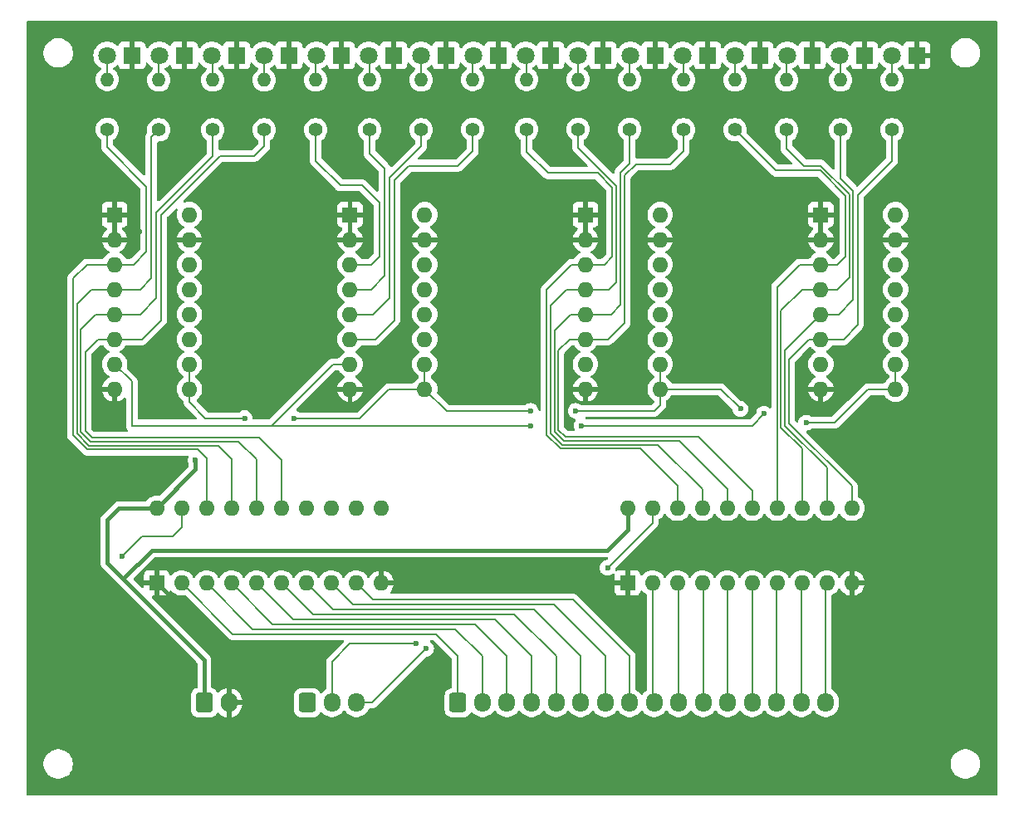
<source format=gbr>
%TF.GenerationSoftware,KiCad,Pcbnew,8.0.4*%
%TF.CreationDate,2024-08-27T00:00:19+03:00*%
%TF.ProjectId,SH8,5348382e-6b69-4636-9164-5f7063625858,rev?*%
%TF.SameCoordinates,Original*%
%TF.FileFunction,Copper,L1,Top*%
%TF.FilePolarity,Positive*%
%FSLAX46Y46*%
G04 Gerber Fmt 4.6, Leading zero omitted, Abs format (unit mm)*
G04 Created by KiCad (PCBNEW 8.0.4) date 2024-08-27 00:00:19*
%MOMM*%
%LPD*%
G01*
G04 APERTURE LIST*
G04 Aperture macros list*
%AMRoundRect*
0 Rectangle with rounded corners*
0 $1 Rounding radius*
0 $2 $3 $4 $5 $6 $7 $8 $9 X,Y pos of 4 corners*
0 Add a 4 corners polygon primitive as box body*
4,1,4,$2,$3,$4,$5,$6,$7,$8,$9,$2,$3,0*
0 Add four circle primitives for the rounded corners*
1,1,$1+$1,$2,$3*
1,1,$1+$1,$4,$5*
1,1,$1+$1,$6,$7*
1,1,$1+$1,$8,$9*
0 Add four rect primitives between the rounded corners*
20,1,$1+$1,$2,$3,$4,$5,0*
20,1,$1+$1,$4,$5,$6,$7,0*
20,1,$1+$1,$6,$7,$8,$9,0*
20,1,$1+$1,$8,$9,$2,$3,0*%
G04 Aperture macros list end*
%TA.AperFunction,ComponentPad*%
%ADD10C,1.400000*%
%TD*%
%TA.AperFunction,ComponentPad*%
%ADD11O,1.400000X1.400000*%
%TD*%
%TA.AperFunction,ComponentPad*%
%ADD12RoundRect,0.250000X-0.600000X-0.725000X0.600000X-0.725000X0.600000X0.725000X-0.600000X0.725000X0*%
%TD*%
%TA.AperFunction,ComponentPad*%
%ADD13O,1.700000X1.950000*%
%TD*%
%TA.AperFunction,ComponentPad*%
%ADD14R,1.800000X1.800000*%
%TD*%
%TA.AperFunction,ComponentPad*%
%ADD15C,1.800000*%
%TD*%
%TA.AperFunction,ComponentPad*%
%ADD16R,1.600000X1.600000*%
%TD*%
%TA.AperFunction,ComponentPad*%
%ADD17O,1.600000X1.600000*%
%TD*%
%TA.AperFunction,ComponentPad*%
%ADD18RoundRect,0.250000X-0.600000X-0.750000X0.600000X-0.750000X0.600000X0.750000X-0.600000X0.750000X0*%
%TD*%
%TA.AperFunction,ComponentPad*%
%ADD19O,1.700000X2.000000*%
%TD*%
%TA.AperFunction,ViaPad*%
%ADD20C,0.600000*%
%TD*%
%TA.AperFunction,Conductor*%
%ADD21C,0.200000*%
%TD*%
%TA.AperFunction,Conductor*%
%ADD22C,0.400000*%
%TD*%
G04 APERTURE END LIST*
D10*
%TO.P,R15,1*%
%TO.N,/Y14*%
X101000000Y-31330000D03*
D11*
%TO.P,R15,2*%
%TO.N,Net-(D15-A)*%
X101000000Y-26250000D03*
%TD*%
D10*
%TO.P,R14,1*%
%TO.N,/Y13*%
X95500000Y-31330000D03*
D11*
%TO.P,R14,2*%
%TO.N,Net-(D14-A)*%
X95500000Y-26250000D03*
%TD*%
D10*
%TO.P,R5,1*%
%TO.N,/Y4*%
X47500000Y-31330000D03*
D11*
%TO.P,R5,2*%
%TO.N,Net-(D5-A)*%
X47500000Y-26250000D03*
%TD*%
D12*
%TO.P,J1,1,Pin_1*%
%TO.N,/B0*%
X62000000Y-89750000D03*
D13*
%TO.P,J1,2,Pin_2*%
%TO.N,/B1*%
X64500000Y-89750000D03*
%TO.P,J1,3,Pin_3*%
%TO.N,/B2*%
X67000000Y-89750000D03*
%TO.P,J1,4,Pin_4*%
%TO.N,/B3*%
X69500000Y-89750000D03*
%TO.P,J1,5,Pin_5*%
%TO.N,/B4*%
X72000000Y-89750000D03*
%TO.P,J1,6,Pin_6*%
%TO.N,/B5*%
X74500000Y-89750000D03*
%TO.P,J1,7,Pin_7*%
%TO.N,/B6*%
X77000000Y-89750000D03*
%TO.P,J1,8,Pin_8*%
%TO.N,/B7*%
X79500000Y-89750000D03*
%TO.P,J1,9,Pin_9*%
%TO.N,/B8*%
X82000000Y-89750000D03*
%TO.P,J1,10,Pin_10*%
%TO.N,/B9*%
X84500000Y-89750000D03*
%TO.P,J1,11,Pin_11*%
%TO.N,/B10*%
X87000000Y-89750000D03*
%TO.P,J1,12,Pin_12*%
%TO.N,/B11*%
X89500000Y-89750000D03*
%TO.P,J1,13,Pin_13*%
%TO.N,/B12*%
X92000000Y-89750000D03*
%TO.P,J1,14,Pin_14*%
%TO.N,/B13*%
X94500000Y-89750000D03*
%TO.P,J1,15,Pin_15*%
%TO.N,/B14*%
X97000000Y-89750000D03*
%TO.P,J1,16,Pin_16*%
%TO.N,/B15*%
X99500000Y-89750000D03*
%TD*%
D14*
%TO.P,D12,1,K*%
%TO.N,GND*%
X87441663Y-23750000D03*
D15*
%TO.P,D12,2,A*%
%TO.N,Net-(D12-A)*%
X84901663Y-23750000D03*
%TD*%
D12*
%TO.P,J2,1,Pin_1*%
%TO.N,/OE_B*%
X46650000Y-89750000D03*
D13*
%TO.P,J2,2,Pin_2*%
%TO.N,/DE_B*%
X49150000Y-89750000D03*
%TO.P,J2,3,Pin_3*%
%TO.N,/CLK*%
X51650000Y-89750000D03*
%TD*%
D14*
%TO.P,D11,1,K*%
%TO.N,GND*%
X82108330Y-23750000D03*
D15*
%TO.P,D11,2,A*%
%TO.N,Net-(D11-A)*%
X79568330Y-23750000D03*
%TD*%
D16*
%TO.P,U3,1,Oe1*%
%TO.N,GND*%
X27000000Y-40000000D03*
D17*
%TO.P,U3,2,Oe2*%
X27000000Y-42540000D03*
%TO.P,U3,3,Q0*%
%TO.N,/Y0*%
X27000000Y-45080000D03*
%TO.P,U3,4,Q1*%
%TO.N,/Y1*%
X27000000Y-47620000D03*
%TO.P,U3,5,Q2*%
%TO.N,/Y2*%
X27000000Y-50160000D03*
%TO.P,U3,6,Q3*%
%TO.N,/Y3*%
X27000000Y-52700000D03*
%TO.P,U3,7,Cp*%
%TO.N,/CLK*%
X27000000Y-55240000D03*
%TO.P,U3,8,GND*%
%TO.N,GND*%
X27000000Y-57780000D03*
%TO.P,U3,9,E1*%
%TO.N,/DE_B*%
X34620000Y-57780000D03*
%TO.P,U3,10,E2*%
X34620000Y-55240000D03*
%TO.P,U3,11,D3*%
%TO.N,/B3*%
X34620000Y-52700000D03*
%TO.P,U3,12,D2*%
%TO.N,/B2*%
X34620000Y-50160000D03*
%TO.P,U3,13,D1*%
%TO.N,/B1*%
X34620000Y-47620000D03*
%TO.P,U3,14,D0*%
%TO.N,/B0*%
X34620000Y-45080000D03*
%TO.P,U3,15,Mr*%
%TO.N,GND*%
X34620000Y-42540000D03*
%TO.P,U3,16,VCC*%
%TO.N,+5V*%
X34620000Y-40000000D03*
%TD*%
D14*
%TO.P,D16,1,K*%
%TO.N,GND*%
X108775000Y-23750000D03*
D15*
%TO.P,D16,2,A*%
%TO.N,Net-(D16-A)*%
X106235000Y-23750000D03*
%TD*%
D10*
%TO.P,R2,1*%
%TO.N,/Y1*%
X31500000Y-31330000D03*
D11*
%TO.P,R2,2*%
%TO.N,Net-(D2-A)*%
X31500000Y-26250000D03*
%TD*%
D10*
%TO.P,R4,1*%
%TO.N,/Y3*%
X42250000Y-31330000D03*
D11*
%TO.P,R4,2*%
%TO.N,Net-(D4-A)*%
X42250000Y-26250000D03*
%TD*%
D14*
%TO.P,D2,1,K*%
%TO.N,GND*%
X34108333Y-23750000D03*
D15*
%TO.P,D2,2,A*%
%TO.N,Net-(D2-A)*%
X31568333Y-23750000D03*
%TD*%
D16*
%TO.P,U4,1,Oe1*%
%TO.N,GND*%
X51000000Y-40000000D03*
D17*
%TO.P,U4,2,Oe2*%
X51000000Y-42540000D03*
%TO.P,U4,3,Q0*%
%TO.N,/Y4*%
X51000000Y-45080000D03*
%TO.P,U4,4,Q1*%
%TO.N,/Y5*%
X51000000Y-47620000D03*
%TO.P,U4,5,Q2*%
%TO.N,/Y6*%
X51000000Y-50160000D03*
%TO.P,U4,6,Q3*%
%TO.N,/Y7*%
X51000000Y-52700000D03*
%TO.P,U4,7,Cp*%
%TO.N,/CLK*%
X51000000Y-55240000D03*
%TO.P,U4,8,GND*%
%TO.N,GND*%
X51000000Y-57780000D03*
%TO.P,U4,9,E1*%
%TO.N,/DE_B*%
X58620000Y-57780000D03*
%TO.P,U4,10,E2*%
X58620000Y-55240000D03*
%TO.P,U4,11,D3*%
%TO.N,/B7*%
X58620000Y-52700000D03*
%TO.P,U4,12,D2*%
%TO.N,/B6*%
X58620000Y-50160000D03*
%TO.P,U4,13,D1*%
%TO.N,/B5*%
X58620000Y-47620000D03*
%TO.P,U4,14,D0*%
%TO.N,/B4*%
X58620000Y-45080000D03*
%TO.P,U4,15,Mr*%
%TO.N,GND*%
X58620000Y-42540000D03*
%TO.P,U4,16,VCC*%
%TO.N,+5V*%
X58620000Y-40000000D03*
%TD*%
D16*
%TO.P,U5,1,Oe1*%
%TO.N,GND*%
X75000000Y-40000000D03*
D17*
%TO.P,U5,2,Oe2*%
X75000000Y-42540000D03*
%TO.P,U5,3,Q0*%
%TO.N,/Y8*%
X75000000Y-45080000D03*
%TO.P,U5,4,Q1*%
%TO.N,/Y9*%
X75000000Y-47620000D03*
%TO.P,U5,5,Q2*%
%TO.N,/Y10*%
X75000000Y-50160000D03*
%TO.P,U5,6,Q3*%
%TO.N,/Y11*%
X75000000Y-52700000D03*
%TO.P,U5,7,Cp*%
%TO.N,/CLK*%
X75000000Y-55240000D03*
%TO.P,U5,8,GND*%
%TO.N,GND*%
X75000000Y-57780000D03*
%TO.P,U5,9,E1*%
%TO.N,/DE_B*%
X82620000Y-57780000D03*
%TO.P,U5,10,E2*%
X82620000Y-55240000D03*
%TO.P,U5,11,D3*%
%TO.N,/B11*%
X82620000Y-52700000D03*
%TO.P,U5,12,D2*%
%TO.N,/B10*%
X82620000Y-50160000D03*
%TO.P,U5,13,D1*%
%TO.N,/B9*%
X82620000Y-47620000D03*
%TO.P,U5,14,D0*%
%TO.N,/B8*%
X82620000Y-45080000D03*
%TO.P,U5,15,Mr*%
%TO.N,GND*%
X82620000Y-42540000D03*
%TO.P,U5,16,VCC*%
%TO.N,+5V*%
X82620000Y-40000000D03*
%TD*%
D16*
%TO.P,U2,1,A->B*%
%TO.N,GND*%
X31300000Y-77550000D03*
D17*
%TO.P,U2,2,A0*%
%TO.N,/B0*%
X33840000Y-77550000D03*
%TO.P,U2,3,A1*%
%TO.N,/B1*%
X36380000Y-77550000D03*
%TO.P,U2,4,A2*%
%TO.N,/B2*%
X38920000Y-77550000D03*
%TO.P,U2,5,A3*%
%TO.N,/B3*%
X41460000Y-77550000D03*
%TO.P,U2,6,A4*%
%TO.N,/B4*%
X44000000Y-77550000D03*
%TO.P,U2,7,A5*%
%TO.N,/B5*%
X46540000Y-77550000D03*
%TO.P,U2,8,A6*%
%TO.N,/B6*%
X49080000Y-77550000D03*
%TO.P,U2,9,A7*%
%TO.N,/B7*%
X51620000Y-77550000D03*
%TO.P,U2,10,GND*%
%TO.N,GND*%
X54160000Y-77550000D03*
%TO.P,U2,11,B7*%
%TO.N,/Y7*%
X54160000Y-69930000D03*
%TO.P,U2,12,B6*%
%TO.N,/Y6*%
X51620000Y-69930000D03*
%TO.P,U2,13,B5*%
%TO.N,/Y5*%
X49080000Y-69930000D03*
%TO.P,U2,14,B4*%
%TO.N,/Y4*%
X46540000Y-69930000D03*
%TO.P,U2,15,B3*%
%TO.N,/Y3*%
X44000000Y-69930000D03*
%TO.P,U2,16,B2*%
%TO.N,/Y2*%
X41460000Y-69930000D03*
%TO.P,U2,17,B1*%
%TO.N,/Y1*%
X38920000Y-69930000D03*
%TO.P,U2,18,B0*%
%TO.N,/Y0*%
X36380000Y-69930000D03*
%TO.P,U2,19,CE*%
%TO.N,/OE_B*%
X33840000Y-69930000D03*
%TO.P,U2,20,VCC*%
%TO.N,+5V*%
X31300000Y-69930000D03*
%TD*%
D10*
%TO.P,R11,1*%
%TO.N,/Y10*%
X79500000Y-31290000D03*
D11*
%TO.P,R11,2*%
%TO.N,Net-(D11-A)*%
X79500000Y-26210000D03*
%TD*%
D10*
%TO.P,R8,1*%
%TO.N,/Y7*%
X63500000Y-31290000D03*
D11*
%TO.P,R8,2*%
%TO.N,Net-(D8-A)*%
X63500000Y-26210000D03*
%TD*%
D14*
%TO.P,D14,1,K*%
%TO.N,GND*%
X98108329Y-23750000D03*
D15*
%TO.P,D14,2,A*%
%TO.N,Net-(D14-A)*%
X95568329Y-23750000D03*
%TD*%
D14*
%TO.P,D15,1,K*%
%TO.N,GND*%
X103441662Y-23750000D03*
D15*
%TO.P,D15,2,A*%
%TO.N,Net-(D15-A)*%
X100901662Y-23750000D03*
%TD*%
D10*
%TO.P,R16,1*%
%TO.N,/Y15*%
X106250000Y-31330000D03*
D11*
%TO.P,R16,2*%
%TO.N,Net-(D16-A)*%
X106250000Y-26250000D03*
%TD*%
D14*
%TO.P,D7,1,K*%
%TO.N,GND*%
X60774998Y-23750000D03*
D15*
%TO.P,D7,2,A*%
%TO.N,Net-(D7-A)*%
X58234998Y-23750000D03*
%TD*%
D10*
%TO.P,R13,1*%
%TO.N,/Y12*%
X90250000Y-31330000D03*
D11*
%TO.P,R13,2*%
%TO.N,Net-(D13-A)*%
X90250000Y-26250000D03*
%TD*%
D14*
%TO.P,D13,1,K*%
%TO.N,GND*%
X92774996Y-23750000D03*
D15*
%TO.P,D13,2,A*%
%TO.N,Net-(D13-A)*%
X90234996Y-23750000D03*
%TD*%
D10*
%TO.P,R12,1*%
%TO.N,/Y11*%
X85000000Y-31330000D03*
D11*
%TO.P,R12,2*%
%TO.N,Net-(D12-A)*%
X85000000Y-26250000D03*
%TD*%
D14*
%TO.P,D3,1,K*%
%TO.N,GND*%
X39441666Y-23750000D03*
D15*
%TO.P,D3,2,A*%
%TO.N,Net-(D3-A)*%
X36901666Y-23750000D03*
%TD*%
D16*
%TO.P,U6,1,Oe1*%
%TO.N,GND*%
X99000000Y-40000000D03*
D17*
%TO.P,U6,2,Oe2*%
X99000000Y-42540000D03*
%TO.P,U6,3,Q0*%
%TO.N,/Y12*%
X99000000Y-45080000D03*
%TO.P,U6,4,Q1*%
%TO.N,/Y13*%
X99000000Y-47620000D03*
%TO.P,U6,5,Q2*%
%TO.N,/Y14*%
X99000000Y-50160000D03*
%TO.P,U6,6,Q3*%
%TO.N,/Y15*%
X99000000Y-52700000D03*
%TO.P,U6,7,Cp*%
%TO.N,/CLK*%
X99000000Y-55240000D03*
%TO.P,U6,8,GND*%
%TO.N,GND*%
X99000000Y-57780000D03*
%TO.P,U6,9,E1*%
%TO.N,/DE_B*%
X106620000Y-57780000D03*
%TO.P,U6,10,E2*%
X106620000Y-55240000D03*
%TO.P,U6,11,D3*%
%TO.N,/B15*%
X106620000Y-52700000D03*
%TO.P,U6,12,D2*%
%TO.N,/B14*%
X106620000Y-50160000D03*
%TO.P,U6,13,D1*%
%TO.N,/B13*%
X106620000Y-47620000D03*
%TO.P,U6,14,D0*%
%TO.N,/B12*%
X106620000Y-45080000D03*
%TO.P,U6,15,Mr*%
%TO.N,GND*%
X106620000Y-42540000D03*
%TO.P,U6,16,VCC*%
%TO.N,+5V*%
X106620000Y-40000000D03*
%TD*%
D10*
%TO.P,R10,1*%
%TO.N,/Y9*%
X74250000Y-31290000D03*
D11*
%TO.P,R10,2*%
%TO.N,Net-(D10-A)*%
X74250000Y-26210000D03*
%TD*%
D14*
%TO.P,D5,1,K*%
%TO.N,GND*%
X50108332Y-23750000D03*
D15*
%TO.P,D5,2,A*%
%TO.N,Net-(D5-A)*%
X47568332Y-23750000D03*
%TD*%
D14*
%TO.P,D4,1,K*%
%TO.N,GND*%
X44774999Y-23750000D03*
D15*
%TO.P,D4,2,A*%
%TO.N,Net-(D4-A)*%
X42234999Y-23750000D03*
%TD*%
D18*
%TO.P,J3,1,Pin_1*%
%TO.N,+5V*%
X36150000Y-89750000D03*
D19*
%TO.P,J3,2,Pin_2*%
%TO.N,GND*%
X38650000Y-89750000D03*
%TD*%
D10*
%TO.P,R1,1*%
%TO.N,/Y0*%
X26250000Y-31290000D03*
D11*
%TO.P,R1,2*%
%TO.N,Net-(D1-A)*%
X26250000Y-26210000D03*
%TD*%
D10*
%TO.P,R6,1*%
%TO.N,/Y5*%
X53000000Y-31330000D03*
D11*
%TO.P,R6,2*%
%TO.N,Net-(D6-A)*%
X53000000Y-26250000D03*
%TD*%
D10*
%TO.P,R3,1*%
%TO.N,/Y2*%
X37000000Y-31330000D03*
D11*
%TO.P,R3,2*%
%TO.N,Net-(D3-A)*%
X37000000Y-26250000D03*
%TD*%
D14*
%TO.P,D10,1,K*%
%TO.N,GND*%
X76774997Y-23750000D03*
D15*
%TO.P,D10,2,A*%
%TO.N,Net-(D10-A)*%
X74234997Y-23750000D03*
%TD*%
D10*
%TO.P,R9,1*%
%TO.N,/Y8*%
X69000000Y-31290000D03*
D11*
%TO.P,R9,2*%
%TO.N,Net-(D9-A)*%
X69000000Y-26210000D03*
%TD*%
D14*
%TO.P,D6,1,K*%
%TO.N,GND*%
X55441665Y-23750000D03*
D15*
%TO.P,D6,2,A*%
%TO.N,Net-(D6-A)*%
X52901665Y-23750000D03*
%TD*%
D14*
%TO.P,D9,1,K*%
%TO.N,GND*%
X71441664Y-23750000D03*
D15*
%TO.P,D9,2,A*%
%TO.N,Net-(D9-A)*%
X68901664Y-23750000D03*
%TD*%
D14*
%TO.P,D8,1,K*%
%TO.N,GND*%
X66108331Y-23750000D03*
D15*
%TO.P,D8,2,A*%
%TO.N,Net-(D8-A)*%
X63568331Y-23750000D03*
%TD*%
D14*
%TO.P,D1,1,K*%
%TO.N,GND*%
X28775000Y-23750000D03*
D15*
%TO.P,D1,2,A*%
%TO.N,Net-(D1-A)*%
X26235000Y-23750000D03*
%TD*%
D16*
%TO.P,U1,1,A->B*%
%TO.N,GND*%
X79300000Y-77550000D03*
D17*
%TO.P,U1,2,A0*%
%TO.N,/B8*%
X81840000Y-77550000D03*
%TO.P,U1,3,A1*%
%TO.N,/B9*%
X84380000Y-77550000D03*
%TO.P,U1,4,A2*%
%TO.N,/B10*%
X86920000Y-77550000D03*
%TO.P,U1,5,A3*%
%TO.N,/B11*%
X89460000Y-77550000D03*
%TO.P,U1,6,A4*%
%TO.N,/B12*%
X92000000Y-77550000D03*
%TO.P,U1,7,A5*%
%TO.N,/B13*%
X94540000Y-77550000D03*
%TO.P,U1,8,A6*%
%TO.N,/B14*%
X97080000Y-77550000D03*
%TO.P,U1,9,A7*%
%TO.N,/B15*%
X99620000Y-77550000D03*
%TO.P,U1,10,GND*%
%TO.N,GND*%
X102160000Y-77550000D03*
%TO.P,U1,11,B7*%
%TO.N,/Y15*%
X102160000Y-69930000D03*
%TO.P,U1,12,B6*%
%TO.N,/Y14*%
X99620000Y-69930000D03*
%TO.P,U1,13,B5*%
%TO.N,/Y13*%
X97080000Y-69930000D03*
%TO.P,U1,14,B4*%
%TO.N,/Y12*%
X94540000Y-69930000D03*
%TO.P,U1,15,B3*%
%TO.N,/Y11*%
X92000000Y-69930000D03*
%TO.P,U1,16,B2*%
%TO.N,/Y10*%
X89460000Y-69930000D03*
%TO.P,U1,17,B1*%
%TO.N,/Y9*%
X86920000Y-69930000D03*
%TO.P,U1,18,B0*%
%TO.N,/Y8*%
X84380000Y-69930000D03*
%TO.P,U1,19,CE*%
%TO.N,/OE_B*%
X81840000Y-69930000D03*
%TO.P,U1,20,VCC*%
%TO.N,+5V*%
X79300000Y-69930000D03*
%TD*%
D10*
%TO.P,R7,1*%
%TO.N,/Y6*%
X58250000Y-31330000D03*
D11*
%TO.P,R7,2*%
%TO.N,Net-(D7-A)*%
X58250000Y-26250000D03*
%TD*%
D20*
%TO.N,GND*%
X29500000Y-41750000D03*
%TO.N,+5V*%
X35250000Y-65000000D03*
%TO.N,/DE_B*%
X40250000Y-60750000D03*
X45250000Y-60750000D03*
%TO.N,/CLK*%
X58750000Y-84250000D03*
%TO.N,/DE_B*%
X57750000Y-83750000D03*
%TO.N,/OE_B*%
X77250000Y-76000000D03*
X27800000Y-74800000D03*
%TO.N,/DE_B*%
X69400000Y-60000000D03*
X74000000Y-60000000D03*
X90800000Y-59800000D03*
X97500000Y-61200000D03*
%TO.N,/CLK*%
X93200000Y-60300000D03*
X74600000Y-61500000D03*
X69400000Y-61500000D03*
%TD*%
D21*
%TO.N,GND*%
X27000000Y-42540000D02*
X28710000Y-42540000D01*
X28710000Y-42540000D02*
X29500000Y-41750000D01*
%TO.N,/Y0*%
X27000000Y-45080000D02*
X28920000Y-45080000D01*
X28920000Y-45080000D02*
X30250000Y-43750000D01*
X30250000Y-43750000D02*
X30250000Y-37125000D01*
X30250000Y-37125000D02*
X26250000Y-33125000D01*
X26250000Y-33125000D02*
X26250000Y-31290000D01*
%TO.N,/DE_B*%
X58620000Y-57780000D02*
X54970000Y-57780000D01*
X54970000Y-57780000D02*
X52000000Y-60750000D01*
X52000000Y-60750000D02*
X45250000Y-60750000D01*
%TO.N,/CLK*%
X42750000Y-61500000D02*
X69400000Y-61500000D01*
D22*
%TO.N,+5V*%
X31300000Y-69930000D02*
X35250000Y-65980000D01*
X35250000Y-65980000D02*
X35250000Y-65000000D01*
D21*
%TO.N,/DE_B*%
X34620000Y-55240000D02*
X34620000Y-57780000D01*
%TO.N,/CLK*%
X51650000Y-89750000D02*
X53250000Y-89750000D01*
X53250000Y-89750000D02*
X58750000Y-84250000D01*
%TO.N,/DE_B*%
X49150000Y-89750000D02*
X49150000Y-85600000D01*
X49150000Y-85600000D02*
X51000000Y-83750000D01*
X51000000Y-83750000D02*
X57750000Y-83750000D01*
%TO.N,/OE_B*%
X77250000Y-76000000D02*
X81840000Y-71410000D01*
X81840000Y-71410000D02*
X81840000Y-69930000D01*
D22*
%TO.N,+5V*%
X79300000Y-69930000D02*
X79300000Y-72100000D01*
X79300000Y-72100000D02*
X77200000Y-74200000D01*
X77200000Y-74200000D02*
X30800000Y-74200000D01*
X30800000Y-74200000D02*
X27875000Y-77125000D01*
X36150000Y-85400000D02*
X27875000Y-77125000D01*
X27875000Y-77125000D02*
X26250000Y-75500000D01*
D21*
%TO.N,/OE_B*%
X27800000Y-74800000D02*
X29800000Y-72800000D01*
X29800000Y-72800000D02*
X32900000Y-72800000D01*
X32900000Y-72800000D02*
X33840000Y-71860000D01*
X33840000Y-71860000D02*
X33840000Y-69930000D01*
%TO.N,/B8*%
X82000000Y-89750000D02*
X81840000Y-89590000D01*
X81840000Y-89590000D02*
X81840000Y-77550000D01*
%TO.N,/DE_B*%
X61200000Y-60000000D02*
X69400000Y-60000000D01*
X60840000Y-60000000D02*
X61200000Y-60000000D01*
X74000000Y-60000000D02*
X82000000Y-60000000D01*
X82000000Y-60000000D02*
X82620000Y-59380000D01*
X82620000Y-59380000D02*
X82620000Y-57780000D01*
X58620000Y-57780000D02*
X60840000Y-60000000D01*
X58620000Y-58220000D02*
X58620000Y-55240000D01*
X58620000Y-55240000D02*
X58620000Y-57780000D01*
X97500000Y-61200000D02*
X100400000Y-61200000D01*
X100400000Y-61200000D02*
X103820000Y-57780000D01*
X103820000Y-57780000D02*
X106620000Y-57780000D01*
X82620000Y-57780000D02*
X88780000Y-57780000D01*
X88780000Y-57780000D02*
X90800000Y-59800000D01*
X82620000Y-55240000D02*
X82620000Y-57780000D01*
X106620000Y-55240000D02*
X106620000Y-57780000D01*
%TO.N,/CLK*%
X91200000Y-61500000D02*
X92000000Y-61500000D01*
X92000000Y-61500000D02*
X93200000Y-60300000D01*
X74600000Y-61500000D02*
X91200000Y-61500000D01*
%TO.N,/Y9*%
X86920000Y-69930000D02*
X86920000Y-68010000D01*
X86920000Y-68010000D02*
X82370000Y-63460000D01*
X82370000Y-63460000D02*
X72615686Y-63460000D01*
X71440000Y-62284314D02*
X71440000Y-49240000D01*
X72615686Y-63460000D02*
X71440000Y-62284314D01*
X71440000Y-49240000D02*
X73060000Y-47620000D01*
X73060000Y-47620000D02*
X75000000Y-47620000D01*
%TO.N,/Y10*%
X89460000Y-69930000D02*
X89460000Y-67940000D01*
X71840000Y-51780000D02*
X73460000Y-50160000D01*
X89460000Y-67940000D02*
X84580000Y-63060000D01*
X84580000Y-63060000D02*
X72781372Y-63060000D01*
X72781372Y-63060000D02*
X71840000Y-62118628D01*
X71840000Y-62118628D02*
X71840000Y-51780000D01*
X73460000Y-50160000D02*
X75000000Y-50160000D01*
%TO.N,/Y11*%
X92000000Y-69930000D02*
X92000000Y-68150000D01*
X86510000Y-62660000D02*
X72947058Y-62660000D01*
X92000000Y-68150000D02*
X86510000Y-62660000D01*
X72240000Y-53830000D02*
X73370000Y-52700000D01*
X72947058Y-62660000D02*
X72240000Y-61952942D01*
X72240000Y-61952942D02*
X72240000Y-53830000D01*
X73370000Y-52700000D02*
X75000000Y-52700000D01*
%TO.N,/Y8*%
X72450000Y-63860000D02*
X71040000Y-62450000D01*
X80630000Y-63860000D02*
X72450000Y-63860000D01*
X71040000Y-62450000D02*
X71040000Y-47640000D01*
X73600000Y-45080000D02*
X75000000Y-45080000D01*
X84380000Y-69930000D02*
X84380000Y-67610000D01*
X84380000Y-67610000D02*
X80630000Y-63860000D01*
X71040000Y-47640000D02*
X73600000Y-45080000D01*
%TO.N,/Y14*%
X95340000Y-53820000D02*
X99000000Y-50160000D01*
X99620000Y-65784314D02*
X95340000Y-61504314D01*
X99620000Y-69930000D02*
X99620000Y-65784314D01*
X95340000Y-61504314D02*
X95340000Y-53820000D01*
%TO.N,/Y13*%
X97080000Y-69930000D02*
X97080000Y-63810000D01*
X97080000Y-63810000D02*
X94940000Y-61670000D01*
X94940000Y-61670000D02*
X94940000Y-49790000D01*
X94940000Y-49790000D02*
X97110000Y-47620000D01*
X97110000Y-47620000D02*
X99000000Y-47620000D01*
%TO.N,/Y15*%
X102160000Y-69930000D02*
X102160000Y-67670000D01*
X102160000Y-67670000D02*
X95750000Y-61260000D01*
X95750000Y-61260000D02*
X95750000Y-54750000D01*
X95750000Y-54750000D02*
X97800000Y-52700000D01*
X97800000Y-52700000D02*
X99000000Y-52700000D01*
%TO.N,/Y12*%
X94540000Y-69930000D02*
X94540000Y-47360000D01*
X94540000Y-47360000D02*
X96820000Y-45080000D01*
X96820000Y-45080000D02*
X99000000Y-45080000D01*
%TO.N,/CLK*%
X42750000Y-61500000D02*
X43000000Y-61500000D01*
X28750000Y-61500000D02*
X42750000Y-61500000D01*
X27000000Y-55240000D02*
X28750000Y-56990000D01*
X28750000Y-56990000D02*
X28750000Y-61500000D01*
X43000000Y-61500000D02*
X49260000Y-55240000D01*
X49260000Y-55240000D02*
X51000000Y-55240000D01*
%TO.N,/Y2*%
X27000000Y-50160000D02*
X29590000Y-50160000D01*
X29590000Y-50160000D02*
X31250000Y-48500000D01*
X37000000Y-34000000D02*
X37000000Y-31330000D01*
X31250000Y-48500000D02*
X31250000Y-39750000D01*
X31250000Y-39750000D02*
X37000000Y-34000000D01*
%TO.N,/Y1*%
X27000000Y-47620000D02*
X29630000Y-47620000D01*
X29630000Y-47620000D02*
X30750000Y-46500000D01*
X30750000Y-46500000D02*
X30750000Y-32080000D01*
X30750000Y-32080000D02*
X31500000Y-31330000D01*
%TO.N,/Y3*%
X27000000Y-52700000D02*
X29800000Y-52700000D01*
X29800000Y-52700000D02*
X31750000Y-50750000D01*
X31750000Y-50750000D02*
X31750000Y-40000000D01*
X31750000Y-40000000D02*
X37750000Y-34000000D01*
X41250000Y-34000000D02*
X42250000Y-33000000D01*
X37750000Y-34000000D02*
X41250000Y-34000000D01*
X42250000Y-33000000D02*
X42250000Y-31330000D01*
%TO.N,/Y7*%
X51000000Y-52700000D02*
X53550000Y-52700000D01*
X63500000Y-33500000D02*
X63500000Y-31290000D01*
X53550000Y-52700000D02*
X55500000Y-50750000D01*
X55500000Y-50750000D02*
X55500000Y-36500000D01*
X55500000Y-36500000D02*
X57000000Y-35000000D01*
X57000000Y-35000000D02*
X62000000Y-35000000D01*
X62000000Y-35000000D02*
X63500000Y-33500000D01*
%TO.N,/Y6*%
X51000000Y-50160000D02*
X53340000Y-50160000D01*
X53340000Y-50160000D02*
X55000000Y-48500000D01*
X55000000Y-48500000D02*
X55000000Y-36250000D01*
X55000000Y-36250000D02*
X58250000Y-33000000D01*
X58250000Y-33000000D02*
X58250000Y-31330000D01*
%TO.N,/Y5*%
X51000000Y-47620000D02*
X53130000Y-47620000D01*
X54500000Y-46250000D02*
X54500000Y-35250000D01*
X53130000Y-47620000D02*
X54500000Y-46250000D01*
X54500000Y-35250000D02*
X53000000Y-33750000D01*
X53000000Y-33750000D02*
X53000000Y-31330000D01*
%TO.N,/Y4*%
X51000000Y-45080000D02*
X53170000Y-45080000D01*
X47500000Y-34500000D02*
X47500000Y-31330000D01*
X53170000Y-45080000D02*
X54000000Y-44250000D01*
X54000000Y-44250000D02*
X54000000Y-38750000D01*
X54000000Y-38750000D02*
X52250000Y-37000000D01*
X52250000Y-37000000D02*
X50000000Y-37000000D01*
X50000000Y-37000000D02*
X47500000Y-34500000D01*
%TO.N,/Y9*%
X74250000Y-31290000D02*
X74250000Y-33145000D01*
X74250000Y-33145000D02*
X78150000Y-37045000D01*
X78150000Y-37045000D02*
X78150000Y-46850000D01*
X78150000Y-46850000D02*
X77380000Y-47620000D01*
X77380000Y-47620000D02*
X75000000Y-47620000D01*
%TO.N,/Y10*%
X79500000Y-31290000D02*
X79500000Y-34750000D01*
X79500000Y-34750000D02*
X78550000Y-35700000D01*
X77590000Y-50160000D02*
X75000000Y-50160000D01*
X78550000Y-35700000D02*
X78550000Y-49200000D01*
X78550000Y-49200000D02*
X77590000Y-50160000D01*
%TO.N,/Y11*%
X85000000Y-31330000D02*
X85000000Y-33500000D01*
X80165000Y-34835000D02*
X79000000Y-36000000D01*
X85000000Y-33500000D02*
X83665000Y-34835000D01*
X83665000Y-34835000D02*
X80165000Y-34835000D01*
X79000000Y-36000000D02*
X79000000Y-51000000D01*
X79000000Y-51000000D02*
X77300000Y-52700000D01*
X77300000Y-52700000D02*
X75000000Y-52700000D01*
%TO.N,/Y8*%
X69000000Y-31290000D02*
X69000000Y-33585000D01*
X69000000Y-33585000D02*
X71165000Y-35750000D01*
X71165000Y-35750000D02*
X76250000Y-35750000D01*
X76250000Y-35750000D02*
X77750000Y-37250000D01*
X77750000Y-37250000D02*
X77750000Y-44250000D01*
X77750000Y-44250000D02*
X76920000Y-45080000D01*
X76920000Y-45080000D02*
X75000000Y-45080000D01*
%TO.N,/Y12*%
X99000000Y-45080000D02*
X100670000Y-45080000D01*
X100670000Y-45080000D02*
X101500000Y-44250000D01*
X101500000Y-44250000D02*
X101500000Y-38065686D01*
X101500000Y-38065686D02*
X98934314Y-35500000D01*
X94420000Y-35500000D02*
X90250000Y-31330000D01*
X98934314Y-35500000D02*
X94420000Y-35500000D01*
%TO.N,/Y13*%
X99000000Y-47620000D02*
X100630000Y-47620000D01*
X100630000Y-47620000D02*
X101900000Y-46350000D01*
X101900000Y-46350000D02*
X101900000Y-37900000D01*
X101900000Y-37900000D02*
X99000000Y-35000000D01*
X99000000Y-35000000D02*
X97250000Y-35000000D01*
X97250000Y-35000000D02*
X95500000Y-33250000D01*
X95500000Y-33250000D02*
X95500000Y-31330000D01*
%TO.N,/Y15*%
X99000000Y-52700000D02*
X101300000Y-52700000D01*
X101300000Y-52700000D02*
X102750000Y-51250000D01*
X102750000Y-51250000D02*
X102750000Y-38000000D01*
X102750000Y-38000000D02*
X106250000Y-34500000D01*
X106250000Y-34500000D02*
X106250000Y-31330000D01*
%TO.N,/Y14*%
X99000000Y-50160000D02*
X100840000Y-50160000D01*
X102300000Y-48700000D02*
X102300000Y-37590000D01*
X100840000Y-50160000D02*
X102300000Y-48700000D01*
X102300000Y-37590000D02*
X101000000Y-36290000D01*
X101000000Y-36290000D02*
X101000000Y-31330000D01*
%TO.N,/Y3*%
X44000000Y-69930000D02*
X44000000Y-65000000D01*
X44000000Y-65000000D02*
X41750000Y-62750000D01*
X24000000Y-54000000D02*
X25300000Y-52700000D01*
X41750000Y-62750000D02*
X24697058Y-62750000D01*
X24697058Y-62750000D02*
X24000000Y-62052942D01*
X24000000Y-62052942D02*
X24000000Y-54000000D01*
X25300000Y-52700000D02*
X27000000Y-52700000D01*
%TO.N,/Y0*%
X36380000Y-69930000D02*
X36380000Y-64880000D01*
X24200000Y-63950000D02*
X22750000Y-62500000D01*
X22750000Y-62500000D02*
X22750000Y-46500000D01*
X36380000Y-64880000D02*
X35450000Y-63950000D01*
X35450000Y-63950000D02*
X24200000Y-63950000D01*
X24170000Y-45080000D02*
X27000000Y-45080000D01*
X22750000Y-46500000D02*
X24170000Y-45080000D01*
%TO.N,/Y1*%
X38920000Y-69930000D02*
X38920000Y-64920000D01*
X38920000Y-64920000D02*
X37550000Y-63550000D01*
X37550000Y-63550000D02*
X24365686Y-63550000D01*
X24365686Y-63550000D02*
X23150000Y-62334314D01*
X23150000Y-49100000D02*
X24630000Y-47620000D01*
X23150000Y-62334314D02*
X23150000Y-49100000D01*
X24630000Y-47620000D02*
X27000000Y-47620000D01*
%TO.N,/Y2*%
X41460000Y-69930000D02*
X41460000Y-64960000D01*
X41460000Y-64960000D02*
X39650000Y-63150000D01*
X39650000Y-63150000D02*
X24531372Y-63150000D01*
X24531372Y-63150000D02*
X23550000Y-62168628D01*
X23550000Y-62168628D02*
X23550000Y-51700000D01*
X23550000Y-51700000D02*
X25090000Y-50160000D01*
X25090000Y-50160000D02*
X27000000Y-50160000D01*
%TO.N,Net-(D1-A)*%
X26250000Y-26210000D02*
X26250000Y-23765000D01*
X26250000Y-23765000D02*
X26235000Y-23750000D01*
%TO.N,Net-(D2-A)*%
X31500000Y-26250000D02*
X31500000Y-23818333D01*
X31500000Y-23818333D02*
X31568333Y-23750000D01*
%TO.N,Net-(D3-A)*%
X37000000Y-26250000D02*
X37000000Y-23848334D01*
X37000000Y-23848334D02*
X36901666Y-23750000D01*
%TO.N,Net-(D4-A)*%
X42250000Y-23765001D02*
X42234999Y-23750000D01*
X42250000Y-26250000D02*
X42250000Y-23765001D01*
%TO.N,Net-(D5-A)*%
X47500000Y-23818332D02*
X47568332Y-23750000D01*
X47500000Y-26250000D02*
X47500000Y-23818332D01*
%TO.N,Net-(D6-A)*%
X53000000Y-23848335D02*
X52901665Y-23750000D01*
X53000000Y-26250000D02*
X53000000Y-23848335D01*
%TO.N,Net-(D7-A)*%
X58250000Y-23765002D02*
X58234998Y-23750000D01*
X58250000Y-26250000D02*
X58250000Y-23765002D01*
%TO.N,Net-(D8-A)*%
X63500000Y-23818331D02*
X63568331Y-23750000D01*
X63500000Y-26210000D02*
X63500000Y-23818331D01*
%TO.N,Net-(D9-A)*%
X69000000Y-26210000D02*
X69000000Y-23848336D01*
X69000000Y-23848336D02*
X68901664Y-23750000D01*
%TO.N,Net-(D10-A)*%
X74250000Y-26210000D02*
X74250000Y-23765003D01*
X74250000Y-23765003D02*
X74234997Y-23750000D01*
%TO.N,Net-(D11-A)*%
X79500000Y-26210000D02*
X79500000Y-23818330D01*
X79500000Y-23818330D02*
X79568330Y-23750000D01*
%TO.N,Net-(D12-A)*%
X85000000Y-26250000D02*
X85000000Y-23848337D01*
X85000000Y-23848337D02*
X84901663Y-23750000D01*
%TO.N,Net-(D13-A)*%
X90250000Y-23765004D02*
X90234996Y-23750000D01*
X90250000Y-26250000D02*
X90250000Y-23765004D01*
%TO.N,Net-(D14-A)*%
X95500000Y-23818329D02*
X95568329Y-23750000D01*
X95500000Y-26250000D02*
X95500000Y-23818329D01*
%TO.N,Net-(D15-A)*%
X101000000Y-23848338D02*
X100901662Y-23750000D01*
X101000000Y-26250000D02*
X101000000Y-23848338D01*
%TO.N,Net-(D16-A)*%
X106250000Y-23765000D02*
X106235000Y-23750000D01*
X106250000Y-26250000D02*
X106250000Y-23765000D01*
D22*
%TO.N,GND*%
X38650000Y-84900000D02*
X31300000Y-77550000D01*
D21*
%TO.N,/B0*%
X39040000Y-82750000D02*
X59750000Y-82750000D01*
X62000000Y-85000000D02*
X62000000Y-89750000D01*
X33840000Y-77550000D02*
X39040000Y-82750000D01*
X59750000Y-82750000D02*
X62000000Y-85000000D01*
%TO.N,/B14*%
X97000000Y-77630000D02*
X97080000Y-77550000D01*
X97000000Y-89750000D02*
X97000000Y-77630000D01*
%TO.N,/B5*%
X49240000Y-80250000D02*
X69750000Y-80250000D01*
X74500000Y-85000000D02*
X74500000Y-89750000D01*
X69750000Y-80250000D02*
X74500000Y-85000000D01*
X46540000Y-77550000D02*
X49240000Y-80250000D01*
%TO.N,/B11*%
X89500000Y-89750000D02*
X89500000Y-77590000D01*
X89500000Y-77590000D02*
X89460000Y-77550000D01*
%TO.N,/B1*%
X64500000Y-85000000D02*
X64500000Y-89750000D01*
X36380000Y-77550000D02*
X41080000Y-82250000D01*
X61750000Y-82250000D02*
X64500000Y-85000000D01*
X41080000Y-82250000D02*
X61750000Y-82250000D01*
%TO.N,/B4*%
X67750000Y-80750000D02*
X72000000Y-85000000D01*
X47200000Y-80750000D02*
X67750000Y-80750000D01*
X72000000Y-85000000D02*
X72000000Y-89750000D01*
X44000000Y-77550000D02*
X47200000Y-80750000D01*
%TO.N,/B7*%
X79500000Y-85000000D02*
X79500000Y-89750000D01*
X73750000Y-79250000D02*
X79500000Y-85000000D01*
X51620000Y-77550000D02*
X53320000Y-79250000D01*
X53320000Y-79250000D02*
X73750000Y-79250000D01*
%TO.N,/B10*%
X87000000Y-77630000D02*
X86920000Y-77550000D01*
X87000000Y-89750000D02*
X87000000Y-77630000D01*
%TO.N,/B3*%
X69500000Y-85000000D02*
X69500000Y-89750000D01*
X45160000Y-81250000D02*
X65750000Y-81250000D01*
X41460000Y-77550000D02*
X45160000Y-81250000D01*
X65750000Y-81250000D02*
X69500000Y-85000000D01*
%TO.N,/B9*%
X84500000Y-89750000D02*
X84500000Y-77670000D01*
X84500000Y-77670000D02*
X84380000Y-77550000D01*
%TO.N,/B12*%
X92000000Y-89750000D02*
X92000000Y-77550000D01*
%TO.N,/B13*%
X94500000Y-77590000D02*
X94540000Y-77550000D01*
X94500000Y-89750000D02*
X94500000Y-77590000D01*
%TO.N,/B6*%
X77000000Y-85000000D02*
X77000000Y-89750000D01*
X49080000Y-77550000D02*
X51280000Y-79750000D01*
X71750000Y-79750000D02*
X77000000Y-85000000D01*
X51280000Y-79750000D02*
X71750000Y-79750000D01*
%TO.N,/B15*%
X99500000Y-89750000D02*
X99500000Y-77670000D01*
X99500000Y-77670000D02*
X99620000Y-77550000D01*
%TO.N,/B2*%
X38920000Y-77550000D02*
X43120000Y-81750000D01*
X67000000Y-85000000D02*
X67000000Y-89750000D01*
X43120000Y-81750000D02*
X63750000Y-81750000D01*
X63750000Y-81750000D02*
X67000000Y-85000000D01*
D22*
%TO.N,+5V*%
X27430000Y-69930000D02*
X31300000Y-69930000D01*
X36150000Y-89750000D02*
X36150000Y-85400000D01*
X26250000Y-75500000D02*
X26250000Y-71110000D01*
X26250000Y-71110000D02*
X27430000Y-69930000D01*
D21*
%TO.N,/DE_B*%
X34620000Y-57780000D02*
X34620000Y-59120000D01*
X34620000Y-59120000D02*
X36250000Y-60750000D01*
X36250000Y-60750000D02*
X40250000Y-60750000D01*
D22*
%TO.N,GND*%
X38650000Y-89750000D02*
X38650000Y-84900000D01*
%TD*%
%TA.AperFunction,Conductor*%
%TO.N,GND*%
G36*
X77267941Y-74920185D02*
G01*
X77313696Y-74972989D01*
X77323640Y-75042147D01*
X77294615Y-75105703D01*
X77288582Y-75112182D01*
X77231464Y-75169299D01*
X77170141Y-75202783D01*
X77157668Y-75204837D01*
X77070750Y-75214630D01*
X76900478Y-75274210D01*
X76747737Y-75370184D01*
X76620184Y-75497737D01*
X76524211Y-75650476D01*
X76464631Y-75820745D01*
X76464630Y-75820750D01*
X76444435Y-75999996D01*
X76444435Y-76000003D01*
X76464630Y-76179249D01*
X76464631Y-76179254D01*
X76524211Y-76349523D01*
X76568138Y-76419432D01*
X76620184Y-76502262D01*
X76747738Y-76629816D01*
X76900478Y-76725789D01*
X77054581Y-76779712D01*
X77070745Y-76785368D01*
X77070750Y-76785369D01*
X77249996Y-76805565D01*
X77250000Y-76805565D01*
X77250004Y-76805565D01*
X77429249Y-76785369D01*
X77429252Y-76785368D01*
X77429255Y-76785368D01*
X77599522Y-76725789D01*
X77752262Y-76629816D01*
X77790016Y-76592061D01*
X77851336Y-76558577D01*
X77921028Y-76563561D01*
X77976962Y-76605431D01*
X78001380Y-76670895D01*
X78000986Y-76692995D01*
X78000000Y-76702164D01*
X78000000Y-77300000D01*
X78984314Y-77300000D01*
X78979920Y-77304394D01*
X78927259Y-77395606D01*
X78900000Y-77497339D01*
X78900000Y-77602661D01*
X78927259Y-77704394D01*
X78979920Y-77795606D01*
X78984314Y-77800000D01*
X78000000Y-77800000D01*
X78000000Y-78397844D01*
X78006401Y-78457372D01*
X78006403Y-78457379D01*
X78056645Y-78592086D01*
X78056649Y-78592093D01*
X78142809Y-78707187D01*
X78142812Y-78707190D01*
X78257906Y-78793350D01*
X78257913Y-78793354D01*
X78392620Y-78843596D01*
X78392627Y-78843598D01*
X78452155Y-78849999D01*
X78452172Y-78850000D01*
X79050000Y-78850000D01*
X79050000Y-77865686D01*
X79054394Y-77870080D01*
X79145606Y-77922741D01*
X79247339Y-77950000D01*
X79352661Y-77950000D01*
X79454394Y-77922741D01*
X79545606Y-77870080D01*
X79550000Y-77865686D01*
X79550000Y-78850000D01*
X80147828Y-78850000D01*
X80147844Y-78849999D01*
X80207372Y-78843598D01*
X80207379Y-78843596D01*
X80342086Y-78793354D01*
X80342093Y-78793350D01*
X80457187Y-78707190D01*
X80457190Y-78707187D01*
X80543350Y-78592093D01*
X80543354Y-78592086D01*
X80593596Y-78457380D01*
X80597424Y-78421781D01*
X80624162Y-78357230D01*
X80681555Y-78317382D01*
X80751380Y-78314888D01*
X80811469Y-78350540D01*
X80822289Y-78363912D01*
X80839956Y-78389143D01*
X81000858Y-78550045D01*
X81000861Y-78550047D01*
X81186624Y-78680118D01*
X81230248Y-78734693D01*
X81239500Y-78781692D01*
X81239500Y-88445043D01*
X81219815Y-88512082D01*
X81188387Y-88545360D01*
X81120208Y-88594895D01*
X80969894Y-88745209D01*
X80969890Y-88745214D01*
X80850318Y-88909793D01*
X80794989Y-88952459D01*
X80725375Y-88958438D01*
X80663580Y-88925833D01*
X80649682Y-88909793D01*
X80530109Y-88745214D01*
X80530105Y-88745209D01*
X80379786Y-88594890D01*
X80207815Y-88469948D01*
X80207814Y-88469947D01*
X80168205Y-88449765D01*
X80117409Y-88401791D01*
X80100500Y-88339281D01*
X80100500Y-85089059D01*
X80100501Y-85089046D01*
X80100501Y-84920945D01*
X80100501Y-84920944D01*
X80100501Y-84920943D01*
X80059577Y-84768215D01*
X80011261Y-84684530D01*
X79980520Y-84631284D01*
X79868716Y-84519480D01*
X79868715Y-84519479D01*
X79864385Y-84515149D01*
X79864374Y-84515139D01*
X74237590Y-78888355D01*
X74237588Y-78888352D01*
X74118717Y-78769481D01*
X74118716Y-78769480D01*
X74031904Y-78719360D01*
X74031904Y-78719359D01*
X74031900Y-78719358D01*
X73981785Y-78690423D01*
X73829057Y-78649499D01*
X73670943Y-78649499D01*
X73663347Y-78649499D01*
X73663331Y-78649500D01*
X55198340Y-78649500D01*
X55131301Y-78629815D01*
X55085546Y-78577011D01*
X55075602Y-78507853D01*
X55104627Y-78444297D01*
X55110659Y-78437819D01*
X55159657Y-78388820D01*
X55290134Y-78202482D01*
X55386265Y-77996326D01*
X55386269Y-77996317D01*
X55438872Y-77800000D01*
X54475686Y-77800000D01*
X54480080Y-77795606D01*
X54532741Y-77704394D01*
X54560000Y-77602661D01*
X54560000Y-77497339D01*
X54532741Y-77395606D01*
X54480080Y-77304394D01*
X54475686Y-77300000D01*
X55438872Y-77300000D01*
X55438872Y-77299999D01*
X55386269Y-77103682D01*
X55386265Y-77103673D01*
X55290134Y-76897517D01*
X55159657Y-76711179D01*
X54998820Y-76550342D01*
X54812482Y-76419865D01*
X54606328Y-76323734D01*
X54410000Y-76271127D01*
X54410000Y-77234314D01*
X54405606Y-77229920D01*
X54314394Y-77177259D01*
X54212661Y-77150000D01*
X54107339Y-77150000D01*
X54005606Y-77177259D01*
X53914394Y-77229920D01*
X53910000Y-77234314D01*
X53910000Y-76271127D01*
X53713671Y-76323734D01*
X53507517Y-76419865D01*
X53321179Y-76550342D01*
X53160342Y-76711179D01*
X53029867Y-76897515D01*
X53002657Y-76955867D01*
X52956484Y-77008306D01*
X52889290Y-77027457D01*
X52822409Y-77007241D01*
X52777893Y-76955865D01*
X52750570Y-76897271D01*
X52750567Y-76897265D01*
X52620045Y-76710858D01*
X52459141Y-76549954D01*
X52272734Y-76419432D01*
X52272732Y-76419431D01*
X52066497Y-76323261D01*
X52066488Y-76323258D01*
X51846697Y-76264366D01*
X51846693Y-76264365D01*
X51846692Y-76264365D01*
X51846691Y-76264364D01*
X51846686Y-76264364D01*
X51620002Y-76244532D01*
X51619998Y-76244532D01*
X51393313Y-76264364D01*
X51393302Y-76264366D01*
X51173511Y-76323258D01*
X51173502Y-76323261D01*
X50967267Y-76419431D01*
X50967265Y-76419432D01*
X50780858Y-76549954D01*
X50619954Y-76710858D01*
X50489432Y-76897265D01*
X50489431Y-76897267D01*
X50462382Y-76955275D01*
X50416209Y-77007714D01*
X50349016Y-77026866D01*
X50282135Y-77006650D01*
X50237618Y-76955275D01*
X50210568Y-76897267D01*
X50210567Y-76897265D01*
X50080045Y-76710858D01*
X49919141Y-76549954D01*
X49732734Y-76419432D01*
X49732732Y-76419431D01*
X49526497Y-76323261D01*
X49526488Y-76323258D01*
X49306697Y-76264366D01*
X49306693Y-76264365D01*
X49306692Y-76264365D01*
X49306691Y-76264364D01*
X49306686Y-76264364D01*
X49080002Y-76244532D01*
X49079998Y-76244532D01*
X48853313Y-76264364D01*
X48853302Y-76264366D01*
X48633511Y-76323258D01*
X48633502Y-76323261D01*
X48427267Y-76419431D01*
X48427265Y-76419432D01*
X48240858Y-76549954D01*
X48079954Y-76710858D01*
X47949432Y-76897265D01*
X47949431Y-76897267D01*
X47922382Y-76955275D01*
X47876209Y-77007714D01*
X47809016Y-77026866D01*
X47742135Y-77006650D01*
X47697618Y-76955275D01*
X47670568Y-76897267D01*
X47670567Y-76897265D01*
X47540045Y-76710858D01*
X47379141Y-76549954D01*
X47192734Y-76419432D01*
X47192732Y-76419431D01*
X46986497Y-76323261D01*
X46986488Y-76323258D01*
X46766697Y-76264366D01*
X46766693Y-76264365D01*
X46766692Y-76264365D01*
X46766691Y-76264364D01*
X46766686Y-76264364D01*
X46540002Y-76244532D01*
X46539998Y-76244532D01*
X46313313Y-76264364D01*
X46313302Y-76264366D01*
X46093511Y-76323258D01*
X46093502Y-76323261D01*
X45887267Y-76419431D01*
X45887265Y-76419432D01*
X45700858Y-76549954D01*
X45539954Y-76710858D01*
X45409432Y-76897265D01*
X45409431Y-76897267D01*
X45382382Y-76955275D01*
X45336209Y-77007714D01*
X45269016Y-77026866D01*
X45202135Y-77006650D01*
X45157618Y-76955275D01*
X45130568Y-76897267D01*
X45130567Y-76897265D01*
X45000045Y-76710858D01*
X44839141Y-76549954D01*
X44652734Y-76419432D01*
X44652732Y-76419431D01*
X44446497Y-76323261D01*
X44446488Y-76323258D01*
X44226697Y-76264366D01*
X44226693Y-76264365D01*
X44226692Y-76264365D01*
X44226691Y-76264364D01*
X44226686Y-76264364D01*
X44000002Y-76244532D01*
X43999998Y-76244532D01*
X43773313Y-76264364D01*
X43773302Y-76264366D01*
X43553511Y-76323258D01*
X43553502Y-76323261D01*
X43347267Y-76419431D01*
X43347265Y-76419432D01*
X43160858Y-76549954D01*
X42999954Y-76710858D01*
X42869432Y-76897265D01*
X42869431Y-76897267D01*
X42842382Y-76955275D01*
X42796209Y-77007714D01*
X42729016Y-77026866D01*
X42662135Y-77006650D01*
X42617618Y-76955275D01*
X42590568Y-76897267D01*
X42590567Y-76897265D01*
X42460045Y-76710858D01*
X42299141Y-76549954D01*
X42112734Y-76419432D01*
X42112732Y-76419431D01*
X41906497Y-76323261D01*
X41906488Y-76323258D01*
X41686697Y-76264366D01*
X41686693Y-76264365D01*
X41686692Y-76264365D01*
X41686691Y-76264364D01*
X41686686Y-76264364D01*
X41460002Y-76244532D01*
X41459998Y-76244532D01*
X41233313Y-76264364D01*
X41233302Y-76264366D01*
X41013511Y-76323258D01*
X41013502Y-76323261D01*
X40807267Y-76419431D01*
X40807265Y-76419432D01*
X40620858Y-76549954D01*
X40459954Y-76710858D01*
X40329432Y-76897265D01*
X40329431Y-76897267D01*
X40302382Y-76955275D01*
X40256209Y-77007714D01*
X40189016Y-77026866D01*
X40122135Y-77006650D01*
X40077618Y-76955275D01*
X40050568Y-76897267D01*
X40050567Y-76897265D01*
X39920045Y-76710858D01*
X39759141Y-76549954D01*
X39572734Y-76419432D01*
X39572732Y-76419431D01*
X39366497Y-76323261D01*
X39366488Y-76323258D01*
X39146697Y-76264366D01*
X39146693Y-76264365D01*
X39146692Y-76264365D01*
X39146691Y-76264364D01*
X39146686Y-76264364D01*
X38920002Y-76244532D01*
X38919998Y-76244532D01*
X38693313Y-76264364D01*
X38693302Y-76264366D01*
X38473511Y-76323258D01*
X38473502Y-76323261D01*
X38267267Y-76419431D01*
X38267265Y-76419432D01*
X38080858Y-76549954D01*
X37919954Y-76710858D01*
X37789432Y-76897265D01*
X37789431Y-76897267D01*
X37762382Y-76955275D01*
X37716209Y-77007714D01*
X37649016Y-77026866D01*
X37582135Y-77006650D01*
X37537618Y-76955275D01*
X37510568Y-76897267D01*
X37510567Y-76897265D01*
X37380045Y-76710858D01*
X37219141Y-76549954D01*
X37032734Y-76419432D01*
X37032732Y-76419431D01*
X36826497Y-76323261D01*
X36826488Y-76323258D01*
X36606697Y-76264366D01*
X36606693Y-76264365D01*
X36606692Y-76264365D01*
X36606691Y-76264364D01*
X36606686Y-76264364D01*
X36380002Y-76244532D01*
X36379998Y-76244532D01*
X36153313Y-76264364D01*
X36153302Y-76264366D01*
X35933511Y-76323258D01*
X35933502Y-76323261D01*
X35727267Y-76419431D01*
X35727265Y-76419432D01*
X35540858Y-76549954D01*
X35379954Y-76710858D01*
X35249432Y-76897265D01*
X35249431Y-76897267D01*
X35222382Y-76955275D01*
X35176209Y-77007714D01*
X35109016Y-77026866D01*
X35042135Y-77006650D01*
X34997618Y-76955275D01*
X34970568Y-76897267D01*
X34970567Y-76897265D01*
X34840045Y-76710858D01*
X34679141Y-76549954D01*
X34492734Y-76419432D01*
X34492732Y-76419431D01*
X34286497Y-76323261D01*
X34286488Y-76323258D01*
X34066697Y-76264366D01*
X34066693Y-76264365D01*
X34066692Y-76264365D01*
X34066691Y-76264364D01*
X34066686Y-76264364D01*
X33840002Y-76244532D01*
X33839998Y-76244532D01*
X33613313Y-76264364D01*
X33613302Y-76264366D01*
X33393511Y-76323258D01*
X33393502Y-76323261D01*
X33187267Y-76419431D01*
X33187265Y-76419432D01*
X33000858Y-76549954D01*
X32839951Y-76710861D01*
X32822287Y-76736088D01*
X32767710Y-76779712D01*
X32698211Y-76786904D01*
X32635857Y-76755380D01*
X32600445Y-76695150D01*
X32597425Y-76678218D01*
X32593598Y-76642627D01*
X32593596Y-76642620D01*
X32543354Y-76507913D01*
X32543350Y-76507906D01*
X32457190Y-76392812D01*
X32457187Y-76392809D01*
X32342093Y-76306649D01*
X32342086Y-76306645D01*
X32207379Y-76256403D01*
X32207372Y-76256401D01*
X32147844Y-76250000D01*
X31550000Y-76250000D01*
X31550000Y-77234314D01*
X31545606Y-77229920D01*
X31454394Y-77177259D01*
X31352661Y-77150000D01*
X31247339Y-77150000D01*
X31145606Y-77177259D01*
X31054394Y-77229920D01*
X31050000Y-77234314D01*
X31050000Y-76250000D01*
X30452155Y-76250000D01*
X30392627Y-76256401D01*
X30392620Y-76256403D01*
X30257913Y-76306645D01*
X30257906Y-76306649D01*
X30142812Y-76392809D01*
X30142809Y-76392812D01*
X30056649Y-76507906D01*
X30056645Y-76507913D01*
X30006403Y-76642620D01*
X30006401Y-76642627D01*
X30000000Y-76702155D01*
X30000000Y-77300000D01*
X30984314Y-77300000D01*
X30979920Y-77304394D01*
X30927259Y-77395606D01*
X30900000Y-77497339D01*
X30900000Y-77602661D01*
X30927259Y-77704394D01*
X30979920Y-77795606D01*
X30984314Y-77800000D01*
X30000000Y-77800000D01*
X30000000Y-77959981D01*
X29980315Y-78027020D01*
X29927511Y-78072775D01*
X29858353Y-78082719D01*
X29794797Y-78053694D01*
X29788319Y-78047662D01*
X28953338Y-77212681D01*
X28919853Y-77151358D01*
X28924837Y-77081666D01*
X28953338Y-77037319D01*
X31053838Y-74936819D01*
X31115161Y-74903334D01*
X31141519Y-74900500D01*
X77200902Y-74900500D01*
X77267941Y-74920185D01*
G37*
%TD.AperFunction*%
%TA.AperFunction,Conductor*%
G36*
X25835347Y-53320185D02*
G01*
X25869880Y-53353374D01*
X25921764Y-53427472D01*
X25999954Y-53539141D01*
X26160858Y-53700045D01*
X26160861Y-53700047D01*
X26347266Y-53830568D01*
X26405275Y-53857618D01*
X26457714Y-53903791D01*
X26476866Y-53970984D01*
X26456650Y-54037865D01*
X26405275Y-54082382D01*
X26347267Y-54109431D01*
X26347265Y-54109432D01*
X26160858Y-54239954D01*
X25999954Y-54400858D01*
X25869432Y-54587265D01*
X25869431Y-54587267D01*
X25773261Y-54793502D01*
X25773258Y-54793511D01*
X25714366Y-55013302D01*
X25714364Y-55013313D01*
X25694532Y-55239998D01*
X25694532Y-55240001D01*
X25714364Y-55466686D01*
X25714366Y-55466697D01*
X25773258Y-55686488D01*
X25773261Y-55686497D01*
X25869431Y-55892732D01*
X25869432Y-55892734D01*
X25999954Y-56079141D01*
X26160858Y-56240045D01*
X26160861Y-56240047D01*
X26347266Y-56370568D01*
X26405865Y-56397893D01*
X26458305Y-56444065D01*
X26477457Y-56511258D01*
X26457242Y-56578139D01*
X26405867Y-56622657D01*
X26347515Y-56649867D01*
X26161179Y-56780342D01*
X26000342Y-56941179D01*
X25869865Y-57127517D01*
X25773734Y-57333673D01*
X25773730Y-57333682D01*
X25721127Y-57529999D01*
X25721128Y-57530000D01*
X26684314Y-57530000D01*
X26679920Y-57534394D01*
X26627259Y-57625606D01*
X26600000Y-57727339D01*
X26600000Y-57832661D01*
X26627259Y-57934394D01*
X26679920Y-58025606D01*
X26684314Y-58030000D01*
X25721128Y-58030000D01*
X25773730Y-58226317D01*
X25773734Y-58226326D01*
X25869865Y-58432482D01*
X26000342Y-58618820D01*
X26161179Y-58779657D01*
X26347517Y-58910134D01*
X26553673Y-59006265D01*
X26553682Y-59006269D01*
X26749999Y-59058872D01*
X26750000Y-59058871D01*
X26750000Y-58095686D01*
X26754394Y-58100080D01*
X26845606Y-58152741D01*
X26947339Y-58180000D01*
X27052661Y-58180000D01*
X27154394Y-58152741D01*
X27245606Y-58100080D01*
X27250000Y-58095686D01*
X27250000Y-59058872D01*
X27446317Y-59006269D01*
X27446326Y-59006265D01*
X27652482Y-58910134D01*
X27838820Y-58779657D01*
X27937819Y-58680659D01*
X27999142Y-58647174D01*
X28068834Y-58652158D01*
X28124767Y-58694030D01*
X28149184Y-58759494D01*
X28149500Y-58768340D01*
X28149500Y-61579057D01*
X28187576Y-61721156D01*
X28190423Y-61731783D01*
X28190426Y-61731790D01*
X28269475Y-61868709D01*
X28269481Y-61868717D01*
X28338583Y-61937819D01*
X28372068Y-61999142D01*
X28367084Y-62068834D01*
X28325212Y-62124767D01*
X28259748Y-62149184D01*
X28250902Y-62149500D01*
X24997155Y-62149500D01*
X24930116Y-62129815D01*
X24909474Y-62113181D01*
X24636819Y-61840526D01*
X24603334Y-61779203D01*
X24600500Y-61752845D01*
X24600500Y-54300097D01*
X24620185Y-54233058D01*
X24636819Y-54212416D01*
X25512417Y-53336819D01*
X25573740Y-53303334D01*
X25600098Y-53300500D01*
X25768308Y-53300500D01*
X25835347Y-53320185D01*
G37*
%TD.AperFunction*%
%TA.AperFunction,Conductor*%
G36*
X33330661Y-39371086D02*
G01*
X33386595Y-39412958D01*
X33411012Y-39478422D01*
X33399712Y-39539669D01*
X33393262Y-39553501D01*
X33393258Y-39553511D01*
X33334366Y-39773302D01*
X33334364Y-39773313D01*
X33314532Y-39999998D01*
X33314532Y-40000001D01*
X33334364Y-40226686D01*
X33334366Y-40226697D01*
X33393258Y-40446488D01*
X33393261Y-40446497D01*
X33489431Y-40652732D01*
X33489432Y-40652734D01*
X33619954Y-40839141D01*
X33780858Y-41000045D01*
X33780861Y-41000047D01*
X33967266Y-41130568D01*
X34025865Y-41157893D01*
X34078305Y-41204065D01*
X34097457Y-41271258D01*
X34077242Y-41338139D01*
X34025867Y-41382657D01*
X33967515Y-41409867D01*
X33781179Y-41540342D01*
X33620342Y-41701179D01*
X33489865Y-41887517D01*
X33393734Y-42093673D01*
X33393730Y-42093682D01*
X33341127Y-42289999D01*
X33341128Y-42290000D01*
X34304314Y-42290000D01*
X34299920Y-42294394D01*
X34247259Y-42385606D01*
X34220000Y-42487339D01*
X34220000Y-42592661D01*
X34247259Y-42694394D01*
X34299920Y-42785606D01*
X34304314Y-42790000D01*
X33341128Y-42790000D01*
X33393730Y-42986317D01*
X33393734Y-42986326D01*
X33489865Y-43192482D01*
X33620342Y-43378820D01*
X33781179Y-43539657D01*
X33967518Y-43670134D01*
X33967520Y-43670135D01*
X34025865Y-43697342D01*
X34078305Y-43743514D01*
X34097457Y-43810707D01*
X34077242Y-43877589D01*
X34025867Y-43922105D01*
X33967268Y-43949431D01*
X33967264Y-43949433D01*
X33780858Y-44079954D01*
X33619954Y-44240858D01*
X33489432Y-44427265D01*
X33489431Y-44427267D01*
X33393261Y-44633502D01*
X33393258Y-44633511D01*
X33334366Y-44853302D01*
X33334364Y-44853313D01*
X33314532Y-45079998D01*
X33314532Y-45080001D01*
X33334364Y-45306686D01*
X33334366Y-45306697D01*
X33393258Y-45526488D01*
X33393261Y-45526497D01*
X33489431Y-45732732D01*
X33489432Y-45732734D01*
X33619954Y-45919141D01*
X33780858Y-46080045D01*
X33780861Y-46080047D01*
X33967266Y-46210568D01*
X34025275Y-46237618D01*
X34077714Y-46283791D01*
X34096866Y-46350984D01*
X34076650Y-46417865D01*
X34025275Y-46462382D01*
X33967267Y-46489431D01*
X33967265Y-46489432D01*
X33780858Y-46619954D01*
X33619954Y-46780858D01*
X33489432Y-46967265D01*
X33489431Y-46967267D01*
X33393261Y-47173502D01*
X33393258Y-47173511D01*
X33334366Y-47393302D01*
X33334364Y-47393313D01*
X33314532Y-47619998D01*
X33314532Y-47620001D01*
X33334364Y-47846686D01*
X33334366Y-47846697D01*
X33393258Y-48066488D01*
X33393261Y-48066497D01*
X33489431Y-48272732D01*
X33489432Y-48272734D01*
X33619954Y-48459141D01*
X33780858Y-48620045D01*
X33780861Y-48620047D01*
X33967266Y-48750568D01*
X34025275Y-48777618D01*
X34077714Y-48823791D01*
X34096866Y-48890984D01*
X34076650Y-48957865D01*
X34025275Y-49002382D01*
X33967267Y-49029431D01*
X33967265Y-49029432D01*
X33780858Y-49159954D01*
X33619954Y-49320858D01*
X33489432Y-49507265D01*
X33489431Y-49507267D01*
X33393261Y-49713502D01*
X33393258Y-49713511D01*
X33334366Y-49933302D01*
X33334364Y-49933313D01*
X33314532Y-50159998D01*
X33314532Y-50160001D01*
X33334364Y-50386686D01*
X33334366Y-50386697D01*
X33393258Y-50606488D01*
X33393261Y-50606497D01*
X33489431Y-50812732D01*
X33489432Y-50812734D01*
X33619954Y-50999141D01*
X33780858Y-51160045D01*
X33780861Y-51160047D01*
X33967266Y-51290568D01*
X34025275Y-51317618D01*
X34077714Y-51363791D01*
X34096866Y-51430984D01*
X34076650Y-51497865D01*
X34025275Y-51542382D01*
X33967267Y-51569431D01*
X33967265Y-51569432D01*
X33780858Y-51699954D01*
X33619954Y-51860858D01*
X33489432Y-52047265D01*
X33489431Y-52047267D01*
X33393261Y-52253502D01*
X33393258Y-52253511D01*
X33334366Y-52473302D01*
X33334364Y-52473313D01*
X33314532Y-52699998D01*
X33314532Y-52700001D01*
X33334364Y-52926686D01*
X33334366Y-52926697D01*
X33393258Y-53146488D01*
X33393261Y-53146497D01*
X33489431Y-53352732D01*
X33489432Y-53352734D01*
X33619954Y-53539141D01*
X33780858Y-53700045D01*
X33780861Y-53700047D01*
X33967266Y-53830568D01*
X34025275Y-53857618D01*
X34077714Y-53903791D01*
X34096866Y-53970984D01*
X34076650Y-54037865D01*
X34025275Y-54082382D01*
X33967267Y-54109431D01*
X33967265Y-54109432D01*
X33780858Y-54239954D01*
X33619954Y-54400858D01*
X33489432Y-54587265D01*
X33489431Y-54587267D01*
X33393261Y-54793502D01*
X33393258Y-54793511D01*
X33334366Y-55013302D01*
X33334364Y-55013313D01*
X33314532Y-55239998D01*
X33314532Y-55240001D01*
X33334364Y-55466686D01*
X33334366Y-55466697D01*
X33393258Y-55686488D01*
X33393261Y-55686497D01*
X33489431Y-55892732D01*
X33489432Y-55892734D01*
X33619954Y-56079141D01*
X33780858Y-56240045D01*
X33780861Y-56240047D01*
X33966624Y-56370118D01*
X34010248Y-56424693D01*
X34019500Y-56471692D01*
X34019500Y-56548306D01*
X33999815Y-56615345D01*
X33966623Y-56649881D01*
X33780859Y-56779953D01*
X33619954Y-56940858D01*
X33489432Y-57127265D01*
X33489431Y-57127267D01*
X33393261Y-57333502D01*
X33393258Y-57333511D01*
X33334366Y-57553302D01*
X33334364Y-57553313D01*
X33314532Y-57779998D01*
X33314532Y-57780001D01*
X33334364Y-58006686D01*
X33334366Y-58006697D01*
X33393258Y-58226488D01*
X33393261Y-58226497D01*
X33489431Y-58432732D01*
X33489432Y-58432734D01*
X33619954Y-58619141D01*
X33780858Y-58780045D01*
X33780861Y-58780047D01*
X33966624Y-58910118D01*
X34010248Y-58964693D01*
X34019500Y-59011692D01*
X34019500Y-59033330D01*
X34019499Y-59033348D01*
X34019499Y-59199054D01*
X34019498Y-59199054D01*
X34060423Y-59351786D01*
X34071044Y-59370180D01*
X34071045Y-59370185D01*
X34071046Y-59370185D01*
X34139475Y-59488709D01*
X34139481Y-59488717D01*
X34258349Y-59607585D01*
X34258355Y-59607590D01*
X35338584Y-60687819D01*
X35372069Y-60749142D01*
X35367085Y-60818834D01*
X35325213Y-60874767D01*
X35259749Y-60899184D01*
X35250903Y-60899500D01*
X29474500Y-60899500D01*
X29407461Y-60879815D01*
X29361706Y-60827011D01*
X29350500Y-60775500D01*
X29350500Y-57079060D01*
X29350501Y-57079047D01*
X29350501Y-56910944D01*
X29350501Y-56910943D01*
X29309577Y-56758216D01*
X29309573Y-56758209D01*
X29230524Y-56621290D01*
X29230518Y-56621282D01*
X28291941Y-55682706D01*
X28258456Y-55621383D01*
X28259847Y-55562931D01*
X28285635Y-55466692D01*
X28305468Y-55240000D01*
X28285635Y-55013308D01*
X28226739Y-54793504D01*
X28130568Y-54587266D01*
X28000047Y-54400861D01*
X28000045Y-54400858D01*
X27839141Y-54239954D01*
X27652734Y-54109432D01*
X27652728Y-54109429D01*
X27594725Y-54082382D01*
X27542285Y-54036210D01*
X27523133Y-53969017D01*
X27543348Y-53902135D01*
X27594725Y-53857618D01*
X27652734Y-53830568D01*
X27839139Y-53700047D01*
X28000047Y-53539139D01*
X28130118Y-53353375D01*
X28184693Y-53309752D01*
X28231692Y-53300500D01*
X29713331Y-53300500D01*
X29713347Y-53300501D01*
X29720943Y-53300501D01*
X29879054Y-53300501D01*
X29879057Y-53300501D01*
X30031785Y-53259577D01*
X30101200Y-53219500D01*
X30168716Y-53180520D01*
X30280520Y-53068716D01*
X30280520Y-53068714D01*
X30290724Y-53058511D01*
X30290728Y-53058506D01*
X32108506Y-51240728D01*
X32108511Y-51240724D01*
X32118714Y-51230520D01*
X32118716Y-51230520D01*
X32230520Y-51118716D01*
X32309577Y-50981784D01*
X32339534Y-50869981D01*
X32350500Y-50829058D01*
X32350500Y-50670943D01*
X32350500Y-40300097D01*
X32370185Y-40233058D01*
X32386819Y-40212416D01*
X32753629Y-39845606D01*
X33199649Y-39399585D01*
X33260970Y-39366102D01*
X33330661Y-39371086D01*
G37*
%TD.AperFunction*%
%TA.AperFunction,Conductor*%
G36*
X27250000Y-42224314D02*
G01*
X27245606Y-42219920D01*
X27154394Y-42167259D01*
X27052661Y-42140000D01*
X26947339Y-42140000D01*
X26845606Y-42167259D01*
X26754394Y-42219920D01*
X26750000Y-42224314D01*
X26750000Y-40315686D01*
X26754394Y-40320080D01*
X26845606Y-40372741D01*
X26947339Y-40400000D01*
X27052661Y-40400000D01*
X27154394Y-40372741D01*
X27245606Y-40320080D01*
X27250000Y-40315686D01*
X27250000Y-42224314D01*
G37*
%TD.AperFunction*%
%TA.AperFunction,Conductor*%
G36*
X51250000Y-42224314D02*
G01*
X51245606Y-42219920D01*
X51154394Y-42167259D01*
X51052661Y-42140000D01*
X50947339Y-42140000D01*
X50845606Y-42167259D01*
X50754394Y-42219920D01*
X50750000Y-42224314D01*
X50750000Y-40315686D01*
X50754394Y-40320080D01*
X50845606Y-40372741D01*
X50947339Y-40400000D01*
X51052661Y-40400000D01*
X51154394Y-40372741D01*
X51245606Y-40320080D01*
X51250000Y-40315686D01*
X51250000Y-42224314D01*
G37*
%TD.AperFunction*%
%TA.AperFunction,Conductor*%
G36*
X75250000Y-42224314D02*
G01*
X75245606Y-42219920D01*
X75154394Y-42167259D01*
X75052661Y-42140000D01*
X74947339Y-42140000D01*
X74845606Y-42167259D01*
X74754394Y-42219920D01*
X74750000Y-42224314D01*
X74750000Y-40315686D01*
X74754394Y-40320080D01*
X74845606Y-40372741D01*
X74947339Y-40400000D01*
X75052661Y-40400000D01*
X75154394Y-40372741D01*
X75245606Y-40320080D01*
X75250000Y-40315686D01*
X75250000Y-42224314D01*
G37*
%TD.AperFunction*%
%TA.AperFunction,Conductor*%
G36*
X99250000Y-42224314D02*
G01*
X99245606Y-42219920D01*
X99154394Y-42167259D01*
X99052661Y-42140000D01*
X98947339Y-42140000D01*
X98845606Y-42167259D01*
X98754394Y-42219920D01*
X98750000Y-42224314D01*
X98750000Y-40315686D01*
X98754394Y-40320080D01*
X98845606Y-40372741D01*
X98947339Y-40400000D01*
X99052661Y-40400000D01*
X99154394Y-40372741D01*
X99245606Y-40320080D01*
X99250000Y-40315686D01*
X99250000Y-42224314D01*
G37*
%TD.AperFunction*%
%TA.AperFunction,Conductor*%
G36*
X116942539Y-20250185D02*
G01*
X116988294Y-20302989D01*
X116999500Y-20354500D01*
X116999500Y-99105500D01*
X116979815Y-99172539D01*
X116927011Y-99218294D01*
X116875500Y-99229500D01*
X18124500Y-99229500D01*
X18057461Y-99209815D01*
X18011706Y-99157011D01*
X18000500Y-99105500D01*
X18000500Y-95881902D01*
X19749500Y-95881902D01*
X19749500Y-96118097D01*
X19786446Y-96351368D01*
X19859433Y-96575996D01*
X19966657Y-96786433D01*
X20105483Y-96977510D01*
X20272490Y-97144517D01*
X20463567Y-97283343D01*
X20562991Y-97334002D01*
X20674003Y-97390566D01*
X20674005Y-97390566D01*
X20674008Y-97390568D01*
X20794412Y-97429689D01*
X20898631Y-97463553D01*
X21131903Y-97500500D01*
X21131908Y-97500500D01*
X21368097Y-97500500D01*
X21601368Y-97463553D01*
X21825992Y-97390568D01*
X22036433Y-97283343D01*
X22227510Y-97144517D01*
X22394517Y-96977510D01*
X22533343Y-96786433D01*
X22640568Y-96575992D01*
X22713553Y-96351368D01*
X22750500Y-96118097D01*
X22750500Y-95881902D01*
X112249500Y-95881902D01*
X112249500Y-96118097D01*
X112286446Y-96351368D01*
X112359433Y-96575996D01*
X112466657Y-96786433D01*
X112605483Y-96977510D01*
X112772490Y-97144517D01*
X112963567Y-97283343D01*
X113062991Y-97334002D01*
X113174003Y-97390566D01*
X113174005Y-97390566D01*
X113174008Y-97390568D01*
X113294412Y-97429689D01*
X113398631Y-97463553D01*
X113631903Y-97500500D01*
X113631908Y-97500500D01*
X113868097Y-97500500D01*
X114101368Y-97463553D01*
X114325992Y-97390568D01*
X114536433Y-97283343D01*
X114727510Y-97144517D01*
X114894517Y-96977510D01*
X115033343Y-96786433D01*
X115140568Y-96575992D01*
X115213553Y-96351368D01*
X115250500Y-96118097D01*
X115250500Y-95881902D01*
X115213553Y-95648631D01*
X115140566Y-95424003D01*
X115033342Y-95213566D01*
X114894517Y-95022490D01*
X114727510Y-94855483D01*
X114536433Y-94716657D01*
X114325996Y-94609433D01*
X114101368Y-94536446D01*
X113868097Y-94499500D01*
X113868092Y-94499500D01*
X113631908Y-94499500D01*
X113631903Y-94499500D01*
X113398631Y-94536446D01*
X113174003Y-94609433D01*
X112963566Y-94716657D01*
X112854550Y-94795862D01*
X112772490Y-94855483D01*
X112772488Y-94855485D01*
X112772487Y-94855485D01*
X112605485Y-95022487D01*
X112605485Y-95022488D01*
X112605483Y-95022490D01*
X112545862Y-95104550D01*
X112466657Y-95213566D01*
X112359433Y-95424003D01*
X112286446Y-95648631D01*
X112249500Y-95881902D01*
X22750500Y-95881902D01*
X22713553Y-95648631D01*
X22640566Y-95424003D01*
X22533342Y-95213566D01*
X22394517Y-95022490D01*
X22227510Y-94855483D01*
X22036433Y-94716657D01*
X21825996Y-94609433D01*
X21601368Y-94536446D01*
X21368097Y-94499500D01*
X21368092Y-94499500D01*
X21131908Y-94499500D01*
X21131903Y-94499500D01*
X20898631Y-94536446D01*
X20674003Y-94609433D01*
X20463566Y-94716657D01*
X20354550Y-94795862D01*
X20272490Y-94855483D01*
X20272488Y-94855485D01*
X20272487Y-94855485D01*
X20105485Y-95022487D01*
X20105485Y-95022488D01*
X20105483Y-95022490D01*
X20045862Y-95104550D01*
X19966657Y-95213566D01*
X19859433Y-95424003D01*
X19786446Y-95648631D01*
X19749500Y-95881902D01*
X18000500Y-95881902D01*
X18000500Y-62579054D01*
X22149498Y-62579054D01*
X22190423Y-62731785D01*
X22190424Y-62731788D01*
X22194622Y-62739058D01*
X22194625Y-62739063D01*
X22269477Y-62868712D01*
X22269481Y-62868717D01*
X22388349Y-62987585D01*
X22388354Y-62987589D01*
X23831284Y-64430520D01*
X23831286Y-64430521D01*
X23831290Y-64430524D01*
X23883211Y-64460500D01*
X23968216Y-64509577D01*
X24120943Y-64550501D01*
X24120945Y-64550501D01*
X24286654Y-64550501D01*
X24286670Y-64550500D01*
X34384433Y-64550500D01*
X34451472Y-64570185D01*
X34497227Y-64622989D01*
X34507171Y-64692147D01*
X34501474Y-64715455D01*
X34464633Y-64820737D01*
X34464630Y-64820750D01*
X34444435Y-64999996D01*
X34444435Y-65000003D01*
X34464630Y-65179249D01*
X34464631Y-65179254D01*
X34524212Y-65349525D01*
X34530492Y-65359519D01*
X34549500Y-65425493D01*
X34549500Y-65638480D01*
X34529815Y-65705519D01*
X34513181Y-65726161D01*
X31630369Y-68608972D01*
X31569046Y-68642457D01*
X31531881Y-68644819D01*
X31526680Y-68644364D01*
X31507171Y-68642657D01*
X31300002Y-68624532D01*
X31299998Y-68624532D01*
X31073313Y-68644364D01*
X31073302Y-68644366D01*
X30853511Y-68703258D01*
X30853502Y-68703261D01*
X30647267Y-68799431D01*
X30647265Y-68799432D01*
X30460858Y-68929954D01*
X30299954Y-69090858D01*
X30239902Y-69176623D01*
X30185325Y-69220248D01*
X30138327Y-69229500D01*
X27361004Y-69229500D01*
X27225677Y-69256418D01*
X27225667Y-69256421D01*
X27098192Y-69309222D01*
X26983454Y-69385887D01*
X25705887Y-70663454D01*
X25635273Y-70769138D01*
X25635272Y-70769139D01*
X25629223Y-70778191D01*
X25576421Y-70905667D01*
X25576418Y-70905677D01*
X25549500Y-71041004D01*
X25549500Y-71041007D01*
X25549500Y-75431006D01*
X25549500Y-75568994D01*
X25549500Y-75568996D01*
X25549499Y-75568996D01*
X25576418Y-75704322D01*
X25576421Y-75704332D01*
X25629222Y-75831807D01*
X25705887Y-75946545D01*
X25705888Y-75946546D01*
X27330886Y-77571543D01*
X35413181Y-85653838D01*
X35446666Y-85715161D01*
X35449500Y-85741519D01*
X35449500Y-88153130D01*
X35429815Y-88220169D01*
X35377011Y-88265924D01*
X35364505Y-88270836D01*
X35230666Y-88315186D01*
X35230663Y-88315187D01*
X35081342Y-88407289D01*
X34957289Y-88531342D01*
X34865187Y-88680663D01*
X34865185Y-88680668D01*
X34843797Y-88745213D01*
X34810001Y-88847203D01*
X34810001Y-88847204D01*
X34810000Y-88847204D01*
X34799500Y-88949983D01*
X34799500Y-90550001D01*
X34799501Y-90550018D01*
X34810000Y-90652796D01*
X34810001Y-90652799D01*
X34835892Y-90730931D01*
X34865186Y-90819334D01*
X34957288Y-90968656D01*
X35081344Y-91092712D01*
X35230666Y-91184814D01*
X35397203Y-91239999D01*
X35499991Y-91250500D01*
X36800008Y-91250499D01*
X36902797Y-91239999D01*
X37069334Y-91184814D01*
X37218656Y-91092712D01*
X37342712Y-90968656D01*
X37434814Y-90819334D01*
X37434814Y-90819331D01*
X37438448Y-90813441D01*
X37490395Y-90766716D01*
X37559358Y-90755493D01*
X37623440Y-90783336D01*
X37631668Y-90790856D01*
X37770535Y-90929723D01*
X37770540Y-90929727D01*
X37942442Y-91054620D01*
X38131782Y-91151095D01*
X38333871Y-91216757D01*
X38400000Y-91227231D01*
X38400000Y-90183012D01*
X38457007Y-90215925D01*
X38584174Y-90250000D01*
X38715826Y-90250000D01*
X38842993Y-90215925D01*
X38900000Y-90183012D01*
X38900000Y-91227230D01*
X38966126Y-91216757D01*
X38966129Y-91216757D01*
X39168217Y-91151095D01*
X39357557Y-91054620D01*
X39529459Y-90929727D01*
X39529464Y-90929723D01*
X39679723Y-90779464D01*
X39679727Y-90779459D01*
X39804620Y-90607557D01*
X39901095Y-90418217D01*
X39966757Y-90216130D01*
X39966757Y-90216127D01*
X40000000Y-90006246D01*
X40000000Y-90000000D01*
X39083012Y-90000000D01*
X39115925Y-89942993D01*
X39150000Y-89815826D01*
X39150000Y-89684174D01*
X39115925Y-89557007D01*
X39083012Y-89500000D01*
X40000000Y-89500000D01*
X40000000Y-89493753D01*
X39966757Y-89283872D01*
X39966757Y-89283869D01*
X39901095Y-89081782D01*
X39804620Y-88892442D01*
X39679727Y-88720540D01*
X39679723Y-88720535D01*
X39529464Y-88570276D01*
X39529459Y-88570272D01*
X39357557Y-88445379D01*
X39168215Y-88348903D01*
X38966124Y-88283241D01*
X38900000Y-88272768D01*
X38900000Y-89316988D01*
X38842993Y-89284075D01*
X38715826Y-89250000D01*
X38584174Y-89250000D01*
X38457007Y-89284075D01*
X38400000Y-89316988D01*
X38400000Y-88272768D01*
X38399999Y-88272768D01*
X38333875Y-88283241D01*
X38131784Y-88348903D01*
X37942442Y-88445379D01*
X37770541Y-88570271D01*
X37631668Y-88709144D01*
X37570345Y-88742628D01*
X37500653Y-88737644D01*
X37444720Y-88695772D01*
X37438448Y-88686558D01*
X37342712Y-88531344D01*
X37218657Y-88407289D01*
X37218656Y-88407288D01*
X37109864Y-88340185D01*
X37069336Y-88315187D01*
X37069335Y-88315186D01*
X37069334Y-88315186D01*
X36935495Y-88270836D01*
X36878051Y-88231063D01*
X36851228Y-88166547D01*
X36850500Y-88153130D01*
X36850500Y-85331004D01*
X36823581Y-85195677D01*
X36823580Y-85195676D01*
X36823580Y-85195672D01*
X36792020Y-85119480D01*
X36792019Y-85119478D01*
X36770778Y-85068196D01*
X36770777Y-85068195D01*
X36770775Y-85068189D01*
X36694114Y-84953457D01*
X36694112Y-84953454D01*
X36694111Y-84953453D01*
X30802338Y-79061681D01*
X30768853Y-79000358D01*
X30773837Y-78930666D01*
X30815709Y-78874733D01*
X30881173Y-78850316D01*
X30890019Y-78850000D01*
X31050000Y-78850000D01*
X31050000Y-77865686D01*
X31054394Y-77870080D01*
X31145606Y-77922741D01*
X31247339Y-77950000D01*
X31352661Y-77950000D01*
X31454394Y-77922741D01*
X31545606Y-77870080D01*
X31550000Y-77865686D01*
X31550000Y-78850000D01*
X32147828Y-78850000D01*
X32147844Y-78849999D01*
X32207372Y-78843598D01*
X32207379Y-78843596D01*
X32342086Y-78793354D01*
X32342093Y-78793350D01*
X32457187Y-78707190D01*
X32457190Y-78707187D01*
X32543350Y-78592093D01*
X32543354Y-78592086D01*
X32593596Y-78457380D01*
X32597424Y-78421781D01*
X32624162Y-78357230D01*
X32681555Y-78317382D01*
X32751380Y-78314888D01*
X32811469Y-78350540D01*
X32822289Y-78363912D01*
X32839956Y-78389143D01*
X33000858Y-78550045D01*
X33000861Y-78550047D01*
X33187266Y-78680568D01*
X33393504Y-78776739D01*
X33613308Y-78835635D01*
X33755361Y-78848063D01*
X33839998Y-78855468D01*
X33840000Y-78855468D01*
X33840002Y-78855468D01*
X33896673Y-78850509D01*
X34066692Y-78835635D01*
X34162932Y-78809847D01*
X34232781Y-78811510D01*
X34282705Y-78841940D01*
X38671284Y-83230520D01*
X38671286Y-83230521D01*
X38671290Y-83230524D01*
X38808209Y-83309573D01*
X38808216Y-83309577D01*
X38960943Y-83350501D01*
X38960945Y-83350501D01*
X39126654Y-83350501D01*
X39126670Y-83350500D01*
X50250902Y-83350500D01*
X50317941Y-83370185D01*
X50363696Y-83422989D01*
X50373640Y-83492147D01*
X50344615Y-83555703D01*
X50338583Y-83562181D01*
X48669481Y-85231282D01*
X48669479Y-85231285D01*
X48619361Y-85318094D01*
X48619359Y-85318096D01*
X48590425Y-85368209D01*
X48590424Y-85368210D01*
X48590423Y-85368215D01*
X48549499Y-85520943D01*
X48549499Y-85520945D01*
X48549499Y-85689046D01*
X48549500Y-85689059D01*
X48549500Y-88339281D01*
X48529815Y-88406320D01*
X48481795Y-88449765D01*
X48442185Y-88469947D01*
X48442184Y-88469948D01*
X48270215Y-88594889D01*
X48131398Y-88733706D01*
X48070075Y-88767190D01*
X48000383Y-88762206D01*
X47944450Y-88720334D01*
X47938178Y-88711120D01*
X47842712Y-88556344D01*
X47718657Y-88432289D01*
X47718656Y-88432288D01*
X47583467Y-88348903D01*
X47569336Y-88340187D01*
X47569331Y-88340185D01*
X47566603Y-88339281D01*
X47402797Y-88285001D01*
X47402795Y-88285000D01*
X47300010Y-88274500D01*
X45999998Y-88274500D01*
X45999981Y-88274501D01*
X45897203Y-88285000D01*
X45897200Y-88285001D01*
X45730668Y-88340185D01*
X45730663Y-88340187D01*
X45581342Y-88432289D01*
X45457289Y-88556342D01*
X45365187Y-88705663D01*
X45365185Y-88705668D01*
X45352938Y-88742628D01*
X45310001Y-88872203D01*
X45310001Y-88872204D01*
X45310000Y-88872204D01*
X45299500Y-88974983D01*
X45299500Y-90525001D01*
X45299501Y-90525018D01*
X45310000Y-90627796D01*
X45310001Y-90627799D01*
X45365185Y-90794331D01*
X45365186Y-90794334D01*
X45457288Y-90943656D01*
X45581344Y-91067712D01*
X45730666Y-91159814D01*
X45897203Y-91214999D01*
X45999991Y-91225500D01*
X47300008Y-91225499D01*
X47402797Y-91214999D01*
X47569334Y-91159814D01*
X47718656Y-91067712D01*
X47842712Y-90943656D01*
X47934814Y-90794334D01*
X47934814Y-90794331D01*
X47938178Y-90788879D01*
X47990126Y-90742154D01*
X48059088Y-90730931D01*
X48123170Y-90758774D01*
X48131398Y-90766294D01*
X48270213Y-90905109D01*
X48442179Y-91030048D01*
X48442181Y-91030049D01*
X48442184Y-91030051D01*
X48631588Y-91126557D01*
X48833757Y-91192246D01*
X49043713Y-91225500D01*
X49043714Y-91225500D01*
X49256286Y-91225500D01*
X49256287Y-91225500D01*
X49466243Y-91192246D01*
X49668412Y-91126557D01*
X49857816Y-91030051D01*
X49879789Y-91014086D01*
X50029786Y-90905109D01*
X50029788Y-90905106D01*
X50029792Y-90905104D01*
X50180104Y-90754792D01*
X50299683Y-90590204D01*
X50355011Y-90547540D01*
X50424624Y-90541561D01*
X50486420Y-90574166D01*
X50500313Y-90590199D01*
X50602560Y-90730931D01*
X50619896Y-90754792D01*
X50770213Y-90905109D01*
X50942179Y-91030048D01*
X50942181Y-91030049D01*
X50942184Y-91030051D01*
X51131588Y-91126557D01*
X51333757Y-91192246D01*
X51543713Y-91225500D01*
X51543714Y-91225500D01*
X51756286Y-91225500D01*
X51756287Y-91225500D01*
X51966243Y-91192246D01*
X52168412Y-91126557D01*
X52357816Y-91030051D01*
X52379789Y-91014086D01*
X52529786Y-90905109D01*
X52529788Y-90905106D01*
X52529792Y-90905104D01*
X52680104Y-90754792D01*
X52680106Y-90754788D01*
X52680109Y-90754786D01*
X52805048Y-90582820D01*
X52805047Y-90582820D01*
X52805051Y-90582816D01*
X52888924Y-90418204D01*
X52936898Y-90367409D01*
X52999409Y-90350500D01*
X53163331Y-90350500D01*
X53163347Y-90350501D01*
X53170943Y-90350501D01*
X53329054Y-90350501D01*
X53329057Y-90350501D01*
X53481785Y-90309577D01*
X53531904Y-90280639D01*
X53618716Y-90230520D01*
X53730520Y-90118716D01*
X53730520Y-90118714D01*
X53740728Y-90108507D01*
X53740729Y-90108504D01*
X58768536Y-85080698D01*
X58829857Y-85047215D01*
X58842310Y-85045163D01*
X58929255Y-85035368D01*
X59099522Y-84975789D01*
X59252262Y-84879816D01*
X59379816Y-84752262D01*
X59475789Y-84599522D01*
X59535368Y-84429255D01*
X59535369Y-84429249D01*
X59555565Y-84250003D01*
X59555565Y-84249996D01*
X59535369Y-84070750D01*
X59535368Y-84070745D01*
X59475788Y-83900476D01*
X59379815Y-83747737D01*
X59252262Y-83620184D01*
X59187504Y-83579494D01*
X59141213Y-83527159D01*
X59130565Y-83458106D01*
X59158940Y-83394257D01*
X59217330Y-83355885D01*
X59253476Y-83350500D01*
X59449903Y-83350500D01*
X59516942Y-83370185D01*
X59537584Y-83386819D01*
X61363181Y-85212416D01*
X61396666Y-85273739D01*
X61399500Y-85300097D01*
X61399500Y-88157465D01*
X61379815Y-88224504D01*
X61327011Y-88270259D01*
X61288102Y-88280823D01*
X61247202Y-88285001D01*
X61247200Y-88285001D01*
X61080668Y-88340185D01*
X61080663Y-88340187D01*
X60931342Y-88432289D01*
X60807289Y-88556342D01*
X60715187Y-88705663D01*
X60715185Y-88705668D01*
X60702938Y-88742628D01*
X60660001Y-88872203D01*
X60660001Y-88872204D01*
X60660000Y-88872204D01*
X60649500Y-88974983D01*
X60649500Y-90525001D01*
X60649501Y-90525018D01*
X60660000Y-90627796D01*
X60660001Y-90627799D01*
X60715185Y-90794331D01*
X60715186Y-90794334D01*
X60807288Y-90943656D01*
X60931344Y-91067712D01*
X61080666Y-91159814D01*
X61247203Y-91214999D01*
X61349991Y-91225500D01*
X62650008Y-91225499D01*
X62752797Y-91214999D01*
X62919334Y-91159814D01*
X63068656Y-91067712D01*
X63192712Y-90943656D01*
X63284814Y-90794334D01*
X63284814Y-90794331D01*
X63288178Y-90788879D01*
X63340126Y-90742154D01*
X63409088Y-90730931D01*
X63473170Y-90758774D01*
X63481398Y-90766294D01*
X63620213Y-90905109D01*
X63792179Y-91030048D01*
X63792181Y-91030049D01*
X63792184Y-91030051D01*
X63981588Y-91126557D01*
X64183757Y-91192246D01*
X64393713Y-91225500D01*
X64393714Y-91225500D01*
X64606286Y-91225500D01*
X64606287Y-91225500D01*
X64816243Y-91192246D01*
X65018412Y-91126557D01*
X65207816Y-91030051D01*
X65229789Y-91014086D01*
X65379786Y-90905109D01*
X65379788Y-90905106D01*
X65379792Y-90905104D01*
X65530104Y-90754792D01*
X65649683Y-90590204D01*
X65705011Y-90547540D01*
X65774624Y-90541561D01*
X65836420Y-90574166D01*
X65850313Y-90590199D01*
X65952560Y-90730931D01*
X65969896Y-90754792D01*
X66120213Y-90905109D01*
X66292179Y-91030048D01*
X66292181Y-91030049D01*
X66292184Y-91030051D01*
X66481588Y-91126557D01*
X66683757Y-91192246D01*
X66893713Y-91225500D01*
X66893714Y-91225500D01*
X67106286Y-91225500D01*
X67106287Y-91225500D01*
X67316243Y-91192246D01*
X67518412Y-91126557D01*
X67707816Y-91030051D01*
X67729789Y-91014086D01*
X67879786Y-90905109D01*
X67879788Y-90905106D01*
X67879792Y-90905104D01*
X68030104Y-90754792D01*
X68149683Y-90590204D01*
X68205011Y-90547540D01*
X68274624Y-90541561D01*
X68336420Y-90574166D01*
X68350313Y-90590199D01*
X68452560Y-90730931D01*
X68469896Y-90754792D01*
X68620213Y-90905109D01*
X68792179Y-91030048D01*
X68792181Y-91030049D01*
X68792184Y-91030051D01*
X68981588Y-91126557D01*
X69183757Y-91192246D01*
X69393713Y-91225500D01*
X69393714Y-91225500D01*
X69606286Y-91225500D01*
X69606287Y-91225500D01*
X69816243Y-91192246D01*
X70018412Y-91126557D01*
X70207816Y-91030051D01*
X70229789Y-91014086D01*
X70379786Y-90905109D01*
X70379788Y-90905106D01*
X70379792Y-90905104D01*
X70530104Y-90754792D01*
X70649683Y-90590204D01*
X70705011Y-90547540D01*
X70774624Y-90541561D01*
X70836420Y-90574166D01*
X70850313Y-90590199D01*
X70952560Y-90730931D01*
X70969896Y-90754792D01*
X71120213Y-90905109D01*
X71292179Y-91030048D01*
X71292181Y-91030049D01*
X71292184Y-91030051D01*
X71481588Y-91126557D01*
X71683757Y-91192246D01*
X71893713Y-91225500D01*
X71893714Y-91225500D01*
X72106286Y-91225500D01*
X72106287Y-91225500D01*
X72316243Y-91192246D01*
X72518412Y-91126557D01*
X72707816Y-91030051D01*
X72729789Y-91014086D01*
X72879786Y-90905109D01*
X72879788Y-90905106D01*
X72879792Y-90905104D01*
X73030104Y-90754792D01*
X73149683Y-90590204D01*
X73205011Y-90547540D01*
X73274624Y-90541561D01*
X73336420Y-90574166D01*
X73350313Y-90590199D01*
X73452560Y-90730931D01*
X73469896Y-90754792D01*
X73620213Y-90905109D01*
X73792179Y-91030048D01*
X73792181Y-91030049D01*
X73792184Y-91030051D01*
X73981588Y-91126557D01*
X74183757Y-91192246D01*
X74393713Y-91225500D01*
X74393714Y-91225500D01*
X74606286Y-91225500D01*
X74606287Y-91225500D01*
X74816243Y-91192246D01*
X75018412Y-91126557D01*
X75207816Y-91030051D01*
X75229789Y-91014086D01*
X75379786Y-90905109D01*
X75379788Y-90905106D01*
X75379792Y-90905104D01*
X75530104Y-90754792D01*
X75649683Y-90590204D01*
X75705011Y-90547540D01*
X75774624Y-90541561D01*
X75836420Y-90574166D01*
X75850313Y-90590199D01*
X75952560Y-90730931D01*
X75969896Y-90754792D01*
X76120213Y-90905109D01*
X76292179Y-91030048D01*
X76292181Y-91030049D01*
X76292184Y-91030051D01*
X76481588Y-91126557D01*
X76683757Y-91192246D01*
X76893713Y-91225500D01*
X76893714Y-91225500D01*
X77106286Y-91225500D01*
X77106287Y-91225500D01*
X77316243Y-91192246D01*
X77518412Y-91126557D01*
X77707816Y-91030051D01*
X77729789Y-91014086D01*
X77879786Y-90905109D01*
X77879788Y-90905106D01*
X77879792Y-90905104D01*
X78030104Y-90754792D01*
X78149683Y-90590204D01*
X78205011Y-90547540D01*
X78274624Y-90541561D01*
X78336420Y-90574166D01*
X78350313Y-90590199D01*
X78452560Y-90730931D01*
X78469896Y-90754792D01*
X78620213Y-90905109D01*
X78792179Y-91030048D01*
X78792181Y-91030049D01*
X78792184Y-91030051D01*
X78981588Y-91126557D01*
X79183757Y-91192246D01*
X79393713Y-91225500D01*
X79393714Y-91225500D01*
X79606286Y-91225500D01*
X79606287Y-91225500D01*
X79816243Y-91192246D01*
X80018412Y-91126557D01*
X80207816Y-91030051D01*
X80229789Y-91014086D01*
X80379786Y-90905109D01*
X80379788Y-90905106D01*
X80379792Y-90905104D01*
X80530104Y-90754792D01*
X80649683Y-90590204D01*
X80705011Y-90547540D01*
X80774624Y-90541561D01*
X80836420Y-90574166D01*
X80850313Y-90590199D01*
X80952560Y-90730931D01*
X80969896Y-90754792D01*
X81120213Y-90905109D01*
X81292179Y-91030048D01*
X81292181Y-91030049D01*
X81292184Y-91030051D01*
X81481588Y-91126557D01*
X81683757Y-91192246D01*
X81893713Y-91225500D01*
X81893714Y-91225500D01*
X82106286Y-91225500D01*
X82106287Y-91225500D01*
X82316243Y-91192246D01*
X82518412Y-91126557D01*
X82707816Y-91030051D01*
X82729789Y-91014086D01*
X82879786Y-90905109D01*
X82879788Y-90905106D01*
X82879792Y-90905104D01*
X83030104Y-90754792D01*
X83149683Y-90590204D01*
X83205011Y-90547540D01*
X83274624Y-90541561D01*
X83336420Y-90574166D01*
X83350313Y-90590199D01*
X83452560Y-90730931D01*
X83469896Y-90754792D01*
X83620213Y-90905109D01*
X83792179Y-91030048D01*
X83792181Y-91030049D01*
X83792184Y-91030051D01*
X83981588Y-91126557D01*
X84183757Y-91192246D01*
X84393713Y-91225500D01*
X84393714Y-91225500D01*
X84606286Y-91225500D01*
X84606287Y-91225500D01*
X84816243Y-91192246D01*
X85018412Y-91126557D01*
X85207816Y-91030051D01*
X85229789Y-91014086D01*
X85379786Y-90905109D01*
X85379788Y-90905106D01*
X85379792Y-90905104D01*
X85530104Y-90754792D01*
X85649683Y-90590204D01*
X85705011Y-90547540D01*
X85774624Y-90541561D01*
X85836420Y-90574166D01*
X85850313Y-90590199D01*
X85952560Y-90730931D01*
X85969896Y-90754792D01*
X86120213Y-90905109D01*
X86292179Y-91030048D01*
X86292181Y-91030049D01*
X86292184Y-91030051D01*
X86481588Y-91126557D01*
X86683757Y-91192246D01*
X86893713Y-91225500D01*
X86893714Y-91225500D01*
X87106286Y-91225500D01*
X87106287Y-91225500D01*
X87316243Y-91192246D01*
X87518412Y-91126557D01*
X87707816Y-91030051D01*
X87729789Y-91014086D01*
X87879786Y-90905109D01*
X87879788Y-90905106D01*
X87879792Y-90905104D01*
X88030104Y-90754792D01*
X88149683Y-90590204D01*
X88205011Y-90547540D01*
X88274624Y-90541561D01*
X88336420Y-90574166D01*
X88350313Y-90590199D01*
X88452560Y-90730931D01*
X88469896Y-90754792D01*
X88620213Y-90905109D01*
X88792179Y-91030048D01*
X88792181Y-91030049D01*
X88792184Y-91030051D01*
X88981588Y-91126557D01*
X89183757Y-91192246D01*
X89393713Y-91225500D01*
X89393714Y-91225500D01*
X89606286Y-91225500D01*
X89606287Y-91225500D01*
X89816243Y-91192246D01*
X90018412Y-91126557D01*
X90207816Y-91030051D01*
X90229789Y-91014086D01*
X90379786Y-90905109D01*
X90379788Y-90905106D01*
X90379792Y-90905104D01*
X90530104Y-90754792D01*
X90649683Y-90590204D01*
X90705011Y-90547540D01*
X90774624Y-90541561D01*
X90836420Y-90574166D01*
X90850313Y-90590199D01*
X90952560Y-90730931D01*
X90969896Y-90754792D01*
X91120213Y-90905109D01*
X91292179Y-91030048D01*
X91292181Y-91030049D01*
X91292184Y-91030051D01*
X91481588Y-91126557D01*
X91683757Y-91192246D01*
X91893713Y-91225500D01*
X91893714Y-91225500D01*
X92106286Y-91225500D01*
X92106287Y-91225500D01*
X92316243Y-91192246D01*
X92518412Y-91126557D01*
X92707816Y-91030051D01*
X92729789Y-91014086D01*
X92879786Y-90905109D01*
X92879788Y-90905106D01*
X92879792Y-90905104D01*
X93030104Y-90754792D01*
X93149683Y-90590204D01*
X93205011Y-90547540D01*
X93274624Y-90541561D01*
X93336420Y-90574166D01*
X93350313Y-90590199D01*
X93452560Y-90730931D01*
X93469896Y-90754792D01*
X93620213Y-90905109D01*
X93792179Y-91030048D01*
X93792181Y-91030049D01*
X93792184Y-91030051D01*
X93981588Y-91126557D01*
X94183757Y-91192246D01*
X94393713Y-91225500D01*
X94393714Y-91225500D01*
X94606286Y-91225500D01*
X94606287Y-91225500D01*
X94816243Y-91192246D01*
X95018412Y-91126557D01*
X95207816Y-91030051D01*
X95229789Y-91014086D01*
X95379786Y-90905109D01*
X95379788Y-90905106D01*
X95379792Y-90905104D01*
X95530104Y-90754792D01*
X95649683Y-90590204D01*
X95705011Y-90547540D01*
X95774624Y-90541561D01*
X95836420Y-90574166D01*
X95850313Y-90590199D01*
X95952560Y-90730931D01*
X95969896Y-90754792D01*
X96120213Y-90905109D01*
X96292179Y-91030048D01*
X96292181Y-91030049D01*
X96292184Y-91030051D01*
X96481588Y-91126557D01*
X96683757Y-91192246D01*
X96893713Y-91225500D01*
X96893714Y-91225500D01*
X97106286Y-91225500D01*
X97106287Y-91225500D01*
X97316243Y-91192246D01*
X97518412Y-91126557D01*
X97707816Y-91030051D01*
X97729789Y-91014086D01*
X97879786Y-90905109D01*
X97879788Y-90905106D01*
X97879792Y-90905104D01*
X98030104Y-90754792D01*
X98149683Y-90590204D01*
X98205011Y-90547540D01*
X98274624Y-90541561D01*
X98336420Y-90574166D01*
X98350313Y-90590199D01*
X98452560Y-90730931D01*
X98469896Y-90754792D01*
X98620213Y-90905109D01*
X98792179Y-91030048D01*
X98792181Y-91030049D01*
X98792184Y-91030051D01*
X98981588Y-91126557D01*
X99183757Y-91192246D01*
X99393713Y-91225500D01*
X99393714Y-91225500D01*
X99606286Y-91225500D01*
X99606287Y-91225500D01*
X99816243Y-91192246D01*
X100018412Y-91126557D01*
X100207816Y-91030051D01*
X100229789Y-91014086D01*
X100379786Y-90905109D01*
X100379788Y-90905106D01*
X100379792Y-90905104D01*
X100530104Y-90754792D01*
X100530106Y-90754788D01*
X100530109Y-90754786D01*
X100655048Y-90582820D01*
X100655047Y-90582820D01*
X100655051Y-90582816D01*
X100751557Y-90393412D01*
X100817246Y-90191243D01*
X100850500Y-89981287D01*
X100850500Y-89518713D01*
X100817246Y-89308757D01*
X100751557Y-89106588D01*
X100655051Y-88917184D01*
X100655049Y-88917181D01*
X100655048Y-88917179D01*
X100530109Y-88745213D01*
X100379786Y-88594890D01*
X100207815Y-88469948D01*
X100207814Y-88469947D01*
X100168205Y-88449765D01*
X100117409Y-88401791D01*
X100100500Y-88339281D01*
X100100500Y-78839878D01*
X100120185Y-78772839D01*
X100172095Y-78727496D01*
X100272734Y-78680568D01*
X100459139Y-78550047D01*
X100620047Y-78389139D01*
X100750568Y-78202734D01*
X100777895Y-78144129D01*
X100824064Y-78091695D01*
X100891257Y-78072542D01*
X100958139Y-78092757D01*
X101002657Y-78144133D01*
X101029865Y-78202482D01*
X101160342Y-78388820D01*
X101321179Y-78549657D01*
X101507517Y-78680134D01*
X101713673Y-78776265D01*
X101713682Y-78776269D01*
X101909999Y-78828872D01*
X101910000Y-78828871D01*
X101910000Y-77865686D01*
X101914394Y-77870080D01*
X102005606Y-77922741D01*
X102107339Y-77950000D01*
X102212661Y-77950000D01*
X102314394Y-77922741D01*
X102405606Y-77870080D01*
X102410000Y-77865686D01*
X102410000Y-78828872D01*
X102606317Y-78776269D01*
X102606326Y-78776265D01*
X102812482Y-78680134D01*
X102998820Y-78549657D01*
X103159657Y-78388820D01*
X103290134Y-78202482D01*
X103386265Y-77996326D01*
X103386269Y-77996317D01*
X103438872Y-77800000D01*
X102475686Y-77800000D01*
X102480080Y-77795606D01*
X102532741Y-77704394D01*
X102560000Y-77602661D01*
X102560000Y-77497339D01*
X102532741Y-77395606D01*
X102480080Y-77304394D01*
X102475686Y-77300000D01*
X103438872Y-77300000D01*
X103438872Y-77299999D01*
X103386269Y-77103682D01*
X103386265Y-77103673D01*
X103290134Y-76897517D01*
X103159657Y-76711179D01*
X102998820Y-76550342D01*
X102812482Y-76419865D01*
X102606328Y-76323734D01*
X102410000Y-76271127D01*
X102410000Y-77234314D01*
X102405606Y-77229920D01*
X102314394Y-77177259D01*
X102212661Y-77150000D01*
X102107339Y-77150000D01*
X102005606Y-77177259D01*
X101914394Y-77229920D01*
X101910000Y-77234314D01*
X101910000Y-76271127D01*
X101713671Y-76323734D01*
X101507517Y-76419865D01*
X101321179Y-76550342D01*
X101160342Y-76711179D01*
X101029867Y-76897515D01*
X101002657Y-76955867D01*
X100956484Y-77008306D01*
X100889290Y-77027457D01*
X100822409Y-77007241D01*
X100777893Y-76955865D01*
X100750570Y-76897271D01*
X100750567Y-76897265D01*
X100620045Y-76710858D01*
X100459141Y-76549954D01*
X100272734Y-76419432D01*
X100272732Y-76419431D01*
X100066497Y-76323261D01*
X100066488Y-76323258D01*
X99846697Y-76264366D01*
X99846693Y-76264365D01*
X99846692Y-76264365D01*
X99846691Y-76264364D01*
X99846686Y-76264364D01*
X99620002Y-76244532D01*
X99619998Y-76244532D01*
X99393313Y-76264364D01*
X99393302Y-76264366D01*
X99173511Y-76323258D01*
X99173502Y-76323261D01*
X98967267Y-76419431D01*
X98967265Y-76419432D01*
X98780858Y-76549954D01*
X98619954Y-76710858D01*
X98489432Y-76897265D01*
X98489431Y-76897267D01*
X98462382Y-76955275D01*
X98416209Y-77007714D01*
X98349016Y-77026866D01*
X98282135Y-77006650D01*
X98237618Y-76955275D01*
X98210568Y-76897267D01*
X98210567Y-76897265D01*
X98080045Y-76710858D01*
X97919141Y-76549954D01*
X97732734Y-76419432D01*
X97732732Y-76419431D01*
X97526497Y-76323261D01*
X97526488Y-76323258D01*
X97306697Y-76264366D01*
X97306693Y-76264365D01*
X97306692Y-76264365D01*
X97306691Y-76264364D01*
X97306686Y-76264364D01*
X97080002Y-76244532D01*
X97079998Y-76244532D01*
X96853313Y-76264364D01*
X96853302Y-76264366D01*
X96633511Y-76323258D01*
X96633502Y-76323261D01*
X96427267Y-76419431D01*
X96427265Y-76419432D01*
X96240858Y-76549954D01*
X96079954Y-76710858D01*
X95949432Y-76897265D01*
X95949431Y-76897267D01*
X95922382Y-76955275D01*
X95876209Y-77007714D01*
X95809016Y-77026866D01*
X95742135Y-77006650D01*
X95697618Y-76955275D01*
X95670568Y-76897267D01*
X95670567Y-76897265D01*
X95540045Y-76710858D01*
X95379141Y-76549954D01*
X95192734Y-76419432D01*
X95192732Y-76419431D01*
X94986497Y-76323261D01*
X94986488Y-76323258D01*
X94766697Y-76264366D01*
X94766693Y-76264365D01*
X94766692Y-76264365D01*
X94766691Y-76264364D01*
X94766686Y-76264364D01*
X94540002Y-76244532D01*
X94539998Y-76244532D01*
X94313313Y-76264364D01*
X94313302Y-76264366D01*
X94093511Y-76323258D01*
X94093502Y-76323261D01*
X93887267Y-76419431D01*
X93887265Y-76419432D01*
X93700858Y-76549954D01*
X93539954Y-76710858D01*
X93409432Y-76897265D01*
X93409431Y-76897267D01*
X93382382Y-76955275D01*
X93336209Y-77007714D01*
X93269016Y-77026866D01*
X93202135Y-77006650D01*
X93157618Y-76955275D01*
X93130568Y-76897267D01*
X93130567Y-76897265D01*
X93000045Y-76710858D01*
X92839141Y-76549954D01*
X92652734Y-76419432D01*
X92652732Y-76419431D01*
X92446497Y-76323261D01*
X92446488Y-76323258D01*
X92226697Y-76264366D01*
X92226693Y-76264365D01*
X92226692Y-76264365D01*
X92226691Y-76264364D01*
X92226686Y-76264364D01*
X92000002Y-76244532D01*
X91999998Y-76244532D01*
X91773313Y-76264364D01*
X91773302Y-76264366D01*
X91553511Y-76323258D01*
X91553502Y-76323261D01*
X91347267Y-76419431D01*
X91347265Y-76419432D01*
X91160858Y-76549954D01*
X90999954Y-76710858D01*
X90869432Y-76897265D01*
X90869431Y-76897267D01*
X90842382Y-76955275D01*
X90796209Y-77007714D01*
X90729016Y-77026866D01*
X90662135Y-77006650D01*
X90617618Y-76955275D01*
X90590568Y-76897267D01*
X90590567Y-76897265D01*
X90460045Y-76710858D01*
X90299141Y-76549954D01*
X90112734Y-76419432D01*
X90112732Y-76419431D01*
X89906497Y-76323261D01*
X89906488Y-76323258D01*
X89686697Y-76264366D01*
X89686693Y-76264365D01*
X89686692Y-76264365D01*
X89686691Y-76264364D01*
X89686686Y-76264364D01*
X89460002Y-76244532D01*
X89459998Y-76244532D01*
X89233313Y-76264364D01*
X89233302Y-76264366D01*
X89013511Y-76323258D01*
X89013502Y-76323261D01*
X88807267Y-76419431D01*
X88807265Y-76419432D01*
X88620858Y-76549954D01*
X88459954Y-76710858D01*
X88329432Y-76897265D01*
X88329431Y-76897267D01*
X88302382Y-76955275D01*
X88256209Y-77007714D01*
X88189016Y-77026866D01*
X88122135Y-77006650D01*
X88077618Y-76955275D01*
X88050568Y-76897267D01*
X88050567Y-76897265D01*
X87920045Y-76710858D01*
X87759141Y-76549954D01*
X87572734Y-76419432D01*
X87572732Y-76419431D01*
X87366497Y-76323261D01*
X87366488Y-76323258D01*
X87146697Y-76264366D01*
X87146693Y-76264365D01*
X87146692Y-76264365D01*
X87146691Y-76264364D01*
X87146686Y-76264364D01*
X86920002Y-76244532D01*
X86919998Y-76244532D01*
X86693313Y-76264364D01*
X86693302Y-76264366D01*
X86473511Y-76323258D01*
X86473502Y-76323261D01*
X86267267Y-76419431D01*
X86267265Y-76419432D01*
X86080858Y-76549954D01*
X85919954Y-76710858D01*
X85789432Y-76897265D01*
X85789431Y-76897267D01*
X85762382Y-76955275D01*
X85716209Y-77007714D01*
X85649016Y-77026866D01*
X85582135Y-77006650D01*
X85537618Y-76955275D01*
X85510568Y-76897267D01*
X85510567Y-76897265D01*
X85380045Y-76710858D01*
X85219141Y-76549954D01*
X85032734Y-76419432D01*
X85032732Y-76419431D01*
X84826497Y-76323261D01*
X84826488Y-76323258D01*
X84606697Y-76264366D01*
X84606693Y-76264365D01*
X84606692Y-76264365D01*
X84606691Y-76264364D01*
X84606686Y-76264364D01*
X84380002Y-76244532D01*
X84379998Y-76244532D01*
X84153313Y-76264364D01*
X84153302Y-76264366D01*
X83933511Y-76323258D01*
X83933502Y-76323261D01*
X83727267Y-76419431D01*
X83727265Y-76419432D01*
X83540858Y-76549954D01*
X83379954Y-76710858D01*
X83249432Y-76897265D01*
X83249431Y-76897267D01*
X83222382Y-76955275D01*
X83176209Y-77007714D01*
X83109016Y-77026866D01*
X83042135Y-77006650D01*
X82997618Y-76955275D01*
X82970568Y-76897267D01*
X82970567Y-76897265D01*
X82840045Y-76710858D01*
X82679141Y-76549954D01*
X82492734Y-76419432D01*
X82492732Y-76419431D01*
X82286497Y-76323261D01*
X82286488Y-76323258D01*
X82066697Y-76264366D01*
X82066693Y-76264365D01*
X82066692Y-76264365D01*
X82066691Y-76264364D01*
X82066686Y-76264364D01*
X81840002Y-76244532D01*
X81839998Y-76244532D01*
X81613313Y-76264364D01*
X81613302Y-76264366D01*
X81393511Y-76323258D01*
X81393502Y-76323261D01*
X81187267Y-76419431D01*
X81187265Y-76419432D01*
X81000858Y-76549954D01*
X80839951Y-76710861D01*
X80822287Y-76736088D01*
X80767710Y-76779712D01*
X80698211Y-76786904D01*
X80635857Y-76755380D01*
X80600445Y-76695150D01*
X80597425Y-76678218D01*
X80593598Y-76642627D01*
X80593596Y-76642620D01*
X80543354Y-76507913D01*
X80543350Y-76507906D01*
X80457190Y-76392812D01*
X80457187Y-76392809D01*
X80342093Y-76306649D01*
X80342086Y-76306645D01*
X80207379Y-76256403D01*
X80207372Y-76256401D01*
X80147844Y-76250000D01*
X79550000Y-76250000D01*
X79550000Y-77234314D01*
X79545606Y-77229920D01*
X79454394Y-77177259D01*
X79352661Y-77150000D01*
X79247339Y-77150000D01*
X79145606Y-77177259D01*
X79054394Y-77229920D01*
X79050000Y-77234314D01*
X79050000Y-76250000D01*
X78452155Y-76250000D01*
X78392627Y-76256401D01*
X78392620Y-76256403D01*
X78257913Y-76306645D01*
X78257911Y-76306646D01*
X78221732Y-76333730D01*
X78156267Y-76358146D01*
X78087994Y-76343294D01*
X78038589Y-76293888D01*
X78023738Y-76225615D01*
X78030382Y-76193504D01*
X78035367Y-76179257D01*
X78035368Y-76179255D01*
X78045161Y-76092329D01*
X78072226Y-76027918D01*
X78080690Y-76018543D01*
X82208713Y-71890521D01*
X82208716Y-71890520D01*
X82320520Y-71778716D01*
X82370639Y-71691904D01*
X82399577Y-71641785D01*
X82440500Y-71489058D01*
X82440500Y-71330943D01*
X82440500Y-71161692D01*
X82460185Y-71094653D01*
X82493374Y-71060119D01*
X82679139Y-70930047D01*
X82840047Y-70769139D01*
X82970568Y-70582734D01*
X82997618Y-70524724D01*
X83043790Y-70472285D01*
X83110983Y-70453133D01*
X83177865Y-70473348D01*
X83222382Y-70524725D01*
X83249429Y-70582728D01*
X83249432Y-70582734D01*
X83379954Y-70769141D01*
X83540858Y-70930045D01*
X83540861Y-70930047D01*
X83727266Y-71060568D01*
X83933504Y-71156739D01*
X84153308Y-71215635D01*
X84315230Y-71229801D01*
X84379998Y-71235468D01*
X84380000Y-71235468D01*
X84380002Y-71235468D01*
X84436673Y-71230509D01*
X84606692Y-71215635D01*
X84826496Y-71156739D01*
X85032734Y-71060568D01*
X85219139Y-70930047D01*
X85380047Y-70769139D01*
X85510568Y-70582734D01*
X85537618Y-70524724D01*
X85583790Y-70472285D01*
X85650983Y-70453133D01*
X85717865Y-70473348D01*
X85762382Y-70524725D01*
X85789429Y-70582728D01*
X85789432Y-70582734D01*
X85919954Y-70769141D01*
X86080858Y-70930045D01*
X86080861Y-70930047D01*
X86267266Y-71060568D01*
X86473504Y-71156739D01*
X86693308Y-71215635D01*
X86855230Y-71229801D01*
X86919998Y-71235468D01*
X86920000Y-71235468D01*
X86920002Y-71235468D01*
X86976673Y-71230509D01*
X87146692Y-71215635D01*
X87366496Y-71156739D01*
X87572734Y-71060568D01*
X87759139Y-70930047D01*
X87920047Y-70769139D01*
X88050568Y-70582734D01*
X88077618Y-70524724D01*
X88123790Y-70472285D01*
X88190983Y-70453133D01*
X88257865Y-70473348D01*
X88302382Y-70524725D01*
X88329429Y-70582728D01*
X88329432Y-70582734D01*
X88459954Y-70769141D01*
X88620858Y-70930045D01*
X88620861Y-70930047D01*
X88807266Y-71060568D01*
X89013504Y-71156739D01*
X89233308Y-71215635D01*
X89395230Y-71229801D01*
X89459998Y-71235468D01*
X89460000Y-71235468D01*
X89460002Y-71235468D01*
X89516673Y-71230509D01*
X89686692Y-71215635D01*
X89906496Y-71156739D01*
X90112734Y-71060568D01*
X90299139Y-70930047D01*
X90460047Y-70769139D01*
X90590568Y-70582734D01*
X90617618Y-70524724D01*
X90663790Y-70472285D01*
X90730983Y-70453133D01*
X90797865Y-70473348D01*
X90842382Y-70524725D01*
X90869429Y-70582728D01*
X90869432Y-70582734D01*
X90999954Y-70769141D01*
X91160858Y-70930045D01*
X91160861Y-70930047D01*
X91347266Y-71060568D01*
X91553504Y-71156739D01*
X91773308Y-71215635D01*
X91935230Y-71229801D01*
X91999998Y-71235468D01*
X92000000Y-71235468D01*
X92000002Y-71235468D01*
X92056673Y-71230509D01*
X92226692Y-71215635D01*
X92446496Y-71156739D01*
X92652734Y-71060568D01*
X92839139Y-70930047D01*
X93000047Y-70769139D01*
X93130568Y-70582734D01*
X93157618Y-70524724D01*
X93203790Y-70472285D01*
X93270983Y-70453133D01*
X93337865Y-70473348D01*
X93382382Y-70524725D01*
X93409429Y-70582728D01*
X93409432Y-70582734D01*
X93539954Y-70769141D01*
X93700858Y-70930045D01*
X93700861Y-70930047D01*
X93887266Y-71060568D01*
X94093504Y-71156739D01*
X94313308Y-71215635D01*
X94475230Y-71229801D01*
X94539998Y-71235468D01*
X94540000Y-71235468D01*
X94540002Y-71235468D01*
X94596673Y-71230509D01*
X94766692Y-71215635D01*
X94986496Y-71156739D01*
X95192734Y-71060568D01*
X95379139Y-70930047D01*
X95540047Y-70769139D01*
X95670568Y-70582734D01*
X95697618Y-70524724D01*
X95743790Y-70472285D01*
X95810983Y-70453133D01*
X95877865Y-70473348D01*
X95922382Y-70524725D01*
X95949429Y-70582728D01*
X95949432Y-70582734D01*
X96079954Y-70769141D01*
X96240858Y-70930045D01*
X96240861Y-70930047D01*
X96427266Y-71060568D01*
X96633504Y-71156739D01*
X96853308Y-71215635D01*
X97015230Y-71229801D01*
X97079998Y-71235468D01*
X97080000Y-71235468D01*
X97080002Y-71235468D01*
X97136673Y-71230509D01*
X97306692Y-71215635D01*
X97526496Y-71156739D01*
X97732734Y-71060568D01*
X97919139Y-70930047D01*
X98080047Y-70769139D01*
X98210568Y-70582734D01*
X98237618Y-70524724D01*
X98283790Y-70472285D01*
X98350983Y-70453133D01*
X98417865Y-70473348D01*
X98462382Y-70524725D01*
X98489429Y-70582728D01*
X98489432Y-70582734D01*
X98619954Y-70769141D01*
X98780858Y-70930045D01*
X98780861Y-70930047D01*
X98967266Y-71060568D01*
X99173504Y-71156739D01*
X99393308Y-71215635D01*
X99555230Y-71229801D01*
X99619998Y-71235468D01*
X99620000Y-71235468D01*
X99620002Y-71235468D01*
X99676673Y-71230509D01*
X99846692Y-71215635D01*
X100066496Y-71156739D01*
X100272734Y-71060568D01*
X100459139Y-70930047D01*
X100620047Y-70769139D01*
X100750568Y-70582734D01*
X100777618Y-70524724D01*
X100823790Y-70472285D01*
X100890983Y-70453133D01*
X100957865Y-70473348D01*
X101002382Y-70524725D01*
X101029429Y-70582728D01*
X101029432Y-70582734D01*
X101159954Y-70769141D01*
X101320858Y-70930045D01*
X101320861Y-70930047D01*
X101507266Y-71060568D01*
X101713504Y-71156739D01*
X101933308Y-71215635D01*
X102095230Y-71229801D01*
X102159998Y-71235468D01*
X102160000Y-71235468D01*
X102160002Y-71235468D01*
X102216673Y-71230509D01*
X102386692Y-71215635D01*
X102606496Y-71156739D01*
X102812734Y-71060568D01*
X102999139Y-70930047D01*
X103160047Y-70769139D01*
X103290568Y-70582734D01*
X103386739Y-70376496D01*
X103445635Y-70156692D01*
X103465468Y-69930000D01*
X103445635Y-69703308D01*
X103386739Y-69483504D01*
X103290568Y-69277266D01*
X103160047Y-69090861D01*
X103160045Y-69090858D01*
X102999140Y-68929953D01*
X102813377Y-68799881D01*
X102769752Y-68745304D01*
X102760500Y-68698306D01*
X102760500Y-67759059D01*
X102760501Y-67759046D01*
X102760501Y-67590945D01*
X102760501Y-67590943D01*
X102719577Y-67438215D01*
X102690639Y-67388095D01*
X102640520Y-67301284D01*
X102528716Y-67189480D01*
X102528715Y-67189479D01*
X102524385Y-67185149D01*
X102524374Y-67185139D01*
X97542588Y-62203353D01*
X97509103Y-62142030D01*
X97514087Y-62072338D01*
X97555959Y-62016405D01*
X97616386Y-61992452D01*
X97679249Y-61985369D01*
X97679252Y-61985368D01*
X97679255Y-61985368D01*
X97849522Y-61925789D01*
X98002262Y-61829816D01*
X98002267Y-61829810D01*
X98005097Y-61827555D01*
X98007275Y-61826665D01*
X98008158Y-61826111D01*
X98008255Y-61826265D01*
X98069783Y-61801145D01*
X98082412Y-61800500D01*
X100313331Y-61800500D01*
X100313347Y-61800501D01*
X100320943Y-61800501D01*
X100479054Y-61800501D01*
X100479057Y-61800501D01*
X100631785Y-61759577D01*
X100698330Y-61721157D01*
X100768716Y-61680520D01*
X100880520Y-61568716D01*
X100880520Y-61568714D01*
X100890724Y-61558511D01*
X100890727Y-61558506D01*
X104032416Y-58416819D01*
X104093739Y-58383334D01*
X104120097Y-58380500D01*
X105388308Y-58380500D01*
X105455347Y-58400185D01*
X105489880Y-58433374D01*
X105575480Y-58555624D01*
X105619954Y-58619141D01*
X105780858Y-58780045D01*
X105780861Y-58780047D01*
X105967266Y-58910568D01*
X106173504Y-59006739D01*
X106393308Y-59065635D01*
X106555230Y-59079801D01*
X106619998Y-59085468D01*
X106620000Y-59085468D01*
X106620002Y-59085468D01*
X106683608Y-59079903D01*
X106846692Y-59065635D01*
X107066496Y-59006739D01*
X107272734Y-58910568D01*
X107459139Y-58780047D01*
X107620047Y-58619139D01*
X107750568Y-58432734D01*
X107846739Y-58226496D01*
X107905635Y-58006692D01*
X107925468Y-57780000D01*
X107905635Y-57553308D01*
X107846739Y-57333504D01*
X107750568Y-57127266D01*
X107620047Y-56940861D01*
X107620045Y-56940858D01*
X107459140Y-56779953D01*
X107273377Y-56649881D01*
X107229752Y-56595304D01*
X107220500Y-56548306D01*
X107220500Y-56471692D01*
X107240185Y-56404653D01*
X107273374Y-56370119D01*
X107459139Y-56240047D01*
X107620047Y-56079139D01*
X107750568Y-55892734D01*
X107846739Y-55686496D01*
X107905635Y-55466692D01*
X107925468Y-55240000D01*
X107905635Y-55013308D01*
X107846739Y-54793504D01*
X107750568Y-54587266D01*
X107620047Y-54400861D01*
X107620045Y-54400858D01*
X107459141Y-54239954D01*
X107272734Y-54109432D01*
X107272728Y-54109429D01*
X107214725Y-54082382D01*
X107162285Y-54036210D01*
X107143133Y-53969017D01*
X107163348Y-53902135D01*
X107214725Y-53857618D01*
X107272734Y-53830568D01*
X107459139Y-53700047D01*
X107620047Y-53539139D01*
X107750568Y-53352734D01*
X107846739Y-53146496D01*
X107905635Y-52926692D01*
X107925468Y-52700000D01*
X107905635Y-52473308D01*
X107846739Y-52253504D01*
X107750568Y-52047266D01*
X107620047Y-51860861D01*
X107620045Y-51860858D01*
X107459141Y-51699954D01*
X107272734Y-51569432D01*
X107272728Y-51569429D01*
X107214725Y-51542382D01*
X107162285Y-51496210D01*
X107143133Y-51429017D01*
X107163348Y-51362135D01*
X107214725Y-51317618D01*
X107272734Y-51290568D01*
X107459139Y-51160047D01*
X107620047Y-50999139D01*
X107750568Y-50812734D01*
X107846739Y-50606496D01*
X107905635Y-50386692D01*
X107925468Y-50160000D01*
X107905635Y-49933308D01*
X107846739Y-49713504D01*
X107750568Y-49507266D01*
X107620047Y-49320861D01*
X107620045Y-49320858D01*
X107459141Y-49159954D01*
X107272734Y-49029432D01*
X107272728Y-49029429D01*
X107214725Y-49002382D01*
X107162285Y-48956210D01*
X107143133Y-48889017D01*
X107163348Y-48822135D01*
X107214725Y-48777618D01*
X107272734Y-48750568D01*
X107459139Y-48620047D01*
X107620047Y-48459139D01*
X107750568Y-48272734D01*
X107846739Y-48066496D01*
X107905635Y-47846692D01*
X107925468Y-47620000D01*
X107924482Y-47608735D01*
X107914116Y-47490250D01*
X107905635Y-47393308D01*
X107846739Y-47173504D01*
X107750568Y-46967266D01*
X107620047Y-46780861D01*
X107620045Y-46780858D01*
X107459141Y-46619954D01*
X107272734Y-46489432D01*
X107272728Y-46489429D01*
X107214725Y-46462382D01*
X107162285Y-46416210D01*
X107143133Y-46349017D01*
X107163348Y-46282135D01*
X107214725Y-46237618D01*
X107272734Y-46210568D01*
X107459139Y-46080047D01*
X107620047Y-45919139D01*
X107750568Y-45732734D01*
X107846739Y-45526496D01*
X107905635Y-45306692D01*
X107925468Y-45080000D01*
X107905635Y-44853308D01*
X107846739Y-44633504D01*
X107750568Y-44427266D01*
X107620047Y-44240861D01*
X107620045Y-44240858D01*
X107459141Y-44079954D01*
X107272734Y-43949432D01*
X107272732Y-43949431D01*
X107261275Y-43944088D01*
X107214132Y-43922105D01*
X107161694Y-43875934D01*
X107142542Y-43808740D01*
X107162758Y-43741859D01*
X107214134Y-43697341D01*
X107272484Y-43670132D01*
X107458820Y-43539657D01*
X107619657Y-43378820D01*
X107750134Y-43192482D01*
X107846265Y-42986326D01*
X107846269Y-42986317D01*
X107898872Y-42790000D01*
X106935686Y-42790000D01*
X106940080Y-42785606D01*
X106992741Y-42694394D01*
X107020000Y-42592661D01*
X107020000Y-42487339D01*
X106992741Y-42385606D01*
X106940080Y-42294394D01*
X106935686Y-42290000D01*
X107898872Y-42290000D01*
X107898872Y-42289999D01*
X107846269Y-42093682D01*
X107846265Y-42093673D01*
X107750134Y-41887517D01*
X107619657Y-41701179D01*
X107458820Y-41540342D01*
X107272482Y-41409865D01*
X107214133Y-41382657D01*
X107161694Y-41336484D01*
X107142542Y-41269291D01*
X107162758Y-41202410D01*
X107214129Y-41157895D01*
X107272734Y-41130568D01*
X107459139Y-41000047D01*
X107620047Y-40839139D01*
X107750568Y-40652734D01*
X107846739Y-40446496D01*
X107905635Y-40226692D01*
X107925468Y-40000000D01*
X107905635Y-39773308D01*
X107846739Y-39553504D01*
X107750568Y-39347266D01*
X107620047Y-39160861D01*
X107620045Y-39160858D01*
X107459141Y-38999954D01*
X107272734Y-38869432D01*
X107272732Y-38869431D01*
X107066497Y-38773261D01*
X107066488Y-38773258D01*
X106846697Y-38714366D01*
X106846693Y-38714365D01*
X106846692Y-38714365D01*
X106846691Y-38714364D01*
X106846686Y-38714364D01*
X106620002Y-38694532D01*
X106619998Y-38694532D01*
X106393313Y-38714364D01*
X106393302Y-38714366D01*
X106173511Y-38773258D01*
X106173502Y-38773261D01*
X105967267Y-38869431D01*
X105967265Y-38869432D01*
X105780858Y-38999954D01*
X105619954Y-39160858D01*
X105489432Y-39347265D01*
X105489431Y-39347267D01*
X105393261Y-39553502D01*
X105393258Y-39553511D01*
X105334366Y-39773302D01*
X105334364Y-39773313D01*
X105314532Y-39999998D01*
X105314532Y-40000001D01*
X105334364Y-40226686D01*
X105334366Y-40226697D01*
X105393258Y-40446488D01*
X105393261Y-40446497D01*
X105489431Y-40652732D01*
X105489432Y-40652734D01*
X105619954Y-40839141D01*
X105780858Y-41000045D01*
X105780861Y-41000047D01*
X105967266Y-41130568D01*
X106025865Y-41157893D01*
X106078305Y-41204065D01*
X106097457Y-41271258D01*
X106077242Y-41338139D01*
X106025867Y-41382657D01*
X105967515Y-41409867D01*
X105781179Y-41540342D01*
X105620342Y-41701179D01*
X105489865Y-41887517D01*
X105393734Y-42093673D01*
X105393730Y-42093682D01*
X105341127Y-42289999D01*
X105341128Y-42290000D01*
X106304314Y-42290000D01*
X106299920Y-42294394D01*
X106247259Y-42385606D01*
X106220000Y-42487339D01*
X106220000Y-42592661D01*
X106247259Y-42694394D01*
X106299920Y-42785606D01*
X106304314Y-42790000D01*
X105341128Y-42790000D01*
X105393730Y-42986317D01*
X105393734Y-42986326D01*
X105489865Y-43192482D01*
X105620342Y-43378820D01*
X105781179Y-43539657D01*
X105967518Y-43670134D01*
X105967520Y-43670135D01*
X106025865Y-43697342D01*
X106078305Y-43743514D01*
X106097457Y-43810707D01*
X106077242Y-43877589D01*
X106025867Y-43922105D01*
X105967268Y-43949431D01*
X105967264Y-43949433D01*
X105780858Y-44079954D01*
X105619954Y-44240858D01*
X105489432Y-44427265D01*
X105489431Y-44427267D01*
X105393261Y-44633502D01*
X105393258Y-44633511D01*
X105334366Y-44853302D01*
X105334364Y-44853313D01*
X105314532Y-45079998D01*
X105314532Y-45080001D01*
X105334364Y-45306686D01*
X105334366Y-45306697D01*
X105393258Y-45526488D01*
X105393261Y-45526497D01*
X105489431Y-45732732D01*
X105489432Y-45732734D01*
X105619954Y-45919141D01*
X105780858Y-46080045D01*
X105780861Y-46080047D01*
X105967266Y-46210568D01*
X106025275Y-46237618D01*
X106077714Y-46283791D01*
X106096866Y-46350984D01*
X106076650Y-46417865D01*
X106025275Y-46462382D01*
X105967267Y-46489431D01*
X105967265Y-46489432D01*
X105780858Y-46619954D01*
X105619954Y-46780858D01*
X105489432Y-46967265D01*
X105489431Y-46967267D01*
X105393261Y-47173502D01*
X105393258Y-47173511D01*
X105334366Y-47393302D01*
X105334364Y-47393313D01*
X105314532Y-47619998D01*
X105314532Y-47620001D01*
X105334364Y-47846686D01*
X105334366Y-47846697D01*
X105393258Y-48066488D01*
X105393261Y-48066497D01*
X105489431Y-48272732D01*
X105489432Y-48272734D01*
X105619954Y-48459141D01*
X105780858Y-48620045D01*
X105780861Y-48620047D01*
X105967266Y-48750568D01*
X106025275Y-48777618D01*
X106077714Y-48823791D01*
X106096866Y-48890984D01*
X106076650Y-48957865D01*
X106025275Y-49002382D01*
X105967267Y-49029431D01*
X105967265Y-49029432D01*
X105780858Y-49159954D01*
X105619954Y-49320858D01*
X105489432Y-49507265D01*
X105489431Y-49507267D01*
X105393261Y-49713502D01*
X105393258Y-49713511D01*
X105334366Y-49933302D01*
X105334364Y-49933313D01*
X105314532Y-50159998D01*
X105314532Y-50160001D01*
X105334364Y-50386686D01*
X105334366Y-50386697D01*
X105393258Y-50606488D01*
X105393261Y-50606497D01*
X105489431Y-50812732D01*
X105489432Y-50812734D01*
X105619954Y-50999141D01*
X105780858Y-51160045D01*
X105780861Y-51160047D01*
X105967266Y-51290568D01*
X106025275Y-51317618D01*
X106077714Y-51363791D01*
X106096866Y-51430984D01*
X106076650Y-51497865D01*
X106025275Y-51542382D01*
X105967267Y-51569431D01*
X105967265Y-51569432D01*
X105780858Y-51699954D01*
X105619954Y-51860858D01*
X105489432Y-52047265D01*
X105489431Y-52047267D01*
X105393261Y-52253502D01*
X105393258Y-52253511D01*
X105334366Y-52473302D01*
X105334364Y-52473313D01*
X105314532Y-52699998D01*
X105314532Y-52700001D01*
X105334364Y-52926686D01*
X105334366Y-52926697D01*
X105393258Y-53146488D01*
X105393261Y-53146497D01*
X105489431Y-53352732D01*
X105489432Y-53352734D01*
X105619954Y-53539141D01*
X105780858Y-53700045D01*
X105780861Y-53700047D01*
X105967266Y-53830568D01*
X106025275Y-53857618D01*
X106077714Y-53903791D01*
X106096866Y-53970984D01*
X106076650Y-54037865D01*
X106025275Y-54082382D01*
X105967267Y-54109431D01*
X105967265Y-54109432D01*
X105780858Y-54239954D01*
X105619954Y-54400858D01*
X105489432Y-54587265D01*
X105489431Y-54587267D01*
X105393261Y-54793502D01*
X105393258Y-54793511D01*
X105334366Y-55013302D01*
X105334364Y-55013313D01*
X105314532Y-55239998D01*
X105314532Y-55240001D01*
X105334364Y-55466686D01*
X105334366Y-55466697D01*
X105393258Y-55686488D01*
X105393261Y-55686497D01*
X105489431Y-55892732D01*
X105489432Y-55892734D01*
X105619954Y-56079141D01*
X105780858Y-56240045D01*
X105780861Y-56240047D01*
X105966624Y-56370118D01*
X106010248Y-56424693D01*
X106019500Y-56471692D01*
X106019500Y-56548306D01*
X105999815Y-56615345D01*
X105966623Y-56649881D01*
X105780859Y-56779953D01*
X105619954Y-56940858D01*
X105543450Y-57050118D01*
X105489881Y-57126624D01*
X105435307Y-57170248D01*
X105388308Y-57179500D01*
X103740940Y-57179500D01*
X103700019Y-57190464D01*
X103700019Y-57190465D01*
X103662751Y-57200451D01*
X103588214Y-57220423D01*
X103588209Y-57220426D01*
X103451290Y-57299475D01*
X103451282Y-57299481D01*
X103370764Y-57380000D01*
X103339480Y-57411284D01*
X103339478Y-57411286D01*
X101745928Y-59004837D01*
X100187584Y-60563181D01*
X100126261Y-60596666D01*
X100099903Y-60599500D01*
X98082412Y-60599500D01*
X98015373Y-60579815D01*
X98005097Y-60572445D01*
X98002263Y-60570185D01*
X98002262Y-60570184D01*
X97931606Y-60525788D01*
X97849523Y-60474211D01*
X97679254Y-60414631D01*
X97679249Y-60414630D01*
X97500004Y-60394435D01*
X97499996Y-60394435D01*
X97320750Y-60414630D01*
X97320745Y-60414631D01*
X97150476Y-60474211D01*
X96997737Y-60570184D01*
X96870184Y-60697737D01*
X96774211Y-60850476D01*
X96714631Y-61020745D01*
X96714630Y-61020749D01*
X96707547Y-61083615D01*
X96680480Y-61148029D01*
X96622884Y-61187583D01*
X96553047Y-61189720D01*
X96496646Y-61157411D01*
X96386819Y-61047584D01*
X96353334Y-60986261D01*
X96350500Y-60959903D01*
X96350500Y-55050097D01*
X96370185Y-54983058D01*
X96386819Y-54962416D01*
X97100500Y-54248735D01*
X97817644Y-53531590D01*
X97878965Y-53498107D01*
X97948657Y-53503091D01*
X97995365Y-53536071D01*
X97996126Y-53535311D01*
X97999950Y-53539135D01*
X97999953Y-53539139D01*
X98160861Y-53700047D01*
X98347266Y-53830568D01*
X98405275Y-53857618D01*
X98457714Y-53903791D01*
X98476866Y-53970984D01*
X98456650Y-54037865D01*
X98405275Y-54082382D01*
X98347267Y-54109431D01*
X98347265Y-54109432D01*
X98160858Y-54239954D01*
X97999954Y-54400858D01*
X97869432Y-54587265D01*
X97869431Y-54587267D01*
X97773261Y-54793502D01*
X97773258Y-54793511D01*
X97714366Y-55013302D01*
X97714364Y-55013313D01*
X97694532Y-55239998D01*
X97694532Y-55240001D01*
X97714364Y-55466686D01*
X97714366Y-55466697D01*
X97773258Y-55686488D01*
X97773261Y-55686497D01*
X97869431Y-55892732D01*
X97869432Y-55892734D01*
X97999954Y-56079141D01*
X98160858Y-56240045D01*
X98160861Y-56240047D01*
X98347266Y-56370568D01*
X98405865Y-56397893D01*
X98458305Y-56444065D01*
X98477457Y-56511258D01*
X98457242Y-56578139D01*
X98405867Y-56622657D01*
X98347515Y-56649867D01*
X98161179Y-56780342D01*
X98000342Y-56941179D01*
X97869865Y-57127517D01*
X97773734Y-57333673D01*
X97773730Y-57333682D01*
X97721127Y-57529999D01*
X97721128Y-57530000D01*
X98684314Y-57530000D01*
X98679920Y-57534394D01*
X98627259Y-57625606D01*
X98600000Y-57727339D01*
X98600000Y-57832661D01*
X98627259Y-57934394D01*
X98679920Y-58025606D01*
X98684314Y-58030000D01*
X97721128Y-58030000D01*
X97773730Y-58226317D01*
X97773734Y-58226326D01*
X97869865Y-58432482D01*
X98000342Y-58618820D01*
X98161179Y-58779657D01*
X98347517Y-58910134D01*
X98553673Y-59006265D01*
X98553682Y-59006269D01*
X98749999Y-59058872D01*
X98750000Y-59058871D01*
X98750000Y-58095686D01*
X98754394Y-58100080D01*
X98845606Y-58152741D01*
X98947339Y-58180000D01*
X99052661Y-58180000D01*
X99154394Y-58152741D01*
X99245606Y-58100080D01*
X99250000Y-58095686D01*
X99250000Y-59058872D01*
X99446317Y-59006269D01*
X99446326Y-59006265D01*
X99652482Y-58910134D01*
X99838820Y-58779657D01*
X99999657Y-58618820D01*
X100130134Y-58432482D01*
X100226265Y-58226326D01*
X100226269Y-58226317D01*
X100278872Y-58030000D01*
X99315686Y-58030000D01*
X99320080Y-58025606D01*
X99372741Y-57934394D01*
X99400000Y-57832661D01*
X99400000Y-57727339D01*
X99372741Y-57625606D01*
X99320080Y-57534394D01*
X99315686Y-57530000D01*
X100278872Y-57530000D01*
X100278872Y-57529999D01*
X100226269Y-57333682D01*
X100226265Y-57333673D01*
X100130134Y-57127517D01*
X99999657Y-56941179D01*
X99838820Y-56780342D01*
X99652482Y-56649865D01*
X99594133Y-56622657D01*
X99541694Y-56576484D01*
X99522542Y-56509291D01*
X99542758Y-56442410D01*
X99594129Y-56397895D01*
X99652734Y-56370568D01*
X99839139Y-56240047D01*
X100000047Y-56079139D01*
X100130568Y-55892734D01*
X100226739Y-55686496D01*
X100285635Y-55466692D01*
X100305468Y-55240000D01*
X100285635Y-55013308D01*
X100226739Y-54793504D01*
X100130568Y-54587266D01*
X100000047Y-54400861D01*
X100000045Y-54400858D01*
X99839141Y-54239954D01*
X99652734Y-54109432D01*
X99652728Y-54109429D01*
X99594725Y-54082382D01*
X99542285Y-54036210D01*
X99523133Y-53969017D01*
X99543348Y-53902135D01*
X99594725Y-53857618D01*
X99652734Y-53830568D01*
X99839139Y-53700047D01*
X100000047Y-53539139D01*
X100130118Y-53353375D01*
X100184693Y-53309752D01*
X100231692Y-53300500D01*
X101213331Y-53300500D01*
X101213347Y-53300501D01*
X101220943Y-53300501D01*
X101379054Y-53300501D01*
X101379057Y-53300501D01*
X101531785Y-53259577D01*
X101601200Y-53219500D01*
X101668716Y-53180520D01*
X101780520Y-53068716D01*
X101780520Y-53068714D01*
X101790724Y-53058511D01*
X101790727Y-53058506D01*
X103230520Y-51618716D01*
X103309577Y-51481784D01*
X103350501Y-51329057D01*
X103350501Y-51170942D01*
X103350501Y-51163347D01*
X103350500Y-51163329D01*
X103350500Y-38300096D01*
X103370185Y-38233057D01*
X103386814Y-38212420D01*
X106608506Y-34990727D01*
X106608511Y-34990724D01*
X106618714Y-34980520D01*
X106618716Y-34980520D01*
X106730520Y-34868716D01*
X106809577Y-34731784D01*
X106844754Y-34600501D01*
X106850500Y-34579058D01*
X106850500Y-34420943D01*
X106850500Y-32439244D01*
X106870185Y-32372205D01*
X106909220Y-32333819D01*
X106976562Y-32292124D01*
X107140981Y-32142236D01*
X107275058Y-31964689D01*
X107374229Y-31765528D01*
X107435115Y-31551536D01*
X107455643Y-31330000D01*
X107435115Y-31108464D01*
X107374229Y-30894472D01*
X107374224Y-30894461D01*
X107275061Y-30695316D01*
X107275056Y-30695308D01*
X107140979Y-30517761D01*
X106976562Y-30367876D01*
X106976560Y-30367874D01*
X106787404Y-30250754D01*
X106787398Y-30250752D01*
X106579940Y-30170382D01*
X106361243Y-30129500D01*
X106138757Y-30129500D01*
X105920060Y-30170382D01*
X105815853Y-30210752D01*
X105712601Y-30250752D01*
X105712595Y-30250754D01*
X105523439Y-30367874D01*
X105523437Y-30367876D01*
X105359020Y-30517761D01*
X105224943Y-30695308D01*
X105224938Y-30695316D01*
X105125775Y-30894461D01*
X105125769Y-30894476D01*
X105064885Y-31108462D01*
X105064884Y-31108464D01*
X105044357Y-31329999D01*
X105044357Y-31330000D01*
X105064884Y-31551535D01*
X105064885Y-31551537D01*
X105125769Y-31765523D01*
X105125775Y-31765538D01*
X105224938Y-31964683D01*
X105224943Y-31964691D01*
X105359020Y-32142238D01*
X105523433Y-32292120D01*
X105523435Y-32292121D01*
X105523438Y-32292124D01*
X105590778Y-32333818D01*
X105637412Y-32385843D01*
X105649500Y-32439244D01*
X105649500Y-34199902D01*
X105629815Y-34266941D01*
X105613181Y-34287583D01*
X102817681Y-37083083D01*
X102756358Y-37116568D01*
X102686666Y-37111584D01*
X102642319Y-37083083D01*
X101636819Y-36077583D01*
X101603334Y-36016260D01*
X101600500Y-35989902D01*
X101600500Y-32439244D01*
X101620185Y-32372205D01*
X101659220Y-32333819D01*
X101726562Y-32292124D01*
X101890981Y-32142236D01*
X102025058Y-31964689D01*
X102124229Y-31765528D01*
X102185115Y-31551536D01*
X102205643Y-31330000D01*
X102185115Y-31108464D01*
X102124229Y-30894472D01*
X102124224Y-30894461D01*
X102025061Y-30695316D01*
X102025056Y-30695308D01*
X101890979Y-30517761D01*
X101726562Y-30367876D01*
X101726560Y-30367874D01*
X101537404Y-30250754D01*
X101537398Y-30250752D01*
X101329940Y-30170382D01*
X101111243Y-30129500D01*
X100888757Y-30129500D01*
X100670060Y-30170382D01*
X100565853Y-30210752D01*
X100462601Y-30250752D01*
X100462595Y-30250754D01*
X100273439Y-30367874D01*
X100273437Y-30367876D01*
X100109020Y-30517761D01*
X99974943Y-30695308D01*
X99974938Y-30695316D01*
X99875775Y-30894461D01*
X99875769Y-30894476D01*
X99814885Y-31108462D01*
X99814884Y-31108464D01*
X99794357Y-31329999D01*
X99794357Y-31330000D01*
X99814884Y-31551535D01*
X99814885Y-31551537D01*
X99875769Y-31765523D01*
X99875775Y-31765538D01*
X99974938Y-31964683D01*
X99974943Y-31964691D01*
X100109020Y-32142238D01*
X100273433Y-32292120D01*
X100273435Y-32292121D01*
X100273438Y-32292124D01*
X100340778Y-32333818D01*
X100387412Y-32385843D01*
X100399500Y-32439244D01*
X100399500Y-35250903D01*
X100379815Y-35317942D01*
X100327011Y-35363697D01*
X100257853Y-35373641D01*
X100194297Y-35344616D01*
X100187819Y-35338584D01*
X99487590Y-34638355D01*
X99487588Y-34638352D01*
X99368716Y-34519480D01*
X99368714Y-34519479D01*
X99337166Y-34501265D01*
X99276577Y-34466284D01*
X99231785Y-34440423D01*
X99079057Y-34399499D01*
X98920943Y-34399499D01*
X98913347Y-34399499D01*
X98913331Y-34399500D01*
X97550098Y-34399500D01*
X97483059Y-34379815D01*
X97462417Y-34363181D01*
X96136819Y-33037583D01*
X96103334Y-32976260D01*
X96100500Y-32949902D01*
X96100500Y-32439244D01*
X96120185Y-32372205D01*
X96159220Y-32333819D01*
X96226562Y-32292124D01*
X96390981Y-32142236D01*
X96525058Y-31964689D01*
X96624229Y-31765528D01*
X96685115Y-31551536D01*
X96705643Y-31330000D01*
X96685115Y-31108464D01*
X96624229Y-30894472D01*
X96624224Y-30894461D01*
X96525061Y-30695316D01*
X96525056Y-30695308D01*
X96390979Y-30517761D01*
X96226562Y-30367876D01*
X96226560Y-30367874D01*
X96037404Y-30250754D01*
X96037398Y-30250752D01*
X95829940Y-30170382D01*
X95611243Y-30129500D01*
X95388757Y-30129500D01*
X95170060Y-30170382D01*
X95065853Y-30210752D01*
X94962601Y-30250752D01*
X94962595Y-30250754D01*
X94773439Y-30367874D01*
X94773437Y-30367876D01*
X94609020Y-30517761D01*
X94474943Y-30695308D01*
X94474938Y-30695316D01*
X94375775Y-30894461D01*
X94375769Y-30894476D01*
X94314885Y-31108462D01*
X94314884Y-31108464D01*
X94294357Y-31329999D01*
X94294357Y-31330000D01*
X94314884Y-31551535D01*
X94314885Y-31551537D01*
X94375769Y-31765523D01*
X94375775Y-31765538D01*
X94474938Y-31964683D01*
X94474943Y-31964691D01*
X94609020Y-32142238D01*
X94773433Y-32292120D01*
X94773435Y-32292121D01*
X94773438Y-32292124D01*
X94840778Y-32333818D01*
X94887412Y-32385843D01*
X94899500Y-32439244D01*
X94899500Y-33163330D01*
X94899499Y-33163348D01*
X94899499Y-33329054D01*
X94899498Y-33329054D01*
X94940424Y-33481789D01*
X94940425Y-33481790D01*
X94962186Y-33519480D01*
X94962187Y-33519482D01*
X95019475Y-33618709D01*
X95019481Y-33618717D01*
X95138349Y-33737585D01*
X95138355Y-33737590D01*
X96088583Y-34687819D01*
X96122068Y-34749142D01*
X96117084Y-34818834D01*
X96075212Y-34874767D01*
X96009748Y-34899184D01*
X96000902Y-34899500D01*
X94720098Y-34899500D01*
X94653059Y-34879815D01*
X94632417Y-34863181D01*
X93054139Y-33284903D01*
X91461313Y-31692078D01*
X91427829Y-31630756D01*
X91429730Y-31570460D01*
X91435115Y-31551536D01*
X91455643Y-31330000D01*
X91435115Y-31108464D01*
X91374229Y-30894472D01*
X91374224Y-30894461D01*
X91275061Y-30695316D01*
X91275056Y-30695308D01*
X91140979Y-30517761D01*
X90976562Y-30367876D01*
X90976560Y-30367874D01*
X90787404Y-30250754D01*
X90787398Y-30250752D01*
X90579940Y-30170382D01*
X90361243Y-30129500D01*
X90138757Y-30129500D01*
X89920060Y-30170382D01*
X89815853Y-30210752D01*
X89712601Y-30250752D01*
X89712595Y-30250754D01*
X89523439Y-30367874D01*
X89523437Y-30367876D01*
X89359020Y-30517761D01*
X89224943Y-30695308D01*
X89224938Y-30695316D01*
X89125775Y-30894461D01*
X89125769Y-30894476D01*
X89064885Y-31108462D01*
X89064884Y-31108464D01*
X89044357Y-31329999D01*
X89044357Y-31330000D01*
X89064884Y-31551535D01*
X89064885Y-31551537D01*
X89125769Y-31765523D01*
X89125775Y-31765538D01*
X89224938Y-31964683D01*
X89224943Y-31964691D01*
X89359020Y-32142238D01*
X89523437Y-32292123D01*
X89523439Y-32292125D01*
X89712595Y-32409245D01*
X89712596Y-32409245D01*
X89712599Y-32409247D01*
X89920060Y-32489618D01*
X90138757Y-32530500D01*
X90138759Y-32530500D01*
X90361241Y-32530500D01*
X90361243Y-32530500D01*
X90499214Y-32504708D01*
X90568729Y-32511739D01*
X90609680Y-32538916D01*
X94051284Y-35980520D01*
X94051286Y-35980521D01*
X94051290Y-35980524D01*
X94188209Y-36059573D01*
X94188216Y-36059577D01*
X94340943Y-36100501D01*
X94340945Y-36100501D01*
X94506654Y-36100501D01*
X94506670Y-36100500D01*
X98634217Y-36100500D01*
X98701256Y-36120185D01*
X98721898Y-36136819D01*
X100863181Y-38278102D01*
X100896666Y-38339425D01*
X100899500Y-38365783D01*
X100899500Y-43949903D01*
X100879815Y-44016942D01*
X100863181Y-44037584D01*
X100457584Y-44443181D01*
X100396261Y-44476666D01*
X100369903Y-44479500D01*
X100231692Y-44479500D01*
X100164653Y-44459815D01*
X100130119Y-44426625D01*
X100000047Y-44240861D01*
X100000045Y-44240858D01*
X99839141Y-44079954D01*
X99652734Y-43949432D01*
X99652732Y-43949431D01*
X99641275Y-43944088D01*
X99594132Y-43922105D01*
X99541694Y-43875934D01*
X99522542Y-43808740D01*
X99542758Y-43741859D01*
X99594134Y-43697341D01*
X99652484Y-43670132D01*
X99838820Y-43539657D01*
X99999657Y-43378820D01*
X100130134Y-43192482D01*
X100226265Y-42986326D01*
X100226269Y-42986317D01*
X100278872Y-42790000D01*
X99315686Y-42790000D01*
X99320080Y-42785606D01*
X99372741Y-42694394D01*
X99400000Y-42592661D01*
X99400000Y-42487339D01*
X99372741Y-42385606D01*
X99320080Y-42294394D01*
X99315686Y-42290000D01*
X100278872Y-42290000D01*
X100278872Y-42289999D01*
X100226269Y-42093682D01*
X100226265Y-42093673D01*
X100130134Y-41887517D01*
X99999657Y-41701179D01*
X99838818Y-41540340D01*
X99813153Y-41522369D01*
X99769529Y-41467792D01*
X99762337Y-41398293D01*
X99793860Y-41335939D01*
X99854090Y-41300526D01*
X99871024Y-41297505D01*
X99907379Y-41293596D01*
X100042086Y-41243354D01*
X100042093Y-41243350D01*
X100157187Y-41157190D01*
X100157190Y-41157187D01*
X100243350Y-41042093D01*
X100243354Y-41042086D01*
X100293596Y-40907379D01*
X100293598Y-40907372D01*
X100299999Y-40847844D01*
X100300000Y-40847827D01*
X100300000Y-40250000D01*
X99315686Y-40250000D01*
X99320080Y-40245606D01*
X99372741Y-40154394D01*
X99400000Y-40052661D01*
X99400000Y-39947339D01*
X99372741Y-39845606D01*
X99320080Y-39754394D01*
X99315686Y-39750000D01*
X100300000Y-39750000D01*
X100300000Y-39152172D01*
X100299999Y-39152155D01*
X100293598Y-39092627D01*
X100293596Y-39092620D01*
X100243354Y-38957913D01*
X100243350Y-38957906D01*
X100157190Y-38842812D01*
X100157187Y-38842809D01*
X100042093Y-38756649D01*
X100042086Y-38756645D01*
X99907379Y-38706403D01*
X99907372Y-38706401D01*
X99847844Y-38700000D01*
X99250000Y-38700000D01*
X99250000Y-39684314D01*
X99245606Y-39679920D01*
X99154394Y-39627259D01*
X99052661Y-39600000D01*
X98947339Y-39600000D01*
X98845606Y-39627259D01*
X98754394Y-39679920D01*
X98750000Y-39684314D01*
X98750000Y-38700000D01*
X98152155Y-38700000D01*
X98092627Y-38706401D01*
X98092620Y-38706403D01*
X97957913Y-38756645D01*
X97957906Y-38756649D01*
X97842812Y-38842809D01*
X97842809Y-38842812D01*
X97756649Y-38957906D01*
X97756645Y-38957913D01*
X97706403Y-39092620D01*
X97706401Y-39092627D01*
X97700000Y-39152155D01*
X97700000Y-39750000D01*
X98684314Y-39750000D01*
X98679920Y-39754394D01*
X98627259Y-39845606D01*
X98600000Y-39947339D01*
X98600000Y-40052661D01*
X98627259Y-40154394D01*
X98679920Y-40245606D01*
X98684314Y-40250000D01*
X97700000Y-40250000D01*
X97700000Y-40847844D01*
X97706401Y-40907372D01*
X97706403Y-40907379D01*
X97756645Y-41042086D01*
X97756649Y-41042093D01*
X97842809Y-41157187D01*
X97842812Y-41157190D01*
X97957906Y-41243350D01*
X97957913Y-41243354D01*
X98092620Y-41293596D01*
X98128975Y-41297505D01*
X98193526Y-41324243D01*
X98233375Y-41381635D01*
X98235869Y-41451460D01*
X98200218Y-41511549D01*
X98186847Y-41522368D01*
X98161182Y-41540339D01*
X98000342Y-41701179D01*
X97869865Y-41887517D01*
X97773734Y-42093673D01*
X97773730Y-42093682D01*
X97721127Y-42289999D01*
X97721128Y-42290000D01*
X98684314Y-42290000D01*
X98679920Y-42294394D01*
X98627259Y-42385606D01*
X98600000Y-42487339D01*
X98600000Y-42592661D01*
X98627259Y-42694394D01*
X98679920Y-42785606D01*
X98684314Y-42790000D01*
X97721128Y-42790000D01*
X97773730Y-42986317D01*
X97773734Y-42986326D01*
X97869865Y-43192482D01*
X98000342Y-43378820D01*
X98161179Y-43539657D01*
X98347518Y-43670134D01*
X98347520Y-43670135D01*
X98405865Y-43697342D01*
X98458305Y-43743514D01*
X98477457Y-43810707D01*
X98457242Y-43877589D01*
X98405867Y-43922105D01*
X98347268Y-43949431D01*
X98347264Y-43949433D01*
X98160858Y-44079954D01*
X97999954Y-44240858D01*
X97923450Y-44350118D01*
X97869881Y-44426624D01*
X97815307Y-44470248D01*
X97768308Y-44479500D01*
X96906669Y-44479500D01*
X96906653Y-44479499D01*
X96899057Y-44479499D01*
X96740943Y-44479499D01*
X96633587Y-44508265D01*
X96588210Y-44520424D01*
X96588209Y-44520425D01*
X96538096Y-44549359D01*
X96538095Y-44549360D01*
X96494689Y-44574420D01*
X96451285Y-44599479D01*
X96451282Y-44599481D01*
X94059481Y-46991282D01*
X94059479Y-46991285D01*
X94036860Y-47030464D01*
X94019563Y-47060424D01*
X94009361Y-47078094D01*
X94009359Y-47078096D01*
X93980425Y-47128209D01*
X93980424Y-47128210D01*
X93977404Y-47139481D01*
X93939499Y-47280943D01*
X93939499Y-47280945D01*
X93939499Y-47449046D01*
X93939500Y-47449059D01*
X93939500Y-59608060D01*
X93919815Y-59675099D01*
X93867011Y-59720854D01*
X93797853Y-59730798D01*
X93734297Y-59701773D01*
X93727819Y-59695741D01*
X93702262Y-59670184D01*
X93549523Y-59574211D01*
X93379254Y-59514631D01*
X93379249Y-59514630D01*
X93200004Y-59494435D01*
X93199996Y-59494435D01*
X93020750Y-59514630D01*
X93020745Y-59514631D01*
X92850476Y-59574211D01*
X92697737Y-59670184D01*
X92570184Y-59797737D01*
X92474210Y-59950478D01*
X92414630Y-60120750D01*
X92404837Y-60207668D01*
X92377770Y-60272082D01*
X92369298Y-60281465D01*
X91787584Y-60863181D01*
X91726261Y-60896666D01*
X91699903Y-60899500D01*
X75182412Y-60899500D01*
X75115373Y-60879815D01*
X75105097Y-60872445D01*
X75102263Y-60870185D01*
X75102262Y-60870184D01*
X75037503Y-60829493D01*
X74991213Y-60777159D01*
X74980565Y-60708106D01*
X75008940Y-60644257D01*
X75067330Y-60605885D01*
X75103476Y-60600500D01*
X81913331Y-60600500D01*
X81913347Y-60600501D01*
X81920943Y-60600501D01*
X82079054Y-60600501D01*
X82079057Y-60600501D01*
X82231785Y-60559577D01*
X82303424Y-60518216D01*
X82368716Y-60480520D01*
X82480520Y-60368716D01*
X82480520Y-60368714D01*
X82490724Y-60358511D01*
X82490728Y-60358506D01*
X82978506Y-59870728D01*
X82978511Y-59870724D01*
X82988714Y-59860520D01*
X82988716Y-59860520D01*
X83100520Y-59748716D01*
X83179577Y-59611784D01*
X83220500Y-59459057D01*
X83220500Y-59011692D01*
X83240185Y-58944653D01*
X83273374Y-58910119D01*
X83459139Y-58780047D01*
X83620047Y-58619139D01*
X83750118Y-58433375D01*
X83804693Y-58389752D01*
X83851692Y-58380500D01*
X88479903Y-58380500D01*
X88546942Y-58400185D01*
X88567584Y-58416819D01*
X89969298Y-59818533D01*
X90002783Y-59879856D01*
X90004837Y-59892330D01*
X90014630Y-59979249D01*
X90074210Y-60149521D01*
X90135924Y-60247737D01*
X90170184Y-60302262D01*
X90297738Y-60429816D01*
X90388080Y-60486582D01*
X90438425Y-60518216D01*
X90450478Y-60525789D01*
X90620745Y-60585368D01*
X90620750Y-60585369D01*
X90799996Y-60605565D01*
X90800000Y-60605565D01*
X90800004Y-60605565D01*
X90979249Y-60585369D01*
X90979252Y-60585368D01*
X90979255Y-60585368D01*
X91149522Y-60525789D01*
X91302262Y-60429816D01*
X91429816Y-60302262D01*
X91525789Y-60149522D01*
X91585368Y-59979255D01*
X91587525Y-59960110D01*
X91605565Y-59800003D01*
X91605565Y-59799996D01*
X91585369Y-59620750D01*
X91585368Y-59620745D01*
X91525789Y-59450478D01*
X91429816Y-59297738D01*
X91302262Y-59170184D01*
X91240323Y-59131265D01*
X91149521Y-59074210D01*
X90979249Y-59014630D01*
X90892330Y-59004837D01*
X90827916Y-58977770D01*
X90818533Y-58969298D01*
X89267590Y-57418355D01*
X89267588Y-57418352D01*
X89148717Y-57299481D01*
X89148716Y-57299480D01*
X89061904Y-57249360D01*
X89061904Y-57249359D01*
X89061900Y-57249358D01*
X89011785Y-57220423D01*
X88859057Y-57179499D01*
X88700943Y-57179499D01*
X88693347Y-57179499D01*
X88693331Y-57179500D01*
X83851692Y-57179500D01*
X83784653Y-57159815D01*
X83750119Y-57126625D01*
X83620047Y-56940861D01*
X83620045Y-56940858D01*
X83459140Y-56779953D01*
X83273377Y-56649881D01*
X83229752Y-56595304D01*
X83220500Y-56548306D01*
X83220500Y-56471692D01*
X83240185Y-56404653D01*
X83273374Y-56370119D01*
X83459139Y-56240047D01*
X83620047Y-56079139D01*
X83750568Y-55892734D01*
X83846739Y-55686496D01*
X83905635Y-55466692D01*
X83925468Y-55240000D01*
X83905635Y-55013308D01*
X83846739Y-54793504D01*
X83750568Y-54587266D01*
X83620047Y-54400861D01*
X83620045Y-54400858D01*
X83459141Y-54239954D01*
X83272734Y-54109432D01*
X83272728Y-54109429D01*
X83214725Y-54082382D01*
X83162285Y-54036210D01*
X83143133Y-53969017D01*
X83163348Y-53902135D01*
X83214725Y-53857618D01*
X83272734Y-53830568D01*
X83459139Y-53700047D01*
X83620047Y-53539139D01*
X83750568Y-53352734D01*
X83846739Y-53146496D01*
X83905635Y-52926692D01*
X83925468Y-52700000D01*
X83905635Y-52473308D01*
X83846739Y-52253504D01*
X83750568Y-52047266D01*
X83620047Y-51860861D01*
X83620045Y-51860858D01*
X83459141Y-51699954D01*
X83272734Y-51569432D01*
X83272728Y-51569429D01*
X83214725Y-51542382D01*
X83162285Y-51496210D01*
X83143133Y-51429017D01*
X83163348Y-51362135D01*
X83214725Y-51317618D01*
X83272734Y-51290568D01*
X83459139Y-51160047D01*
X83620047Y-50999139D01*
X83750568Y-50812734D01*
X83846739Y-50606496D01*
X83905635Y-50386692D01*
X83925468Y-50160000D01*
X83905635Y-49933308D01*
X83846739Y-49713504D01*
X83750568Y-49507266D01*
X83620047Y-49320861D01*
X83620045Y-49320858D01*
X83459141Y-49159954D01*
X83272734Y-49029432D01*
X83272728Y-49029429D01*
X83214725Y-49002382D01*
X83162285Y-48956210D01*
X83143133Y-48889017D01*
X83163348Y-48822135D01*
X83214725Y-48777618D01*
X83272734Y-48750568D01*
X83459139Y-48620047D01*
X83620047Y-48459139D01*
X83750568Y-48272734D01*
X83846739Y-48066496D01*
X83905635Y-47846692D01*
X83925468Y-47620000D01*
X83924482Y-47608735D01*
X83914116Y-47490250D01*
X83905635Y-47393308D01*
X83846739Y-47173504D01*
X83750568Y-46967266D01*
X83620047Y-46780861D01*
X83620045Y-46780858D01*
X83459141Y-46619954D01*
X83272734Y-46489432D01*
X83272728Y-46489429D01*
X83214725Y-46462382D01*
X83162285Y-46416210D01*
X83143133Y-46349017D01*
X83163348Y-46282135D01*
X83214725Y-46237618D01*
X83272734Y-46210568D01*
X83459139Y-46080047D01*
X83620047Y-45919139D01*
X83750568Y-45732734D01*
X83846739Y-45526496D01*
X83905635Y-45306692D01*
X83925468Y-45080000D01*
X83905635Y-44853308D01*
X83846739Y-44633504D01*
X83750568Y-44427266D01*
X83620047Y-44240861D01*
X83620045Y-44240858D01*
X83459141Y-44079954D01*
X83272734Y-43949432D01*
X83272732Y-43949431D01*
X83261275Y-43944088D01*
X83214132Y-43922105D01*
X83161694Y-43875934D01*
X83142542Y-43808740D01*
X83162758Y-43741859D01*
X83214134Y-43697341D01*
X83272484Y-43670132D01*
X83458820Y-43539657D01*
X83619657Y-43378820D01*
X83750134Y-43192482D01*
X83846265Y-42986326D01*
X83846269Y-42986317D01*
X83898872Y-42790000D01*
X82935686Y-42790000D01*
X82940080Y-42785606D01*
X82992741Y-42694394D01*
X83020000Y-42592661D01*
X83020000Y-42487339D01*
X82992741Y-42385606D01*
X82940080Y-42294394D01*
X82935686Y-42290000D01*
X83898872Y-42290000D01*
X83898872Y-42289999D01*
X83846269Y-42093682D01*
X83846265Y-42093673D01*
X83750134Y-41887517D01*
X83619657Y-41701179D01*
X83458820Y-41540342D01*
X83272482Y-41409865D01*
X83214133Y-41382657D01*
X83161694Y-41336484D01*
X83142542Y-41269291D01*
X83162758Y-41202410D01*
X83214129Y-41157895D01*
X83272734Y-41130568D01*
X83459139Y-41000047D01*
X83620047Y-40839139D01*
X83750568Y-40652734D01*
X83846739Y-40446496D01*
X83905635Y-40226692D01*
X83925468Y-40000000D01*
X83905635Y-39773308D01*
X83846739Y-39553504D01*
X83750568Y-39347266D01*
X83620047Y-39160861D01*
X83620045Y-39160858D01*
X83459141Y-38999954D01*
X83272734Y-38869432D01*
X83272732Y-38869431D01*
X83066497Y-38773261D01*
X83066488Y-38773258D01*
X82846697Y-38714366D01*
X82846693Y-38714365D01*
X82846692Y-38714365D01*
X82846691Y-38714364D01*
X82846686Y-38714364D01*
X82620002Y-38694532D01*
X82619998Y-38694532D01*
X82393313Y-38714364D01*
X82393302Y-38714366D01*
X82173511Y-38773258D01*
X82173502Y-38773261D01*
X81967267Y-38869431D01*
X81967265Y-38869432D01*
X81780858Y-38999954D01*
X81619954Y-39160858D01*
X81489432Y-39347265D01*
X81489431Y-39347267D01*
X81393261Y-39553502D01*
X81393258Y-39553511D01*
X81334366Y-39773302D01*
X81334364Y-39773313D01*
X81314532Y-39999998D01*
X81314532Y-40000001D01*
X81334364Y-40226686D01*
X81334366Y-40226697D01*
X81393258Y-40446488D01*
X81393261Y-40446497D01*
X81489431Y-40652732D01*
X81489432Y-40652734D01*
X81619954Y-40839141D01*
X81780858Y-41000045D01*
X81780861Y-41000047D01*
X81967266Y-41130568D01*
X82025865Y-41157893D01*
X82078305Y-41204065D01*
X82097457Y-41271258D01*
X82077242Y-41338139D01*
X82025867Y-41382657D01*
X81967515Y-41409867D01*
X81781179Y-41540342D01*
X81620342Y-41701179D01*
X81489865Y-41887517D01*
X81393734Y-42093673D01*
X81393730Y-42093682D01*
X81341127Y-42289999D01*
X81341128Y-42290000D01*
X82304314Y-42290000D01*
X82299920Y-42294394D01*
X82247259Y-42385606D01*
X82220000Y-42487339D01*
X82220000Y-42592661D01*
X82247259Y-42694394D01*
X82299920Y-42785606D01*
X82304314Y-42790000D01*
X81341128Y-42790000D01*
X81393730Y-42986317D01*
X81393734Y-42986326D01*
X81489865Y-43192482D01*
X81620342Y-43378820D01*
X81781179Y-43539657D01*
X81967518Y-43670134D01*
X81967520Y-43670135D01*
X82025865Y-43697342D01*
X82078305Y-43743514D01*
X82097457Y-43810707D01*
X82077242Y-43877589D01*
X82025867Y-43922105D01*
X81967268Y-43949431D01*
X81967264Y-43949433D01*
X81780858Y-44079954D01*
X81619954Y-44240858D01*
X81489432Y-44427265D01*
X81489431Y-44427267D01*
X81393261Y-44633502D01*
X81393258Y-44633511D01*
X81334366Y-44853302D01*
X81334364Y-44853313D01*
X81314532Y-45079998D01*
X81314532Y-45080001D01*
X81334364Y-45306686D01*
X81334366Y-45306697D01*
X81393258Y-45526488D01*
X81393261Y-45526497D01*
X81489431Y-45732732D01*
X81489432Y-45732734D01*
X81619954Y-45919141D01*
X81780858Y-46080045D01*
X81780861Y-46080047D01*
X81967266Y-46210568D01*
X82025275Y-46237618D01*
X82077714Y-46283791D01*
X82096866Y-46350984D01*
X82076650Y-46417865D01*
X82025275Y-46462382D01*
X81967267Y-46489431D01*
X81967265Y-46489432D01*
X81780858Y-46619954D01*
X81619954Y-46780858D01*
X81489432Y-46967265D01*
X81489431Y-46967267D01*
X81393261Y-47173502D01*
X81393258Y-47173511D01*
X81334366Y-47393302D01*
X81334364Y-47393313D01*
X81314532Y-47619998D01*
X81314532Y-47620001D01*
X81334364Y-47846686D01*
X81334366Y-47846697D01*
X81393258Y-48066488D01*
X81393261Y-48066497D01*
X81489431Y-48272732D01*
X81489432Y-48272734D01*
X81619954Y-48459141D01*
X81780858Y-48620045D01*
X81780861Y-48620047D01*
X81967266Y-48750568D01*
X82025275Y-48777618D01*
X82077714Y-48823791D01*
X82096866Y-48890984D01*
X82076650Y-48957865D01*
X82025275Y-49002382D01*
X81967267Y-49029431D01*
X81967265Y-49029432D01*
X81780858Y-49159954D01*
X81619954Y-49320858D01*
X81489432Y-49507265D01*
X81489431Y-49507267D01*
X81393261Y-49713502D01*
X81393258Y-49713511D01*
X81334366Y-49933302D01*
X81334364Y-49933313D01*
X81314532Y-50159998D01*
X81314532Y-50160001D01*
X81334364Y-50386686D01*
X81334366Y-50386697D01*
X81393258Y-50606488D01*
X81393261Y-50606497D01*
X81489431Y-50812732D01*
X81489432Y-50812734D01*
X81619954Y-50999141D01*
X81780858Y-51160045D01*
X81780861Y-51160047D01*
X81967266Y-51290568D01*
X82025275Y-51317618D01*
X82077714Y-51363791D01*
X82096866Y-51430984D01*
X82076650Y-51497865D01*
X82025275Y-51542382D01*
X81967267Y-51569431D01*
X81967265Y-51569432D01*
X81780858Y-51699954D01*
X81619954Y-51860858D01*
X81489432Y-52047265D01*
X81489431Y-52047267D01*
X81393261Y-52253502D01*
X81393258Y-52253511D01*
X81334366Y-52473302D01*
X81334364Y-52473313D01*
X81314532Y-52699998D01*
X81314532Y-52700001D01*
X81334364Y-52926686D01*
X81334366Y-52926697D01*
X81393258Y-53146488D01*
X81393261Y-53146497D01*
X81489431Y-53352732D01*
X81489432Y-53352734D01*
X81619954Y-53539141D01*
X81780858Y-53700045D01*
X81780861Y-53700047D01*
X81967266Y-53830568D01*
X82025275Y-53857618D01*
X82077714Y-53903791D01*
X82096866Y-53970984D01*
X82076650Y-54037865D01*
X82025275Y-54082382D01*
X81967267Y-54109431D01*
X81967265Y-54109432D01*
X81780858Y-54239954D01*
X81619954Y-54400858D01*
X81489432Y-54587265D01*
X81489431Y-54587267D01*
X81393261Y-54793502D01*
X81393258Y-54793511D01*
X81334366Y-55013302D01*
X81334364Y-55013313D01*
X81314532Y-55239998D01*
X81314532Y-55240001D01*
X81334364Y-55466686D01*
X81334366Y-55466697D01*
X81393258Y-55686488D01*
X81393261Y-55686497D01*
X81489431Y-55892732D01*
X81489432Y-55892734D01*
X81619954Y-56079141D01*
X81780858Y-56240045D01*
X81780861Y-56240047D01*
X81966624Y-56370118D01*
X82010248Y-56424693D01*
X82019500Y-56471692D01*
X82019500Y-56548306D01*
X81999815Y-56615345D01*
X81966623Y-56649881D01*
X81780859Y-56779953D01*
X81619954Y-56940858D01*
X81489432Y-57127265D01*
X81489431Y-57127267D01*
X81393261Y-57333502D01*
X81393258Y-57333511D01*
X81334366Y-57553302D01*
X81334364Y-57553313D01*
X81314532Y-57779998D01*
X81314532Y-57780001D01*
X81334364Y-58006686D01*
X81334366Y-58006697D01*
X81393258Y-58226488D01*
X81393261Y-58226497D01*
X81489431Y-58432732D01*
X81489432Y-58432734D01*
X81619954Y-58619141D01*
X81780858Y-58780045D01*
X81780861Y-58780047D01*
X81966624Y-58910118D01*
X82010248Y-58964693D01*
X82019500Y-59011692D01*
X82019500Y-59079903D01*
X81999815Y-59146942D01*
X81983181Y-59167584D01*
X81787584Y-59363181D01*
X81726261Y-59396666D01*
X81699903Y-59399500D01*
X74582412Y-59399500D01*
X74515373Y-59379815D01*
X74505097Y-59372445D01*
X74502263Y-59370185D01*
X74502262Y-59370184D01*
X74445496Y-59334515D01*
X74349523Y-59274211D01*
X74179254Y-59214631D01*
X74179249Y-59214630D01*
X74000004Y-59194435D01*
X73999996Y-59194435D01*
X73820750Y-59214630D01*
X73820745Y-59214631D01*
X73650476Y-59274211D01*
X73497737Y-59370184D01*
X73370184Y-59497737D01*
X73274211Y-59650476D01*
X73214631Y-59820745D01*
X73214630Y-59820750D01*
X73194435Y-59999996D01*
X73194435Y-60000003D01*
X73214630Y-60179249D01*
X73214631Y-60179254D01*
X73274211Y-60349523D01*
X73356523Y-60480521D01*
X73370184Y-60502262D01*
X73497738Y-60629816D01*
X73521913Y-60645006D01*
X73632721Y-60714632D01*
X73650478Y-60725789D01*
X73788860Y-60774211D01*
X73820745Y-60785368D01*
X73820749Y-60785369D01*
X73890309Y-60793206D01*
X73954723Y-60820272D01*
X73994278Y-60877866D01*
X73996417Y-60947703D01*
X73973375Y-60993737D01*
X73970183Y-60997739D01*
X73874211Y-61150476D01*
X73814631Y-61320745D01*
X73814630Y-61320750D01*
X73794435Y-61499996D01*
X73794435Y-61500003D01*
X73814630Y-61679249D01*
X73814631Y-61679254D01*
X73874212Y-61849525D01*
X73886781Y-61869529D01*
X73905781Y-61936766D01*
X73885413Y-62003601D01*
X73832144Y-62048814D01*
X73781787Y-62059500D01*
X73247155Y-62059500D01*
X73180116Y-62039815D01*
X73159474Y-62023181D01*
X72876819Y-61740526D01*
X72843334Y-61679203D01*
X72840500Y-61652845D01*
X72840500Y-54130097D01*
X72860185Y-54063058D01*
X72876819Y-54042416D01*
X73582416Y-53336819D01*
X73643739Y-53303334D01*
X73670097Y-53300500D01*
X73768308Y-53300500D01*
X73835347Y-53320185D01*
X73869880Y-53353374D01*
X73921764Y-53427472D01*
X73999954Y-53539141D01*
X74160858Y-53700045D01*
X74160861Y-53700047D01*
X74347266Y-53830568D01*
X74405275Y-53857618D01*
X74457714Y-53903791D01*
X74476866Y-53970984D01*
X74456650Y-54037865D01*
X74405275Y-54082382D01*
X74347267Y-54109431D01*
X74347265Y-54109432D01*
X74160858Y-54239954D01*
X73999954Y-54400858D01*
X73869432Y-54587265D01*
X73869431Y-54587267D01*
X73773261Y-54793502D01*
X73773258Y-54793511D01*
X73714366Y-55013302D01*
X73714364Y-55013313D01*
X73694532Y-55239998D01*
X73694532Y-55240001D01*
X73714364Y-55466686D01*
X73714366Y-55466697D01*
X73773258Y-55686488D01*
X73773261Y-55686497D01*
X73869431Y-55892732D01*
X73869432Y-55892734D01*
X73999954Y-56079141D01*
X74160858Y-56240045D01*
X74160861Y-56240047D01*
X74347266Y-56370568D01*
X74405865Y-56397893D01*
X74458305Y-56444065D01*
X74477457Y-56511258D01*
X74457242Y-56578139D01*
X74405867Y-56622657D01*
X74347515Y-56649867D01*
X74161179Y-56780342D01*
X74000342Y-56941179D01*
X73869865Y-57127517D01*
X73773734Y-57333673D01*
X73773730Y-57333682D01*
X73721127Y-57529999D01*
X73721128Y-57530000D01*
X74684314Y-57530000D01*
X74679920Y-57534394D01*
X74627259Y-57625606D01*
X74600000Y-57727339D01*
X74600000Y-57832661D01*
X74627259Y-57934394D01*
X74679920Y-58025606D01*
X74684314Y-58030000D01*
X73721128Y-58030000D01*
X73773730Y-58226317D01*
X73773734Y-58226326D01*
X73869865Y-58432482D01*
X74000342Y-58618820D01*
X74161179Y-58779657D01*
X74347517Y-58910134D01*
X74553673Y-59006265D01*
X74553682Y-59006269D01*
X74749999Y-59058872D01*
X74750000Y-59058871D01*
X74750000Y-58095686D01*
X74754394Y-58100080D01*
X74845606Y-58152741D01*
X74947339Y-58180000D01*
X75052661Y-58180000D01*
X75154394Y-58152741D01*
X75245606Y-58100080D01*
X75250000Y-58095686D01*
X75250000Y-59058872D01*
X75446317Y-59006269D01*
X75446326Y-59006265D01*
X75652482Y-58910134D01*
X75838820Y-58779657D01*
X75999657Y-58618820D01*
X76130134Y-58432482D01*
X76226265Y-58226326D01*
X76226269Y-58226317D01*
X76278872Y-58030000D01*
X75315686Y-58030000D01*
X75320080Y-58025606D01*
X75372741Y-57934394D01*
X75400000Y-57832661D01*
X75400000Y-57727339D01*
X75372741Y-57625606D01*
X75320080Y-57534394D01*
X75315686Y-57530000D01*
X76278872Y-57530000D01*
X76278872Y-57529999D01*
X76226269Y-57333682D01*
X76226265Y-57333673D01*
X76130134Y-57127517D01*
X75999657Y-56941179D01*
X75838820Y-56780342D01*
X75652482Y-56649865D01*
X75594133Y-56622657D01*
X75541694Y-56576484D01*
X75522542Y-56509291D01*
X75542758Y-56442410D01*
X75594129Y-56397895D01*
X75652734Y-56370568D01*
X75839139Y-56240047D01*
X76000047Y-56079139D01*
X76130568Y-55892734D01*
X76226739Y-55686496D01*
X76285635Y-55466692D01*
X76305468Y-55240000D01*
X76285635Y-55013308D01*
X76226739Y-54793504D01*
X76130568Y-54587266D01*
X76000047Y-54400861D01*
X76000045Y-54400858D01*
X75839141Y-54239954D01*
X75652734Y-54109432D01*
X75652728Y-54109429D01*
X75594725Y-54082382D01*
X75542285Y-54036210D01*
X75523133Y-53969017D01*
X75543348Y-53902135D01*
X75594725Y-53857618D01*
X75652734Y-53830568D01*
X75839139Y-53700047D01*
X76000047Y-53539139D01*
X76130118Y-53353375D01*
X76184693Y-53309752D01*
X76231692Y-53300500D01*
X77213331Y-53300500D01*
X77213347Y-53300501D01*
X77220943Y-53300501D01*
X77379054Y-53300501D01*
X77379057Y-53300501D01*
X77531785Y-53259577D01*
X77601200Y-53219500D01*
X77668716Y-53180520D01*
X77780520Y-53068716D01*
X77780520Y-53068714D01*
X77790724Y-53058511D01*
X77790728Y-53058506D01*
X79368713Y-51480521D01*
X79368716Y-51480520D01*
X79480520Y-51368716D01*
X79530639Y-51281904D01*
X79559577Y-51231785D01*
X79600500Y-51079057D01*
X79600500Y-50920943D01*
X79600500Y-36300097D01*
X79620185Y-36233058D01*
X79636819Y-36212416D01*
X80377417Y-35471819D01*
X80438740Y-35438334D01*
X80465098Y-35435500D01*
X83578331Y-35435500D01*
X83578347Y-35435501D01*
X83585943Y-35435501D01*
X83744054Y-35435501D01*
X83744057Y-35435501D01*
X83896785Y-35394577D01*
X83973128Y-35350500D01*
X83993768Y-35338584D01*
X84033709Y-35315524D01*
X84033708Y-35315524D01*
X84033716Y-35315520D01*
X84145520Y-35203716D01*
X84145520Y-35203714D01*
X84155724Y-35193511D01*
X84155728Y-35193506D01*
X85358506Y-33990728D01*
X85358511Y-33990724D01*
X85368714Y-33980520D01*
X85368716Y-33980520D01*
X85480520Y-33868716D01*
X85503419Y-33829054D01*
X85538544Y-33768216D01*
X85538545Y-33768214D01*
X85559574Y-33731790D01*
X85559573Y-33731790D01*
X85559577Y-33731785D01*
X85600500Y-33579057D01*
X85600500Y-33420943D01*
X85600500Y-32439244D01*
X85620185Y-32372205D01*
X85659220Y-32333819D01*
X85726562Y-32292124D01*
X85890981Y-32142236D01*
X86025058Y-31964689D01*
X86124229Y-31765528D01*
X86185115Y-31551536D01*
X86205643Y-31330000D01*
X86185115Y-31108464D01*
X86124229Y-30894472D01*
X86124224Y-30894461D01*
X86025061Y-30695316D01*
X86025056Y-30695308D01*
X85890979Y-30517761D01*
X85726562Y-30367876D01*
X85726560Y-30367874D01*
X85537404Y-30250754D01*
X85537398Y-30250752D01*
X85329940Y-30170382D01*
X85111243Y-30129500D01*
X84888757Y-30129500D01*
X84670060Y-30170382D01*
X84565853Y-30210752D01*
X84462601Y-30250752D01*
X84462595Y-30250754D01*
X84273439Y-30367874D01*
X84273437Y-30367876D01*
X84109020Y-30517761D01*
X83974943Y-30695308D01*
X83974938Y-30695316D01*
X83875775Y-30894461D01*
X83875769Y-30894476D01*
X83814885Y-31108462D01*
X83814884Y-31108464D01*
X83794357Y-31329999D01*
X83794357Y-31330000D01*
X83814884Y-31551535D01*
X83814885Y-31551537D01*
X83875769Y-31765523D01*
X83875775Y-31765538D01*
X83974938Y-31964683D01*
X83974943Y-31964691D01*
X84109020Y-32142238D01*
X84273433Y-32292120D01*
X84273435Y-32292121D01*
X84273438Y-32292124D01*
X84340778Y-32333818D01*
X84387412Y-32385843D01*
X84399500Y-32439244D01*
X84399500Y-33199903D01*
X84379815Y-33266942D01*
X84363181Y-33287584D01*
X83452584Y-34198181D01*
X83391261Y-34231666D01*
X83364903Y-34234500D01*
X80251670Y-34234500D01*
X80251654Y-34234499D01*
X80244058Y-34234499D01*
X80224500Y-34234499D01*
X80157461Y-34214814D01*
X80111706Y-34162010D01*
X80100500Y-34110499D01*
X80100500Y-32399244D01*
X80120185Y-32332205D01*
X80159220Y-32293819D01*
X80226562Y-32252124D01*
X80390981Y-32102236D01*
X80525058Y-31924689D01*
X80624229Y-31725528D01*
X80685115Y-31511536D01*
X80705643Y-31290000D01*
X80688821Y-31108464D01*
X80685115Y-31068464D01*
X80685114Y-31068462D01*
X80624230Y-30854476D01*
X80624229Y-30854472D01*
X80624224Y-30854461D01*
X80525061Y-30655316D01*
X80525056Y-30655308D01*
X80390979Y-30477761D01*
X80226562Y-30327876D01*
X80226560Y-30327874D01*
X80037404Y-30210754D01*
X80037398Y-30210752D01*
X79829940Y-30130382D01*
X79611243Y-30089500D01*
X79388757Y-30089500D01*
X79170060Y-30130382D01*
X79038864Y-30181207D01*
X78962601Y-30210752D01*
X78962595Y-30210754D01*
X78773439Y-30327874D01*
X78773437Y-30327876D01*
X78609020Y-30477761D01*
X78474943Y-30655308D01*
X78474938Y-30655316D01*
X78375775Y-30854461D01*
X78375769Y-30854476D01*
X78314885Y-31068462D01*
X78314884Y-31068464D01*
X78294357Y-31289999D01*
X78294357Y-31290000D01*
X78314884Y-31511535D01*
X78314885Y-31511537D01*
X78375769Y-31725523D01*
X78375775Y-31725538D01*
X78474938Y-31924683D01*
X78474943Y-31924691D01*
X78609020Y-32102238D01*
X78773433Y-32252120D01*
X78773435Y-32252121D01*
X78773438Y-32252124D01*
X78840778Y-32293818D01*
X78887412Y-32345843D01*
X78899500Y-32399244D01*
X78899500Y-34449902D01*
X78879815Y-34516941D01*
X78863181Y-34537583D01*
X78069481Y-35331282D01*
X78069479Y-35331284D01*
X78058386Y-35350499D01*
X78047869Y-35368716D01*
X77990423Y-35468215D01*
X77949499Y-35620943D01*
X77949499Y-35620945D01*
X77949499Y-35695902D01*
X77929814Y-35762941D01*
X77877010Y-35808696D01*
X77807852Y-35818640D01*
X77744296Y-35789615D01*
X77737818Y-35783583D01*
X74886819Y-32932584D01*
X74853334Y-32871261D01*
X74850500Y-32844903D01*
X74850500Y-32399244D01*
X74870185Y-32332205D01*
X74909220Y-32293819D01*
X74976562Y-32252124D01*
X75140981Y-32102236D01*
X75275058Y-31924689D01*
X75374229Y-31725528D01*
X75435115Y-31511536D01*
X75455643Y-31290000D01*
X75438821Y-31108464D01*
X75435115Y-31068464D01*
X75435114Y-31068462D01*
X75374230Y-30854476D01*
X75374229Y-30854472D01*
X75374224Y-30854461D01*
X75275061Y-30655316D01*
X75275056Y-30655308D01*
X75140979Y-30477761D01*
X74976562Y-30327876D01*
X74976560Y-30327874D01*
X74787404Y-30210754D01*
X74787398Y-30210752D01*
X74579940Y-30130382D01*
X74361243Y-30089500D01*
X74138757Y-30089500D01*
X73920060Y-30130382D01*
X73788864Y-30181207D01*
X73712601Y-30210752D01*
X73712595Y-30210754D01*
X73523439Y-30327874D01*
X73523437Y-30327876D01*
X73359020Y-30477761D01*
X73224943Y-30655308D01*
X73224938Y-30655316D01*
X73125775Y-30854461D01*
X73125769Y-30854476D01*
X73064885Y-31068462D01*
X73064884Y-31068464D01*
X73044357Y-31289999D01*
X73044357Y-31290000D01*
X73064884Y-31511535D01*
X73064885Y-31511537D01*
X73125769Y-31725523D01*
X73125775Y-31725538D01*
X73224938Y-31924683D01*
X73224943Y-31924691D01*
X73359020Y-32102238D01*
X73523433Y-32252120D01*
X73523435Y-32252121D01*
X73523438Y-32252124D01*
X73590778Y-32293818D01*
X73637412Y-32345843D01*
X73649500Y-32399244D01*
X73649500Y-33058330D01*
X73649499Y-33058348D01*
X73649499Y-33224054D01*
X73649498Y-33224054D01*
X73663283Y-33275500D01*
X73689297Y-33372584D01*
X73690423Y-33376784D01*
X73690423Y-33376785D01*
X73693022Y-33381286D01*
X73693026Y-33381293D01*
X73769477Y-33513712D01*
X73769481Y-33513717D01*
X73888349Y-33632585D01*
X73888355Y-33632590D01*
X75193584Y-34937819D01*
X75227069Y-34999142D01*
X75222085Y-35068834D01*
X75180213Y-35124767D01*
X75114749Y-35149184D01*
X75105903Y-35149500D01*
X71465097Y-35149500D01*
X71398058Y-35129815D01*
X71377416Y-35113181D01*
X69636819Y-33372584D01*
X69603334Y-33311261D01*
X69600500Y-33284903D01*
X69600500Y-32399244D01*
X69620185Y-32332205D01*
X69659220Y-32293819D01*
X69726562Y-32252124D01*
X69890981Y-32102236D01*
X70025058Y-31924689D01*
X70124229Y-31725528D01*
X70185115Y-31511536D01*
X70205643Y-31290000D01*
X70188821Y-31108464D01*
X70185115Y-31068464D01*
X70185114Y-31068462D01*
X70124230Y-30854476D01*
X70124229Y-30854472D01*
X70124224Y-30854461D01*
X70025061Y-30655316D01*
X70025056Y-30655308D01*
X69890979Y-30477761D01*
X69726562Y-30327876D01*
X69726560Y-30327874D01*
X69537404Y-30210754D01*
X69537398Y-30210752D01*
X69329940Y-30130382D01*
X69111243Y-30089500D01*
X68888757Y-30089500D01*
X68670060Y-30130382D01*
X68538864Y-30181207D01*
X68462601Y-30210752D01*
X68462595Y-30210754D01*
X68273439Y-30327874D01*
X68273437Y-30327876D01*
X68109020Y-30477761D01*
X67974943Y-30655308D01*
X67974938Y-30655316D01*
X67875775Y-30854461D01*
X67875769Y-30854476D01*
X67814885Y-31068462D01*
X67814884Y-31068464D01*
X67794357Y-31289999D01*
X67794357Y-31290000D01*
X67814884Y-31511535D01*
X67814885Y-31511537D01*
X67875769Y-31725523D01*
X67875775Y-31725538D01*
X67974938Y-31924683D01*
X67974943Y-31924691D01*
X68109020Y-32102238D01*
X68273433Y-32252120D01*
X68273435Y-32252121D01*
X68273438Y-32252124D01*
X68340778Y-32293818D01*
X68387412Y-32345843D01*
X68399500Y-32399244D01*
X68399500Y-33498330D01*
X68399499Y-33498348D01*
X68399499Y-33664054D01*
X68399498Y-33664054D01*
X68399499Y-33664057D01*
X68440423Y-33816785D01*
X68447508Y-33829057D01*
X68459887Y-33850496D01*
X68459888Y-33850500D01*
X68519475Y-33953709D01*
X68519481Y-33953717D01*
X68638349Y-34072585D01*
X68638355Y-34072590D01*
X70680139Y-36114374D01*
X70680149Y-36114385D01*
X70684479Y-36118715D01*
X70684480Y-36118716D01*
X70796284Y-36230520D01*
X70796286Y-36230521D01*
X70796290Y-36230524D01*
X70916796Y-36300097D01*
X70933216Y-36309577D01*
X71045019Y-36339534D01*
X71085942Y-36350500D01*
X71085943Y-36350500D01*
X75949903Y-36350500D01*
X76016942Y-36370185D01*
X76037584Y-36386819D01*
X77113181Y-37462416D01*
X77146666Y-37523739D01*
X77149500Y-37550097D01*
X77149500Y-43949903D01*
X77129815Y-44016942D01*
X77113181Y-44037584D01*
X76707584Y-44443181D01*
X76646261Y-44476666D01*
X76619903Y-44479500D01*
X76231692Y-44479500D01*
X76164653Y-44459815D01*
X76130119Y-44426625D01*
X76000047Y-44240861D01*
X76000045Y-44240858D01*
X75839141Y-44079954D01*
X75652734Y-43949432D01*
X75652732Y-43949431D01*
X75641275Y-43944088D01*
X75594132Y-43922105D01*
X75541694Y-43875934D01*
X75522542Y-43808740D01*
X75542758Y-43741859D01*
X75594134Y-43697341D01*
X75652484Y-43670132D01*
X75838820Y-43539657D01*
X75999657Y-43378820D01*
X76130134Y-43192482D01*
X76226265Y-42986326D01*
X76226269Y-42986317D01*
X76278872Y-42790000D01*
X75315686Y-42790000D01*
X75320080Y-42785606D01*
X75372741Y-42694394D01*
X75400000Y-42592661D01*
X75400000Y-42487339D01*
X75372741Y-42385606D01*
X75320080Y-42294394D01*
X75315686Y-42290000D01*
X76278872Y-42290000D01*
X76278872Y-42289999D01*
X76226269Y-42093682D01*
X76226265Y-42093673D01*
X76130134Y-41887517D01*
X75999657Y-41701179D01*
X75838818Y-41540340D01*
X75813153Y-41522369D01*
X75769529Y-41467792D01*
X75762337Y-41398293D01*
X75793860Y-41335939D01*
X75854090Y-41300526D01*
X75871024Y-41297505D01*
X75907379Y-41293596D01*
X76042086Y-41243354D01*
X76042093Y-41243350D01*
X76157187Y-41157190D01*
X76157190Y-41157187D01*
X76243350Y-41042093D01*
X76243354Y-41042086D01*
X76293596Y-40907379D01*
X76293598Y-40907372D01*
X76299999Y-40847844D01*
X76300000Y-40847827D01*
X76300000Y-40250000D01*
X75315686Y-40250000D01*
X75320080Y-40245606D01*
X75372741Y-40154394D01*
X75400000Y-40052661D01*
X75400000Y-39947339D01*
X75372741Y-39845606D01*
X75320080Y-39754394D01*
X75315686Y-39750000D01*
X76300000Y-39750000D01*
X76300000Y-39152172D01*
X76299999Y-39152155D01*
X76293598Y-39092627D01*
X76293596Y-39092620D01*
X76243354Y-38957913D01*
X76243350Y-38957906D01*
X76157190Y-38842812D01*
X76157187Y-38842809D01*
X76042093Y-38756649D01*
X76042086Y-38756645D01*
X75907379Y-38706403D01*
X75907372Y-38706401D01*
X75847844Y-38700000D01*
X75250000Y-38700000D01*
X75250000Y-39684314D01*
X75245606Y-39679920D01*
X75154394Y-39627259D01*
X75052661Y-39600000D01*
X74947339Y-39600000D01*
X74845606Y-39627259D01*
X74754394Y-39679920D01*
X74750000Y-39684314D01*
X74750000Y-38700000D01*
X74152155Y-38700000D01*
X74092627Y-38706401D01*
X74092620Y-38706403D01*
X73957913Y-38756645D01*
X73957906Y-38756649D01*
X73842812Y-38842809D01*
X73842809Y-38842812D01*
X73756649Y-38957906D01*
X73756645Y-38957913D01*
X73706403Y-39092620D01*
X73706401Y-39092627D01*
X73700000Y-39152155D01*
X73700000Y-39750000D01*
X74684314Y-39750000D01*
X74679920Y-39754394D01*
X74627259Y-39845606D01*
X74600000Y-39947339D01*
X74600000Y-40052661D01*
X74627259Y-40154394D01*
X74679920Y-40245606D01*
X74684314Y-40250000D01*
X73700000Y-40250000D01*
X73700000Y-40847844D01*
X73706401Y-40907372D01*
X73706403Y-40907379D01*
X73756645Y-41042086D01*
X73756649Y-41042093D01*
X73842809Y-41157187D01*
X73842812Y-41157190D01*
X73957906Y-41243350D01*
X73957913Y-41243354D01*
X74092620Y-41293596D01*
X74128975Y-41297505D01*
X74193526Y-41324243D01*
X74233375Y-41381635D01*
X74235869Y-41451460D01*
X74200218Y-41511549D01*
X74186847Y-41522368D01*
X74161182Y-41540339D01*
X74000342Y-41701179D01*
X73869865Y-41887517D01*
X73773734Y-42093673D01*
X73773730Y-42093682D01*
X73721127Y-42289999D01*
X73721128Y-42290000D01*
X74684314Y-42290000D01*
X74679920Y-42294394D01*
X74627259Y-42385606D01*
X74600000Y-42487339D01*
X74600000Y-42592661D01*
X74627259Y-42694394D01*
X74679920Y-42785606D01*
X74684314Y-42790000D01*
X73721128Y-42790000D01*
X73773730Y-42986317D01*
X73773734Y-42986326D01*
X73869865Y-43192482D01*
X74000342Y-43378820D01*
X74161179Y-43539657D01*
X74347518Y-43670134D01*
X74347520Y-43670135D01*
X74405865Y-43697342D01*
X74458305Y-43743514D01*
X74477457Y-43810707D01*
X74457242Y-43877589D01*
X74405867Y-43922105D01*
X74347268Y-43949431D01*
X74347264Y-43949433D01*
X74160858Y-44079954D01*
X73999954Y-44240858D01*
X73923450Y-44350118D01*
X73869881Y-44426624D01*
X73815307Y-44470248D01*
X73768308Y-44479500D01*
X73686670Y-44479500D01*
X73686654Y-44479499D01*
X73679058Y-44479499D01*
X73520943Y-44479499D01*
X73444579Y-44499961D01*
X73368214Y-44520423D01*
X73368209Y-44520426D01*
X73231290Y-44599475D01*
X73231282Y-44599481D01*
X70559482Y-47271281D01*
X70559478Y-47271287D01*
X70509799Y-47357334D01*
X70480424Y-47408212D01*
X70480423Y-47408213D01*
X70459961Y-47484579D01*
X70439499Y-47560943D01*
X70439499Y-47560945D01*
X70439499Y-47729046D01*
X70439500Y-47729059D01*
X70439500Y-59868202D01*
X70419815Y-59935241D01*
X70367011Y-59980996D01*
X70297853Y-59990940D01*
X70234297Y-59961915D01*
X70196523Y-59903137D01*
X70192280Y-59882085D01*
X70185369Y-59820750D01*
X70185368Y-59820745D01*
X70178108Y-59799996D01*
X70125789Y-59650478D01*
X70107106Y-59620745D01*
X70040431Y-59514632D01*
X70029816Y-59497738D01*
X69902262Y-59370184D01*
X69872980Y-59351785D01*
X69749523Y-59274211D01*
X69579254Y-59214631D01*
X69579249Y-59214630D01*
X69400004Y-59194435D01*
X69399996Y-59194435D01*
X69220750Y-59214630D01*
X69220745Y-59214631D01*
X69050476Y-59274211D01*
X68897736Y-59370185D01*
X68894903Y-59372445D01*
X68892724Y-59373334D01*
X68891842Y-59373889D01*
X68891744Y-59373734D01*
X68830217Y-59398855D01*
X68817588Y-59399500D01*
X61140097Y-59399500D01*
X61073058Y-59379815D01*
X61052416Y-59363181D01*
X59911941Y-58222706D01*
X59878456Y-58161383D01*
X59879847Y-58102931D01*
X59880611Y-58100080D01*
X59905635Y-58006692D01*
X59925468Y-57780000D01*
X59905635Y-57553308D01*
X59846739Y-57333504D01*
X59750568Y-57127266D01*
X59620047Y-56940861D01*
X59620045Y-56940858D01*
X59459140Y-56779953D01*
X59273377Y-56649881D01*
X59229752Y-56595304D01*
X59220500Y-56548306D01*
X59220500Y-56471692D01*
X59240185Y-56404653D01*
X59273374Y-56370119D01*
X59459139Y-56240047D01*
X59620047Y-56079139D01*
X59750568Y-55892734D01*
X59846739Y-55686496D01*
X59905635Y-55466692D01*
X59925468Y-55240000D01*
X59905635Y-55013308D01*
X59846739Y-54793504D01*
X59750568Y-54587266D01*
X59620047Y-54400861D01*
X59620045Y-54400858D01*
X59459141Y-54239954D01*
X59272734Y-54109432D01*
X59272728Y-54109429D01*
X59214725Y-54082382D01*
X59162285Y-54036210D01*
X59143133Y-53969017D01*
X59163348Y-53902135D01*
X59214725Y-53857618D01*
X59272734Y-53830568D01*
X59459139Y-53700047D01*
X59620047Y-53539139D01*
X59750568Y-53352734D01*
X59846739Y-53146496D01*
X59905635Y-52926692D01*
X59925468Y-52700000D01*
X59905635Y-52473308D01*
X59846739Y-52253504D01*
X59750568Y-52047266D01*
X59620047Y-51860861D01*
X59620045Y-51860858D01*
X59459141Y-51699954D01*
X59272734Y-51569432D01*
X59272728Y-51569429D01*
X59214725Y-51542382D01*
X59162285Y-51496210D01*
X59143133Y-51429017D01*
X59163348Y-51362135D01*
X59214725Y-51317618D01*
X59272734Y-51290568D01*
X59459139Y-51160047D01*
X59620047Y-50999139D01*
X59750568Y-50812734D01*
X59846739Y-50606496D01*
X59905635Y-50386692D01*
X59925468Y-50160000D01*
X59905635Y-49933308D01*
X59846739Y-49713504D01*
X59750568Y-49507266D01*
X59620047Y-49320861D01*
X59620045Y-49320858D01*
X59459141Y-49159954D01*
X59272734Y-49029432D01*
X59272728Y-49029429D01*
X59214725Y-49002382D01*
X59162285Y-48956210D01*
X59143133Y-48889017D01*
X59163348Y-48822135D01*
X59214725Y-48777618D01*
X59272734Y-48750568D01*
X59459139Y-48620047D01*
X59620047Y-48459139D01*
X59750568Y-48272734D01*
X59846739Y-48066496D01*
X59905635Y-47846692D01*
X59925468Y-47620000D01*
X59924482Y-47608735D01*
X59914116Y-47490250D01*
X59905635Y-47393308D01*
X59846739Y-47173504D01*
X59750568Y-46967266D01*
X59620047Y-46780861D01*
X59620045Y-46780858D01*
X59459141Y-46619954D01*
X59272734Y-46489432D01*
X59272728Y-46489429D01*
X59214725Y-46462382D01*
X59162285Y-46416210D01*
X59143133Y-46349017D01*
X59163348Y-46282135D01*
X59214725Y-46237618D01*
X59272734Y-46210568D01*
X59459139Y-46080047D01*
X59620047Y-45919139D01*
X59750568Y-45732734D01*
X59846739Y-45526496D01*
X59905635Y-45306692D01*
X59925468Y-45080000D01*
X59905635Y-44853308D01*
X59846739Y-44633504D01*
X59750568Y-44427266D01*
X59620047Y-44240861D01*
X59620045Y-44240858D01*
X59459141Y-44079954D01*
X59272734Y-43949432D01*
X59272732Y-43949431D01*
X59261275Y-43944088D01*
X59214132Y-43922105D01*
X59161694Y-43875934D01*
X59142542Y-43808740D01*
X59162758Y-43741859D01*
X59214134Y-43697341D01*
X59272484Y-43670132D01*
X59458820Y-43539657D01*
X59619657Y-43378820D01*
X59750134Y-43192482D01*
X59846265Y-42986326D01*
X59846269Y-42986317D01*
X59898872Y-42790000D01*
X58935686Y-42790000D01*
X58940080Y-42785606D01*
X58992741Y-42694394D01*
X59020000Y-42592661D01*
X59020000Y-42487339D01*
X58992741Y-42385606D01*
X58940080Y-42294394D01*
X58935686Y-42290000D01*
X59898872Y-42290000D01*
X59898872Y-42289999D01*
X59846269Y-42093682D01*
X59846265Y-42093673D01*
X59750134Y-41887517D01*
X59619657Y-41701179D01*
X59458820Y-41540342D01*
X59272482Y-41409865D01*
X59214133Y-41382657D01*
X59161694Y-41336484D01*
X59142542Y-41269291D01*
X59162758Y-41202410D01*
X59214129Y-41157895D01*
X59272734Y-41130568D01*
X59459139Y-41000047D01*
X59620047Y-40839139D01*
X59750568Y-40652734D01*
X59846739Y-40446496D01*
X59905635Y-40226692D01*
X59925468Y-40000000D01*
X59905635Y-39773308D01*
X59846739Y-39553504D01*
X59750568Y-39347266D01*
X59620047Y-39160861D01*
X59620045Y-39160858D01*
X59459141Y-38999954D01*
X59272734Y-38869432D01*
X59272732Y-38869431D01*
X59066497Y-38773261D01*
X59066488Y-38773258D01*
X58846697Y-38714366D01*
X58846693Y-38714365D01*
X58846692Y-38714365D01*
X58846691Y-38714364D01*
X58846686Y-38714364D01*
X58620002Y-38694532D01*
X58619998Y-38694532D01*
X58393313Y-38714364D01*
X58393302Y-38714366D01*
X58173511Y-38773258D01*
X58173502Y-38773261D01*
X57967267Y-38869431D01*
X57967265Y-38869432D01*
X57780858Y-38999954D01*
X57619954Y-39160858D01*
X57489432Y-39347265D01*
X57489431Y-39347267D01*
X57393261Y-39553502D01*
X57393258Y-39553511D01*
X57334366Y-39773302D01*
X57334364Y-39773313D01*
X57314532Y-39999998D01*
X57314532Y-40000001D01*
X57334364Y-40226686D01*
X57334366Y-40226697D01*
X57393258Y-40446488D01*
X57393261Y-40446497D01*
X57489431Y-40652732D01*
X57489432Y-40652734D01*
X57619954Y-40839141D01*
X57780858Y-41000045D01*
X57780861Y-41000047D01*
X57967266Y-41130568D01*
X58025865Y-41157893D01*
X58078305Y-41204065D01*
X58097457Y-41271258D01*
X58077242Y-41338139D01*
X58025867Y-41382657D01*
X57967515Y-41409867D01*
X57781179Y-41540342D01*
X57620342Y-41701179D01*
X57489865Y-41887517D01*
X57393734Y-42093673D01*
X57393730Y-42093682D01*
X57341127Y-42289999D01*
X57341128Y-42290000D01*
X58304314Y-42290000D01*
X58299920Y-42294394D01*
X58247259Y-42385606D01*
X58220000Y-42487339D01*
X58220000Y-42592661D01*
X58247259Y-42694394D01*
X58299920Y-42785606D01*
X58304314Y-42790000D01*
X57341128Y-42790000D01*
X57393730Y-42986317D01*
X57393734Y-42986326D01*
X57489865Y-43192482D01*
X57620342Y-43378820D01*
X57781179Y-43539657D01*
X57967518Y-43670134D01*
X57967520Y-43670135D01*
X58025865Y-43697342D01*
X58078305Y-43743514D01*
X58097457Y-43810707D01*
X58077242Y-43877589D01*
X58025867Y-43922105D01*
X57967268Y-43949431D01*
X57967264Y-43949433D01*
X57780858Y-44079954D01*
X57619954Y-44240858D01*
X57489432Y-44427265D01*
X57489431Y-44427267D01*
X57393261Y-44633502D01*
X57393258Y-44633511D01*
X57334366Y-44853302D01*
X57334364Y-44853313D01*
X57314532Y-45079998D01*
X57314532Y-45080001D01*
X57334364Y-45306686D01*
X57334366Y-45306697D01*
X57393258Y-45526488D01*
X57393261Y-45526497D01*
X57489431Y-45732732D01*
X57489432Y-45732734D01*
X57619954Y-45919141D01*
X57780858Y-46080045D01*
X57780861Y-46080047D01*
X57967266Y-46210568D01*
X58025275Y-46237618D01*
X58077714Y-46283791D01*
X58096866Y-46350984D01*
X58076650Y-46417865D01*
X58025275Y-46462382D01*
X57967267Y-46489431D01*
X57967265Y-46489432D01*
X57780858Y-46619954D01*
X57619954Y-46780858D01*
X57489432Y-46967265D01*
X57489431Y-46967267D01*
X57393261Y-47173502D01*
X57393258Y-47173511D01*
X57334366Y-47393302D01*
X57334364Y-47393313D01*
X57314532Y-47619998D01*
X57314532Y-47620001D01*
X57334364Y-47846686D01*
X57334366Y-47846697D01*
X57393258Y-48066488D01*
X57393261Y-48066497D01*
X57489431Y-48272732D01*
X57489432Y-48272734D01*
X57619954Y-48459141D01*
X57780858Y-48620045D01*
X57780861Y-48620047D01*
X57967266Y-48750568D01*
X58025275Y-48777618D01*
X58077714Y-48823791D01*
X58096866Y-48890984D01*
X58076650Y-48957865D01*
X58025275Y-49002382D01*
X57967267Y-49029431D01*
X57967265Y-49029432D01*
X57780858Y-49159954D01*
X57619954Y-49320858D01*
X57489432Y-49507265D01*
X57489431Y-49507267D01*
X57393261Y-49713502D01*
X57393258Y-49713511D01*
X57334366Y-49933302D01*
X57334364Y-49933313D01*
X57314532Y-50159998D01*
X57314532Y-50160001D01*
X57334364Y-50386686D01*
X57334366Y-50386697D01*
X57393258Y-50606488D01*
X57393261Y-50606497D01*
X57489431Y-50812732D01*
X57489432Y-50812734D01*
X57619954Y-50999141D01*
X57780858Y-51160045D01*
X57780861Y-51160047D01*
X57967266Y-51290568D01*
X58025275Y-51317618D01*
X58077714Y-51363791D01*
X58096866Y-51430984D01*
X58076650Y-51497865D01*
X58025275Y-51542382D01*
X57967267Y-51569431D01*
X57967265Y-51569432D01*
X57780858Y-51699954D01*
X57619954Y-51860858D01*
X57489432Y-52047265D01*
X57489431Y-52047267D01*
X57393261Y-52253502D01*
X57393258Y-52253511D01*
X57334366Y-52473302D01*
X57334364Y-52473313D01*
X57314532Y-52699998D01*
X57314532Y-52700001D01*
X57334364Y-52926686D01*
X57334366Y-52926697D01*
X57393258Y-53146488D01*
X57393261Y-53146497D01*
X57489431Y-53352732D01*
X57489432Y-53352734D01*
X57619954Y-53539141D01*
X57780858Y-53700045D01*
X57780861Y-53700047D01*
X57967266Y-53830568D01*
X58025275Y-53857618D01*
X58077714Y-53903791D01*
X58096866Y-53970984D01*
X58076650Y-54037865D01*
X58025275Y-54082382D01*
X57967267Y-54109431D01*
X57967265Y-54109432D01*
X57780858Y-54239954D01*
X57619954Y-54400858D01*
X57489432Y-54587265D01*
X57489431Y-54587267D01*
X57393261Y-54793502D01*
X57393258Y-54793511D01*
X57334366Y-55013302D01*
X57334364Y-55013313D01*
X57314532Y-55239998D01*
X57314532Y-55240001D01*
X57334364Y-55466686D01*
X57334366Y-55466697D01*
X57393258Y-55686488D01*
X57393261Y-55686497D01*
X57489431Y-55892732D01*
X57489432Y-55892734D01*
X57619954Y-56079141D01*
X57780858Y-56240045D01*
X57780861Y-56240047D01*
X57966624Y-56370118D01*
X58010248Y-56424693D01*
X58019500Y-56471692D01*
X58019500Y-56548306D01*
X57999815Y-56615345D01*
X57966623Y-56649881D01*
X57780859Y-56779953D01*
X57619954Y-56940858D01*
X57543450Y-57050118D01*
X57489881Y-57126624D01*
X57435307Y-57170248D01*
X57388308Y-57179500D01*
X55049057Y-57179500D01*
X54890942Y-57179500D01*
X54738215Y-57220423D01*
X54738214Y-57220423D01*
X54738212Y-57220424D01*
X54738209Y-57220425D01*
X54688096Y-57249359D01*
X54688095Y-57249360D01*
X54644689Y-57274420D01*
X54601285Y-57299479D01*
X54601282Y-57299481D01*
X54520764Y-57380000D01*
X54489480Y-57411284D01*
X54489478Y-57411286D01*
X53120718Y-58780047D01*
X51787584Y-60113181D01*
X51726261Y-60146666D01*
X51699903Y-60149500D01*
X45832412Y-60149500D01*
X45765373Y-60129815D01*
X45755097Y-60122445D01*
X45752263Y-60120185D01*
X45752262Y-60120184D01*
X45637008Y-60047765D01*
X45599521Y-60024210D01*
X45582447Y-60018236D01*
X45525671Y-59977514D01*
X45499923Y-59912562D01*
X45513379Y-59844000D01*
X45535717Y-59813516D01*
X49472416Y-55876819D01*
X49533739Y-55843334D01*
X49560097Y-55840500D01*
X49768308Y-55840500D01*
X49835347Y-55860185D01*
X49869880Y-55893374D01*
X49955480Y-56015624D01*
X49999954Y-56079141D01*
X50160858Y-56240045D01*
X50160861Y-56240047D01*
X50347266Y-56370568D01*
X50405865Y-56397893D01*
X50458305Y-56444065D01*
X50477457Y-56511258D01*
X50457242Y-56578139D01*
X50405867Y-56622657D01*
X50347515Y-56649867D01*
X50161179Y-56780342D01*
X50000342Y-56941179D01*
X49869865Y-57127517D01*
X49773734Y-57333673D01*
X49773730Y-57333682D01*
X49721127Y-57529999D01*
X49721128Y-57530000D01*
X50684314Y-57530000D01*
X50679920Y-57534394D01*
X50627259Y-57625606D01*
X50600000Y-57727339D01*
X50600000Y-57832661D01*
X50627259Y-57934394D01*
X50679920Y-58025606D01*
X50684314Y-58030000D01*
X49721128Y-58030000D01*
X49773730Y-58226317D01*
X49773734Y-58226326D01*
X49869865Y-58432482D01*
X50000342Y-58618820D01*
X50161179Y-58779657D01*
X50347517Y-58910134D01*
X50553673Y-59006265D01*
X50553682Y-59006269D01*
X50749999Y-59058872D01*
X50750000Y-59058871D01*
X50750000Y-58095686D01*
X50754394Y-58100080D01*
X50845606Y-58152741D01*
X50947339Y-58180000D01*
X51052661Y-58180000D01*
X51154394Y-58152741D01*
X51245606Y-58100080D01*
X51250000Y-58095686D01*
X51250000Y-59058872D01*
X51446317Y-59006269D01*
X51446326Y-59006265D01*
X51652482Y-58910134D01*
X51838820Y-58779657D01*
X51999657Y-58618820D01*
X52130134Y-58432482D01*
X52226265Y-58226326D01*
X52226269Y-58226317D01*
X52278872Y-58030000D01*
X51315686Y-58030000D01*
X51320080Y-58025606D01*
X51372741Y-57934394D01*
X51400000Y-57832661D01*
X51400000Y-57727339D01*
X51372741Y-57625606D01*
X51320080Y-57534394D01*
X51315686Y-57530000D01*
X52278872Y-57530000D01*
X52278872Y-57529999D01*
X52226269Y-57333682D01*
X52226265Y-57333673D01*
X52130134Y-57127517D01*
X51999657Y-56941179D01*
X51838820Y-56780342D01*
X51652482Y-56649865D01*
X51594133Y-56622657D01*
X51541694Y-56576484D01*
X51522542Y-56509291D01*
X51542758Y-56442410D01*
X51594129Y-56397895D01*
X51652734Y-56370568D01*
X51839139Y-56240047D01*
X52000047Y-56079139D01*
X52130568Y-55892734D01*
X52226739Y-55686496D01*
X52285635Y-55466692D01*
X52305468Y-55240000D01*
X52285635Y-55013308D01*
X52226739Y-54793504D01*
X52130568Y-54587266D01*
X52000047Y-54400861D01*
X52000045Y-54400858D01*
X51839141Y-54239954D01*
X51652734Y-54109432D01*
X51652728Y-54109429D01*
X51594725Y-54082382D01*
X51542285Y-54036210D01*
X51523133Y-53969017D01*
X51543348Y-53902135D01*
X51594725Y-53857618D01*
X51652734Y-53830568D01*
X51839139Y-53700047D01*
X52000047Y-53539139D01*
X52130118Y-53353375D01*
X52184693Y-53309752D01*
X52231692Y-53300500D01*
X53463331Y-53300500D01*
X53463347Y-53300501D01*
X53470943Y-53300501D01*
X53629054Y-53300501D01*
X53629057Y-53300501D01*
X53781785Y-53259577D01*
X53851200Y-53219500D01*
X53918716Y-53180520D01*
X54030520Y-53068716D01*
X54030520Y-53068714D01*
X54040724Y-53058511D01*
X54040728Y-53058506D01*
X55858506Y-51240728D01*
X55858511Y-51240724D01*
X55868714Y-51230520D01*
X55868716Y-51230520D01*
X55980520Y-51118716D01*
X56059577Y-50981784D01*
X56089534Y-50869981D01*
X56100500Y-50829058D01*
X56100500Y-50670943D01*
X56100500Y-36800097D01*
X56120185Y-36733058D01*
X56136819Y-36712416D01*
X57212416Y-35636819D01*
X57273739Y-35603334D01*
X57300097Y-35600500D01*
X61913331Y-35600500D01*
X61913347Y-35600501D01*
X61920943Y-35600501D01*
X62079054Y-35600501D01*
X62079057Y-35600501D01*
X62231785Y-35559577D01*
X62281904Y-35530639D01*
X62368716Y-35480520D01*
X62480520Y-35368716D01*
X62480520Y-35368714D01*
X62490728Y-35358507D01*
X62490730Y-35358504D01*
X63858506Y-33990728D01*
X63858511Y-33990724D01*
X63868714Y-33980520D01*
X63868716Y-33980520D01*
X63980520Y-33868716D01*
X64059577Y-33731784D01*
X64093409Y-33605520D01*
X64100500Y-33579058D01*
X64100500Y-33420943D01*
X64100500Y-32399244D01*
X64120185Y-32332205D01*
X64159220Y-32293819D01*
X64226562Y-32252124D01*
X64390981Y-32102236D01*
X64525058Y-31924689D01*
X64624229Y-31725528D01*
X64685115Y-31511536D01*
X64705643Y-31290000D01*
X64688821Y-31108464D01*
X64685115Y-31068464D01*
X64685114Y-31068462D01*
X64624230Y-30854476D01*
X64624229Y-30854472D01*
X64624224Y-30854461D01*
X64525061Y-30655316D01*
X64525056Y-30655308D01*
X64390979Y-30477761D01*
X64226562Y-30327876D01*
X64226560Y-30327874D01*
X64037404Y-30210754D01*
X64037398Y-30210752D01*
X63829940Y-30130382D01*
X63611243Y-30089500D01*
X63388757Y-30089500D01*
X63170060Y-30130382D01*
X63038864Y-30181207D01*
X62962601Y-30210752D01*
X62962595Y-30210754D01*
X62773439Y-30327874D01*
X62773437Y-30327876D01*
X62609020Y-30477761D01*
X62474943Y-30655308D01*
X62474938Y-30655316D01*
X62375775Y-30854461D01*
X62375769Y-30854476D01*
X62314885Y-31068462D01*
X62314884Y-31068464D01*
X62294357Y-31289999D01*
X62294357Y-31290000D01*
X62314884Y-31511535D01*
X62314885Y-31511537D01*
X62375769Y-31725523D01*
X62375775Y-31725538D01*
X62474938Y-31924683D01*
X62474943Y-31924691D01*
X62609020Y-32102238D01*
X62773433Y-32252120D01*
X62773435Y-32252121D01*
X62773438Y-32252124D01*
X62840778Y-32293818D01*
X62887412Y-32345843D01*
X62899500Y-32399244D01*
X62899500Y-33199903D01*
X62879815Y-33266942D01*
X62863181Y-33287584D01*
X61787584Y-34363181D01*
X61726261Y-34396666D01*
X61699903Y-34399500D01*
X57999097Y-34399500D01*
X57932058Y-34379815D01*
X57886303Y-34327011D01*
X57876359Y-34257853D01*
X57905384Y-34194297D01*
X57911416Y-34187819D01*
X58079755Y-34019480D01*
X58608506Y-33490727D01*
X58608511Y-33490724D01*
X58618714Y-33480520D01*
X58618716Y-33480520D01*
X58730520Y-33368716D01*
X58754598Y-33327011D01*
X58788544Y-33268216D01*
X58788545Y-33268214D01*
X58809574Y-33231790D01*
X58809573Y-33231790D01*
X58809577Y-33231785D01*
X58850500Y-33079057D01*
X58850500Y-32920943D01*
X58850500Y-32920942D01*
X58850500Y-32439244D01*
X58870185Y-32372205D01*
X58909220Y-32333819D01*
X58976562Y-32292124D01*
X59140981Y-32142236D01*
X59275058Y-31964689D01*
X59374229Y-31765528D01*
X59435115Y-31551536D01*
X59455643Y-31330000D01*
X59435115Y-31108464D01*
X59374229Y-30894472D01*
X59374224Y-30894461D01*
X59275061Y-30695316D01*
X59275056Y-30695308D01*
X59140979Y-30517761D01*
X58976562Y-30367876D01*
X58976560Y-30367874D01*
X58787404Y-30250754D01*
X58787398Y-30250752D01*
X58579940Y-30170382D01*
X58361243Y-30129500D01*
X58138757Y-30129500D01*
X57920060Y-30170382D01*
X57815853Y-30210752D01*
X57712601Y-30250752D01*
X57712595Y-30250754D01*
X57523439Y-30367874D01*
X57523437Y-30367876D01*
X57359020Y-30517761D01*
X57224943Y-30695308D01*
X57224938Y-30695316D01*
X57125775Y-30894461D01*
X57125769Y-30894476D01*
X57064885Y-31108462D01*
X57064884Y-31108464D01*
X57044357Y-31329999D01*
X57044357Y-31330000D01*
X57064884Y-31551535D01*
X57064885Y-31551537D01*
X57125769Y-31765523D01*
X57125775Y-31765538D01*
X57224938Y-31964683D01*
X57224943Y-31964691D01*
X57359020Y-32142238D01*
X57523433Y-32292120D01*
X57523435Y-32292121D01*
X57523438Y-32292124D01*
X57590778Y-32333818D01*
X57637412Y-32385843D01*
X57649500Y-32439244D01*
X57649500Y-32699903D01*
X57629815Y-32766942D01*
X57613181Y-32787584D01*
X55279697Y-35121067D01*
X55218374Y-35154552D01*
X55148682Y-35149568D01*
X55092749Y-35107696D01*
X55072241Y-35065480D01*
X55059576Y-35018214D01*
X55059573Y-35018209D01*
X54980524Y-34881290D01*
X54980521Y-34881286D01*
X54980520Y-34881284D01*
X54868716Y-34769480D01*
X54868715Y-34769479D01*
X54864385Y-34765149D01*
X54864374Y-34765139D01*
X53636819Y-33537584D01*
X53603334Y-33476261D01*
X53600500Y-33449903D01*
X53600500Y-32439244D01*
X53620185Y-32372205D01*
X53659220Y-32333819D01*
X53726562Y-32292124D01*
X53890981Y-32142236D01*
X54025058Y-31964689D01*
X54124229Y-31765528D01*
X54185115Y-31551536D01*
X54205643Y-31330000D01*
X54185115Y-31108464D01*
X54124229Y-30894472D01*
X54124224Y-30894461D01*
X54025061Y-30695316D01*
X54025056Y-30695308D01*
X53890979Y-30517761D01*
X53726562Y-30367876D01*
X53726560Y-30367874D01*
X53537404Y-30250754D01*
X53537398Y-30250752D01*
X53329940Y-30170382D01*
X53111243Y-30129500D01*
X52888757Y-30129500D01*
X52670060Y-30170382D01*
X52565853Y-30210752D01*
X52462601Y-30250752D01*
X52462595Y-30250754D01*
X52273439Y-30367874D01*
X52273437Y-30367876D01*
X52109020Y-30517761D01*
X51974943Y-30695308D01*
X51974938Y-30695316D01*
X51875775Y-30894461D01*
X51875769Y-30894476D01*
X51814885Y-31108462D01*
X51814884Y-31108464D01*
X51794357Y-31329999D01*
X51794357Y-31330000D01*
X51814884Y-31551535D01*
X51814885Y-31551537D01*
X51875769Y-31765523D01*
X51875775Y-31765538D01*
X51974938Y-31964683D01*
X51974943Y-31964691D01*
X52109020Y-32142238D01*
X52273433Y-32292120D01*
X52273435Y-32292121D01*
X52273438Y-32292124D01*
X52340778Y-32333818D01*
X52387412Y-32385843D01*
X52399500Y-32439244D01*
X52399500Y-33663330D01*
X52399499Y-33663348D01*
X52399499Y-33829054D01*
X52399498Y-33829054D01*
X52440424Y-33981789D01*
X52440425Y-33981790D01*
X52462186Y-34019480D01*
X52462187Y-34019482D01*
X52519475Y-34118709D01*
X52519481Y-34118717D01*
X52638349Y-34237585D01*
X52638355Y-34237590D01*
X53863181Y-35462416D01*
X53896666Y-35523739D01*
X53899500Y-35550097D01*
X53899500Y-37500902D01*
X53879815Y-37567941D01*
X53827011Y-37613696D01*
X53757853Y-37623640D01*
X53694297Y-37594615D01*
X53687819Y-37588583D01*
X52737590Y-36638355D01*
X52737588Y-36638352D01*
X52618717Y-36519481D01*
X52618716Y-36519480D01*
X52488846Y-36444500D01*
X52481785Y-36440423D01*
X52329057Y-36399499D01*
X52170943Y-36399499D01*
X52163347Y-36399499D01*
X52163331Y-36399500D01*
X50300097Y-36399500D01*
X50233058Y-36379815D01*
X50212416Y-36363181D01*
X48136819Y-34287584D01*
X48103334Y-34226261D01*
X48100500Y-34199903D01*
X48100500Y-32439244D01*
X48120185Y-32372205D01*
X48159220Y-32333819D01*
X48226562Y-32292124D01*
X48390981Y-32142236D01*
X48525058Y-31964689D01*
X48624229Y-31765528D01*
X48685115Y-31551536D01*
X48705643Y-31330000D01*
X48685115Y-31108464D01*
X48624229Y-30894472D01*
X48624224Y-30894461D01*
X48525061Y-30695316D01*
X48525056Y-30695308D01*
X48390979Y-30517761D01*
X48226562Y-30367876D01*
X48226560Y-30367874D01*
X48037404Y-30250754D01*
X48037398Y-30250752D01*
X47829940Y-30170382D01*
X47611243Y-30129500D01*
X47388757Y-30129500D01*
X47170060Y-30170382D01*
X47065853Y-30210752D01*
X46962601Y-30250752D01*
X46962595Y-30250754D01*
X46773439Y-30367874D01*
X46773437Y-30367876D01*
X46609020Y-30517761D01*
X46474943Y-30695308D01*
X46474938Y-30695316D01*
X46375775Y-30894461D01*
X46375769Y-30894476D01*
X46314885Y-31108462D01*
X46314884Y-31108464D01*
X46294357Y-31329999D01*
X46294357Y-31330000D01*
X46314884Y-31551535D01*
X46314885Y-31551537D01*
X46375769Y-31765523D01*
X46375775Y-31765538D01*
X46474938Y-31964683D01*
X46474943Y-31964691D01*
X46609020Y-32142238D01*
X46773433Y-32292120D01*
X46773435Y-32292121D01*
X46773438Y-32292124D01*
X46840778Y-32333818D01*
X46887412Y-32385843D01*
X46899500Y-32439244D01*
X46899500Y-34413330D01*
X46899499Y-34413348D01*
X46899499Y-34579054D01*
X46899498Y-34579054D01*
X46915387Y-34638352D01*
X46940423Y-34731785D01*
X46959680Y-34765139D01*
X46969358Y-34781900D01*
X46969359Y-34781904D01*
X46969360Y-34781904D01*
X47016284Y-34863181D01*
X47019479Y-34868714D01*
X47019481Y-34868717D01*
X47138349Y-34987585D01*
X47138355Y-34987590D01*
X49515139Y-37364374D01*
X49515149Y-37364385D01*
X49519479Y-37368715D01*
X49519480Y-37368716D01*
X49631284Y-37480520D01*
X49709225Y-37525519D01*
X49768215Y-37559577D01*
X49920943Y-37600501D01*
X49920946Y-37600501D01*
X50086653Y-37600501D01*
X50086669Y-37600500D01*
X51949903Y-37600500D01*
X52016942Y-37620185D01*
X52037584Y-37636819D01*
X53363181Y-38962416D01*
X53396666Y-39023739D01*
X53399500Y-39050097D01*
X53399500Y-43949903D01*
X53379815Y-44016942D01*
X53363181Y-44037584D01*
X52957584Y-44443181D01*
X52896261Y-44476666D01*
X52869903Y-44479500D01*
X52231692Y-44479500D01*
X52164653Y-44459815D01*
X52130119Y-44426625D01*
X52000047Y-44240861D01*
X52000045Y-44240858D01*
X51839141Y-44079954D01*
X51652734Y-43949432D01*
X51652732Y-43949431D01*
X51641275Y-43944088D01*
X51594132Y-43922105D01*
X51541694Y-43875934D01*
X51522542Y-43808740D01*
X51542758Y-43741859D01*
X51594134Y-43697341D01*
X51652484Y-43670132D01*
X51838820Y-43539657D01*
X51999657Y-43378820D01*
X52130134Y-43192482D01*
X52226265Y-42986326D01*
X52226269Y-42986317D01*
X52278872Y-42790000D01*
X51315686Y-42790000D01*
X51320080Y-42785606D01*
X51372741Y-42694394D01*
X51400000Y-42592661D01*
X51400000Y-42487339D01*
X51372741Y-42385606D01*
X51320080Y-42294394D01*
X51315686Y-42290000D01*
X52278872Y-42290000D01*
X52278872Y-42289999D01*
X52226269Y-42093682D01*
X52226265Y-42093673D01*
X52130134Y-41887517D01*
X51999657Y-41701179D01*
X51838818Y-41540340D01*
X51813153Y-41522369D01*
X51769529Y-41467792D01*
X51762337Y-41398293D01*
X51793860Y-41335939D01*
X51854090Y-41300526D01*
X51871024Y-41297505D01*
X51907379Y-41293596D01*
X52042086Y-41243354D01*
X52042093Y-41243350D01*
X52157187Y-41157190D01*
X52157190Y-41157187D01*
X52243350Y-41042093D01*
X52243354Y-41042086D01*
X52293596Y-40907379D01*
X52293598Y-40907372D01*
X52299999Y-40847844D01*
X52300000Y-40847827D01*
X52300000Y-40250000D01*
X51315686Y-40250000D01*
X51320080Y-40245606D01*
X51372741Y-40154394D01*
X51400000Y-40052661D01*
X51400000Y-39947339D01*
X51372741Y-39845606D01*
X51320080Y-39754394D01*
X51315686Y-39750000D01*
X52300000Y-39750000D01*
X52300000Y-39152172D01*
X52299999Y-39152155D01*
X52293598Y-39092627D01*
X52293596Y-39092620D01*
X52243354Y-38957913D01*
X52243350Y-38957906D01*
X52157190Y-38842812D01*
X52157187Y-38842809D01*
X52042093Y-38756649D01*
X52042086Y-38756645D01*
X51907379Y-38706403D01*
X51907372Y-38706401D01*
X51847844Y-38700000D01*
X51250000Y-38700000D01*
X51250000Y-39684314D01*
X51245606Y-39679920D01*
X51154394Y-39627259D01*
X51052661Y-39600000D01*
X50947339Y-39600000D01*
X50845606Y-39627259D01*
X50754394Y-39679920D01*
X50750000Y-39684314D01*
X50750000Y-38700000D01*
X50152155Y-38700000D01*
X50092627Y-38706401D01*
X50092620Y-38706403D01*
X49957913Y-38756645D01*
X49957906Y-38756649D01*
X49842812Y-38842809D01*
X49842809Y-38842812D01*
X49756649Y-38957906D01*
X49756645Y-38957913D01*
X49706403Y-39092620D01*
X49706401Y-39092627D01*
X49700000Y-39152155D01*
X49700000Y-39750000D01*
X50684314Y-39750000D01*
X50679920Y-39754394D01*
X50627259Y-39845606D01*
X50600000Y-39947339D01*
X50600000Y-40052661D01*
X50627259Y-40154394D01*
X50679920Y-40245606D01*
X50684314Y-40250000D01*
X49700000Y-40250000D01*
X49700000Y-40847844D01*
X49706401Y-40907372D01*
X49706403Y-40907379D01*
X49756645Y-41042086D01*
X49756649Y-41042093D01*
X49842809Y-41157187D01*
X49842812Y-41157190D01*
X49957906Y-41243350D01*
X49957913Y-41243354D01*
X50092620Y-41293596D01*
X50128975Y-41297505D01*
X50193526Y-41324243D01*
X50233375Y-41381635D01*
X50235869Y-41451460D01*
X50200218Y-41511549D01*
X50186847Y-41522368D01*
X50161182Y-41540339D01*
X50000342Y-41701179D01*
X49869865Y-41887517D01*
X49773734Y-42093673D01*
X49773730Y-42093682D01*
X49721127Y-42289999D01*
X49721128Y-42290000D01*
X50684314Y-42290000D01*
X50679920Y-42294394D01*
X50627259Y-42385606D01*
X50600000Y-42487339D01*
X50600000Y-42592661D01*
X50627259Y-42694394D01*
X50679920Y-42785606D01*
X50684314Y-42790000D01*
X49721128Y-42790000D01*
X49773730Y-42986317D01*
X49773734Y-42986326D01*
X49869865Y-43192482D01*
X50000342Y-43378820D01*
X50161179Y-43539657D01*
X50347518Y-43670134D01*
X50347520Y-43670135D01*
X50405865Y-43697342D01*
X50458305Y-43743514D01*
X50477457Y-43810707D01*
X50457242Y-43877589D01*
X50405867Y-43922105D01*
X50347268Y-43949431D01*
X50347264Y-43949433D01*
X50160858Y-44079954D01*
X49999954Y-44240858D01*
X49869432Y-44427265D01*
X49869431Y-44427267D01*
X49773261Y-44633502D01*
X49773258Y-44633511D01*
X49714366Y-44853302D01*
X49714364Y-44853313D01*
X49694532Y-45079998D01*
X49694532Y-45080001D01*
X49714364Y-45306686D01*
X49714366Y-45306697D01*
X49773258Y-45526488D01*
X49773261Y-45526497D01*
X49869431Y-45732732D01*
X49869432Y-45732734D01*
X49999954Y-45919141D01*
X50160858Y-46080045D01*
X50160861Y-46080047D01*
X50347266Y-46210568D01*
X50405275Y-46237618D01*
X50457714Y-46283791D01*
X50476866Y-46350984D01*
X50456650Y-46417865D01*
X50405275Y-46462382D01*
X50347267Y-46489431D01*
X50347265Y-46489432D01*
X50160858Y-46619954D01*
X49999954Y-46780858D01*
X49869432Y-46967265D01*
X49869431Y-46967267D01*
X49773261Y-47173502D01*
X49773258Y-47173511D01*
X49714366Y-47393302D01*
X49714364Y-47393313D01*
X49694532Y-47619998D01*
X49694532Y-47620001D01*
X49714364Y-47846686D01*
X49714366Y-47846697D01*
X49773258Y-48066488D01*
X49773261Y-48066497D01*
X49869431Y-48272732D01*
X49869432Y-48272734D01*
X49999954Y-48459141D01*
X50160858Y-48620045D01*
X50160861Y-48620047D01*
X50347266Y-48750568D01*
X50405275Y-48777618D01*
X50457714Y-48823791D01*
X50476866Y-48890984D01*
X50456650Y-48957865D01*
X50405275Y-49002382D01*
X50347267Y-49029431D01*
X50347265Y-49029432D01*
X50160858Y-49159954D01*
X49999954Y-49320858D01*
X49869432Y-49507265D01*
X49869431Y-49507267D01*
X49773261Y-49713502D01*
X49773258Y-49713511D01*
X49714366Y-49933302D01*
X49714364Y-49933313D01*
X49694532Y-50159998D01*
X49694532Y-50160001D01*
X49714364Y-50386686D01*
X49714366Y-50386697D01*
X49773258Y-50606488D01*
X49773261Y-50606497D01*
X49869431Y-50812732D01*
X49869432Y-50812734D01*
X49999954Y-50999141D01*
X50160858Y-51160045D01*
X50160861Y-51160047D01*
X50347266Y-51290568D01*
X50405275Y-51317618D01*
X50457714Y-51363791D01*
X50476866Y-51430984D01*
X50456650Y-51497865D01*
X50405275Y-51542382D01*
X50347267Y-51569431D01*
X50347265Y-51569432D01*
X50160858Y-51699954D01*
X49999954Y-51860858D01*
X49869432Y-52047265D01*
X49869431Y-52047267D01*
X49773261Y-52253502D01*
X49773258Y-52253511D01*
X49714366Y-52473302D01*
X49714364Y-52473313D01*
X49694532Y-52699998D01*
X49694532Y-52700001D01*
X49714364Y-52926686D01*
X49714366Y-52926697D01*
X49773258Y-53146488D01*
X49773261Y-53146497D01*
X49869431Y-53352732D01*
X49869432Y-53352734D01*
X49999954Y-53539141D01*
X50160858Y-53700045D01*
X50160861Y-53700047D01*
X50347266Y-53830568D01*
X50405275Y-53857618D01*
X50457714Y-53903791D01*
X50476866Y-53970984D01*
X50456650Y-54037865D01*
X50405275Y-54082382D01*
X50347267Y-54109431D01*
X50347265Y-54109432D01*
X50160858Y-54239954D01*
X49999954Y-54400858D01*
X49923450Y-54510118D01*
X49869881Y-54586624D01*
X49815307Y-54630248D01*
X49768308Y-54639500D01*
X49346669Y-54639500D01*
X49346653Y-54639499D01*
X49339057Y-54639499D01*
X49180943Y-54639499D01*
X49073587Y-54668265D01*
X49028210Y-54680424D01*
X49028209Y-54680425D01*
X48978096Y-54709359D01*
X48978095Y-54709360D01*
X48934689Y-54734420D01*
X48891285Y-54759479D01*
X48891282Y-54759481D01*
X48779478Y-54871286D01*
X42787584Y-60863181D01*
X42726261Y-60896666D01*
X42699903Y-60899500D01*
X41177476Y-60899500D01*
X41110437Y-60879815D01*
X41064682Y-60827011D01*
X41054256Y-60761614D01*
X41055565Y-60749998D01*
X41055565Y-60749996D01*
X41035369Y-60570750D01*
X41035368Y-60570745D01*
X40986054Y-60429815D01*
X40975789Y-60400478D01*
X40879816Y-60247738D01*
X40752262Y-60120184D01*
X40736696Y-60110403D01*
X40599523Y-60024211D01*
X40429254Y-59964631D01*
X40429249Y-59964630D01*
X40250004Y-59944435D01*
X40249996Y-59944435D01*
X40070750Y-59964630D01*
X40070745Y-59964631D01*
X39900476Y-60024211D01*
X39747736Y-60120185D01*
X39744903Y-60122445D01*
X39742724Y-60123334D01*
X39741842Y-60123889D01*
X39741744Y-60123734D01*
X39680217Y-60148855D01*
X39667588Y-60149500D01*
X36550097Y-60149500D01*
X36483058Y-60129815D01*
X36462416Y-60113181D01*
X35369623Y-59020388D01*
X35336138Y-58959065D01*
X35341122Y-58889373D01*
X35382994Y-58833440D01*
X35386158Y-58831148D01*
X35459139Y-58780047D01*
X35620047Y-58619139D01*
X35750568Y-58432734D01*
X35846739Y-58226496D01*
X35905635Y-58006692D01*
X35925468Y-57780000D01*
X35905635Y-57553308D01*
X35846739Y-57333504D01*
X35750568Y-57127266D01*
X35620047Y-56940861D01*
X35620045Y-56940858D01*
X35459140Y-56779953D01*
X35273377Y-56649881D01*
X35229752Y-56595304D01*
X35220500Y-56548306D01*
X35220500Y-56471692D01*
X35240185Y-56404653D01*
X35273374Y-56370119D01*
X35459139Y-56240047D01*
X35620047Y-56079139D01*
X35750568Y-55892734D01*
X35846739Y-55686496D01*
X35905635Y-55466692D01*
X35925468Y-55240000D01*
X35905635Y-55013308D01*
X35846739Y-54793504D01*
X35750568Y-54587266D01*
X35620047Y-54400861D01*
X35620045Y-54400858D01*
X35459141Y-54239954D01*
X35272734Y-54109432D01*
X35272728Y-54109429D01*
X35214725Y-54082382D01*
X35162285Y-54036210D01*
X35143133Y-53969017D01*
X35163348Y-53902135D01*
X35214725Y-53857618D01*
X35272734Y-53830568D01*
X35459139Y-53700047D01*
X35620047Y-53539139D01*
X35750568Y-53352734D01*
X35846739Y-53146496D01*
X35905635Y-52926692D01*
X35925468Y-52700000D01*
X35905635Y-52473308D01*
X35846739Y-52253504D01*
X35750568Y-52047266D01*
X35620047Y-51860861D01*
X35620045Y-51860858D01*
X35459141Y-51699954D01*
X35272734Y-51569432D01*
X35272728Y-51569429D01*
X35214725Y-51542382D01*
X35162285Y-51496210D01*
X35143133Y-51429017D01*
X35163348Y-51362135D01*
X35214725Y-51317618D01*
X35272734Y-51290568D01*
X35459139Y-51160047D01*
X35620047Y-50999139D01*
X35750568Y-50812734D01*
X35846739Y-50606496D01*
X35905635Y-50386692D01*
X35925468Y-50160000D01*
X35905635Y-49933308D01*
X35846739Y-49713504D01*
X35750568Y-49507266D01*
X35620047Y-49320861D01*
X35620045Y-49320858D01*
X35459141Y-49159954D01*
X35272734Y-49029432D01*
X35272728Y-49029429D01*
X35214725Y-49002382D01*
X35162285Y-48956210D01*
X35143133Y-48889017D01*
X35163348Y-48822135D01*
X35214725Y-48777618D01*
X35272734Y-48750568D01*
X35459139Y-48620047D01*
X35620047Y-48459139D01*
X35750568Y-48272734D01*
X35846739Y-48066496D01*
X35905635Y-47846692D01*
X35925468Y-47620000D01*
X35924482Y-47608735D01*
X35914116Y-47490250D01*
X35905635Y-47393308D01*
X35846739Y-47173504D01*
X35750568Y-46967266D01*
X35620047Y-46780861D01*
X35620045Y-46780858D01*
X35459141Y-46619954D01*
X35272734Y-46489432D01*
X35272728Y-46489429D01*
X35214725Y-46462382D01*
X35162285Y-46416210D01*
X35143133Y-46349017D01*
X35163348Y-46282135D01*
X35214725Y-46237618D01*
X35272734Y-46210568D01*
X35459139Y-46080047D01*
X35620047Y-45919139D01*
X35750568Y-45732734D01*
X35846739Y-45526496D01*
X35905635Y-45306692D01*
X35925468Y-45080000D01*
X35905635Y-44853308D01*
X35846739Y-44633504D01*
X35750568Y-44427266D01*
X35620047Y-44240861D01*
X35620045Y-44240858D01*
X35459141Y-44079954D01*
X35272734Y-43949432D01*
X35272732Y-43949431D01*
X35261275Y-43944088D01*
X35214132Y-43922105D01*
X35161694Y-43875934D01*
X35142542Y-43808740D01*
X35162758Y-43741859D01*
X35214134Y-43697341D01*
X35272484Y-43670132D01*
X35458820Y-43539657D01*
X35619657Y-43378820D01*
X35750134Y-43192482D01*
X35846265Y-42986326D01*
X35846269Y-42986317D01*
X35898872Y-42790000D01*
X34935686Y-42790000D01*
X34940080Y-42785606D01*
X34992741Y-42694394D01*
X35020000Y-42592661D01*
X35020000Y-42487339D01*
X34992741Y-42385606D01*
X34940080Y-42294394D01*
X34935686Y-42290000D01*
X35898872Y-42290000D01*
X35898872Y-42289999D01*
X35846269Y-42093682D01*
X35846265Y-42093673D01*
X35750134Y-41887517D01*
X35619657Y-41701179D01*
X35458820Y-41540342D01*
X35272482Y-41409865D01*
X35214133Y-41382657D01*
X35161694Y-41336484D01*
X35142542Y-41269291D01*
X35162758Y-41202410D01*
X35214129Y-41157895D01*
X35272734Y-41130568D01*
X35459139Y-41000047D01*
X35620047Y-40839139D01*
X35750568Y-40652734D01*
X35846739Y-40446496D01*
X35905635Y-40226692D01*
X35925468Y-40000000D01*
X35905635Y-39773308D01*
X35846739Y-39553504D01*
X35750568Y-39347266D01*
X35620047Y-39160861D01*
X35620045Y-39160858D01*
X35459141Y-38999954D01*
X35272734Y-38869432D01*
X35272732Y-38869431D01*
X35066497Y-38773261D01*
X35066488Y-38773258D01*
X34846697Y-38714366D01*
X34846693Y-38714365D01*
X34846692Y-38714365D01*
X34846691Y-38714364D01*
X34846686Y-38714364D01*
X34620002Y-38694532D01*
X34619998Y-38694532D01*
X34393313Y-38714364D01*
X34393302Y-38714366D01*
X34173511Y-38773258D01*
X34173501Y-38773262D01*
X34159669Y-38779712D01*
X34090592Y-38790202D01*
X34026808Y-38761680D01*
X33988571Y-38703202D01*
X33988018Y-38633335D01*
X34019585Y-38579649D01*
X37962416Y-34636819D01*
X38023739Y-34603334D01*
X38050097Y-34600500D01*
X41163331Y-34600500D01*
X41163347Y-34600501D01*
X41170943Y-34600501D01*
X41329054Y-34600501D01*
X41329057Y-34600501D01*
X41481785Y-34559577D01*
X41551233Y-34519481D01*
X41618716Y-34480520D01*
X41730520Y-34368716D01*
X41730520Y-34368714D01*
X41740724Y-34358511D01*
X41740727Y-34358506D01*
X42730520Y-33368716D01*
X42809577Y-33231784D01*
X42850501Y-33079057D01*
X42850501Y-32920942D01*
X42850501Y-32913347D01*
X42850500Y-32913329D01*
X42850500Y-32439244D01*
X42870185Y-32372205D01*
X42909220Y-32333819D01*
X42976562Y-32292124D01*
X43140981Y-32142236D01*
X43275058Y-31964689D01*
X43374229Y-31765528D01*
X43435115Y-31551536D01*
X43455643Y-31330000D01*
X43435115Y-31108464D01*
X43374229Y-30894472D01*
X43374224Y-30894461D01*
X43275061Y-30695316D01*
X43275056Y-30695308D01*
X43140979Y-30517761D01*
X42976562Y-30367876D01*
X42976560Y-30367874D01*
X42787404Y-30250754D01*
X42787398Y-30250752D01*
X42579940Y-30170382D01*
X42361243Y-30129500D01*
X42138757Y-30129500D01*
X41920060Y-30170382D01*
X41815853Y-30210752D01*
X41712601Y-30250752D01*
X41712595Y-30250754D01*
X41523439Y-30367874D01*
X41523437Y-30367876D01*
X41359020Y-30517761D01*
X41224943Y-30695308D01*
X41224938Y-30695316D01*
X41125775Y-30894461D01*
X41125769Y-30894476D01*
X41064885Y-31108462D01*
X41064884Y-31108464D01*
X41044357Y-31329999D01*
X41044357Y-31330000D01*
X41064884Y-31551535D01*
X41064885Y-31551537D01*
X41125769Y-31765523D01*
X41125775Y-31765538D01*
X41224938Y-31964683D01*
X41224943Y-31964691D01*
X41359020Y-32142238D01*
X41523433Y-32292120D01*
X41523435Y-32292121D01*
X41523438Y-32292124D01*
X41590778Y-32333818D01*
X41637412Y-32385843D01*
X41649500Y-32439244D01*
X41649500Y-32699902D01*
X41629815Y-32766941D01*
X41613181Y-32787583D01*
X41037584Y-33363181D01*
X40976261Y-33396666D01*
X40949903Y-33399500D01*
X37724500Y-33399500D01*
X37657461Y-33379815D01*
X37611706Y-33327011D01*
X37600500Y-33275500D01*
X37600500Y-32439244D01*
X37620185Y-32372205D01*
X37659220Y-32333819D01*
X37726562Y-32292124D01*
X37890981Y-32142236D01*
X38025058Y-31964689D01*
X38124229Y-31765528D01*
X38185115Y-31551536D01*
X38205643Y-31330000D01*
X38185115Y-31108464D01*
X38124229Y-30894472D01*
X38124224Y-30894461D01*
X38025061Y-30695316D01*
X38025056Y-30695308D01*
X37890979Y-30517761D01*
X37726562Y-30367876D01*
X37726560Y-30367874D01*
X37537404Y-30250754D01*
X37537398Y-30250752D01*
X37329940Y-30170382D01*
X37111243Y-30129500D01*
X36888757Y-30129500D01*
X36670060Y-30170382D01*
X36565853Y-30210752D01*
X36462601Y-30250752D01*
X36462595Y-30250754D01*
X36273439Y-30367874D01*
X36273437Y-30367876D01*
X36109020Y-30517761D01*
X35974943Y-30695308D01*
X35974938Y-30695316D01*
X35875775Y-30894461D01*
X35875769Y-30894476D01*
X35814885Y-31108462D01*
X35814884Y-31108464D01*
X35794357Y-31329999D01*
X35794357Y-31330000D01*
X35814884Y-31551535D01*
X35814885Y-31551537D01*
X35875769Y-31765523D01*
X35875775Y-31765538D01*
X35974938Y-31964683D01*
X35974943Y-31964691D01*
X36109020Y-32142238D01*
X36273433Y-32292120D01*
X36273435Y-32292121D01*
X36273438Y-32292124D01*
X36340778Y-32333818D01*
X36387412Y-32385843D01*
X36399500Y-32439244D01*
X36399500Y-33699903D01*
X36379815Y-33766942D01*
X36363181Y-33787584D01*
X31562181Y-38588584D01*
X31500858Y-38622069D01*
X31431166Y-38617085D01*
X31375233Y-38575213D01*
X31350816Y-38509749D01*
X31350500Y-38500903D01*
X31350500Y-32654500D01*
X31370185Y-32587461D01*
X31422989Y-32541706D01*
X31474500Y-32530500D01*
X31611241Y-32530500D01*
X31611243Y-32530500D01*
X31829940Y-32489618D01*
X32037401Y-32409247D01*
X32226562Y-32292124D01*
X32390981Y-32142236D01*
X32525058Y-31964689D01*
X32624229Y-31765528D01*
X32685115Y-31551536D01*
X32705643Y-31330000D01*
X32685115Y-31108464D01*
X32624229Y-30894472D01*
X32624224Y-30894461D01*
X32525061Y-30695316D01*
X32525056Y-30695308D01*
X32390979Y-30517761D01*
X32226562Y-30367876D01*
X32226560Y-30367874D01*
X32037404Y-30250754D01*
X32037398Y-30250752D01*
X31829940Y-30170382D01*
X31611243Y-30129500D01*
X31388757Y-30129500D01*
X31170060Y-30170382D01*
X31065853Y-30210752D01*
X30962601Y-30250752D01*
X30962595Y-30250754D01*
X30773439Y-30367874D01*
X30773437Y-30367876D01*
X30609020Y-30517761D01*
X30474943Y-30695308D01*
X30474938Y-30695316D01*
X30375775Y-30894461D01*
X30375769Y-30894476D01*
X30314885Y-31108462D01*
X30314884Y-31108464D01*
X30294357Y-31329999D01*
X30294357Y-31330000D01*
X30314884Y-31551534D01*
X30314885Y-31551536D01*
X30320269Y-31570460D01*
X30320270Y-31570461D01*
X30319684Y-31640328D01*
X30288687Y-31692075D01*
X30269481Y-31711280D01*
X30238164Y-31765526D01*
X30238163Y-31765528D01*
X30190423Y-31848214D01*
X30190423Y-31848215D01*
X30149499Y-32000943D01*
X30149499Y-32000945D01*
X30149499Y-32169046D01*
X30149500Y-32169059D01*
X30149500Y-35875903D01*
X30129815Y-35942942D01*
X30077011Y-35988697D01*
X30007853Y-35998641D01*
X29944297Y-35969616D01*
X29937819Y-35963584D01*
X26886819Y-32912584D01*
X26853334Y-32851261D01*
X26850500Y-32824903D01*
X26850500Y-32399244D01*
X26870185Y-32332205D01*
X26909220Y-32293819D01*
X26976562Y-32252124D01*
X27140981Y-32102236D01*
X27275058Y-31924689D01*
X27374229Y-31725528D01*
X27435115Y-31511536D01*
X27455643Y-31290000D01*
X27438821Y-31108464D01*
X27435115Y-31068464D01*
X27435114Y-31068462D01*
X27374230Y-30854476D01*
X27374229Y-30854472D01*
X27374224Y-30854461D01*
X27275061Y-30655316D01*
X27275056Y-30655308D01*
X27140979Y-30477761D01*
X26976562Y-30327876D01*
X26976560Y-30327874D01*
X26787404Y-30210754D01*
X26787398Y-30210752D01*
X26579940Y-30130382D01*
X26361243Y-30089500D01*
X26138757Y-30089500D01*
X25920060Y-30130382D01*
X25788864Y-30181207D01*
X25712601Y-30210752D01*
X25712595Y-30210754D01*
X25523439Y-30327874D01*
X25523437Y-30327876D01*
X25359020Y-30477761D01*
X25224943Y-30655308D01*
X25224938Y-30655316D01*
X25125775Y-30854461D01*
X25125769Y-30854476D01*
X25064885Y-31068462D01*
X25064884Y-31068464D01*
X25044357Y-31289999D01*
X25044357Y-31290000D01*
X25064884Y-31511535D01*
X25064885Y-31511537D01*
X25125769Y-31725523D01*
X25125775Y-31725538D01*
X25224938Y-31924683D01*
X25224943Y-31924691D01*
X25359020Y-32102238D01*
X25523433Y-32252120D01*
X25523435Y-32252121D01*
X25523438Y-32252124D01*
X25590778Y-32293818D01*
X25637412Y-32345843D01*
X25649500Y-32399244D01*
X25649500Y-33038330D01*
X25649499Y-33038348D01*
X25649499Y-33204054D01*
X25649498Y-33204054D01*
X25666349Y-33266942D01*
X25690423Y-33356785D01*
X25701970Y-33376784D01*
X25761862Y-33480521D01*
X25769479Y-33493714D01*
X25769481Y-33493717D01*
X25888349Y-33612585D01*
X25888355Y-33612590D01*
X29613181Y-37337416D01*
X29646666Y-37398739D01*
X29649500Y-37425097D01*
X29649500Y-43449903D01*
X29629815Y-43516942D01*
X29613181Y-43537584D01*
X28707584Y-44443181D01*
X28646261Y-44476666D01*
X28619903Y-44479500D01*
X28231692Y-44479500D01*
X28164653Y-44459815D01*
X28130119Y-44426625D01*
X28000047Y-44240861D01*
X28000045Y-44240858D01*
X27839141Y-44079954D01*
X27652734Y-43949432D01*
X27652732Y-43949431D01*
X27641275Y-43944088D01*
X27594132Y-43922105D01*
X27541694Y-43875934D01*
X27522542Y-43808740D01*
X27542758Y-43741859D01*
X27594134Y-43697341D01*
X27652484Y-43670132D01*
X27838820Y-43539657D01*
X27999657Y-43378820D01*
X28130134Y-43192482D01*
X28226265Y-42986326D01*
X28226269Y-42986317D01*
X28278872Y-42790000D01*
X27315686Y-42790000D01*
X27320080Y-42785606D01*
X27372741Y-42694394D01*
X27400000Y-42592661D01*
X27400000Y-42487339D01*
X27372741Y-42385606D01*
X27320080Y-42294394D01*
X27315686Y-42290000D01*
X28278872Y-42290000D01*
X28278872Y-42289999D01*
X28226269Y-42093682D01*
X28226265Y-42093673D01*
X28130134Y-41887517D01*
X27999657Y-41701179D01*
X27838818Y-41540340D01*
X27813153Y-41522369D01*
X27769529Y-41467792D01*
X27762337Y-41398293D01*
X27793860Y-41335939D01*
X27854090Y-41300526D01*
X27871024Y-41297505D01*
X27907379Y-41293596D01*
X28042086Y-41243354D01*
X28042093Y-41243350D01*
X28157187Y-41157190D01*
X28157190Y-41157187D01*
X28243350Y-41042093D01*
X28243354Y-41042086D01*
X28293596Y-40907379D01*
X28293598Y-40907372D01*
X28299999Y-40847844D01*
X28300000Y-40847827D01*
X28300000Y-40250000D01*
X27315686Y-40250000D01*
X27320080Y-40245606D01*
X27372741Y-40154394D01*
X27400000Y-40052661D01*
X27400000Y-39947339D01*
X27372741Y-39845606D01*
X27320080Y-39754394D01*
X27315686Y-39750000D01*
X28300000Y-39750000D01*
X28300000Y-39152172D01*
X28299999Y-39152155D01*
X28293598Y-39092627D01*
X28293596Y-39092620D01*
X28243354Y-38957913D01*
X28243350Y-38957906D01*
X28157190Y-38842812D01*
X28157187Y-38842809D01*
X28042093Y-38756649D01*
X28042086Y-38756645D01*
X27907379Y-38706403D01*
X27907372Y-38706401D01*
X27847844Y-38700000D01*
X27250000Y-38700000D01*
X27250000Y-39684314D01*
X27245606Y-39679920D01*
X27154394Y-39627259D01*
X27052661Y-39600000D01*
X26947339Y-39600000D01*
X26845606Y-39627259D01*
X26754394Y-39679920D01*
X26750000Y-39684314D01*
X26750000Y-38700000D01*
X26152155Y-38700000D01*
X26092627Y-38706401D01*
X26092620Y-38706403D01*
X25957913Y-38756645D01*
X25957906Y-38756649D01*
X25842812Y-38842809D01*
X25842809Y-38842812D01*
X25756649Y-38957906D01*
X25756645Y-38957913D01*
X25706403Y-39092620D01*
X25706401Y-39092627D01*
X25700000Y-39152155D01*
X25700000Y-39750000D01*
X26684314Y-39750000D01*
X26679920Y-39754394D01*
X26627259Y-39845606D01*
X26600000Y-39947339D01*
X26600000Y-40052661D01*
X26627259Y-40154394D01*
X26679920Y-40245606D01*
X26684314Y-40250000D01*
X25700000Y-40250000D01*
X25700000Y-40847844D01*
X25706401Y-40907372D01*
X25706403Y-40907379D01*
X25756645Y-41042086D01*
X25756649Y-41042093D01*
X25842809Y-41157187D01*
X25842812Y-41157190D01*
X25957906Y-41243350D01*
X25957913Y-41243354D01*
X26092620Y-41293596D01*
X26128975Y-41297505D01*
X26193526Y-41324243D01*
X26233375Y-41381635D01*
X26235869Y-41451460D01*
X26200218Y-41511549D01*
X26186847Y-41522368D01*
X26161182Y-41540339D01*
X26000342Y-41701179D01*
X25869865Y-41887517D01*
X25773734Y-42093673D01*
X25773730Y-42093682D01*
X25721127Y-42289999D01*
X25721128Y-42290000D01*
X26684314Y-42290000D01*
X26679920Y-42294394D01*
X26627259Y-42385606D01*
X26600000Y-42487339D01*
X26600000Y-42592661D01*
X26627259Y-42694394D01*
X26679920Y-42785606D01*
X26684314Y-42790000D01*
X25721128Y-42790000D01*
X25773730Y-42986317D01*
X25773734Y-42986326D01*
X25869865Y-43192482D01*
X26000342Y-43378820D01*
X26161179Y-43539657D01*
X26347518Y-43670134D01*
X26347520Y-43670135D01*
X26405865Y-43697342D01*
X26458305Y-43743514D01*
X26477457Y-43810707D01*
X26457242Y-43877589D01*
X26405867Y-43922105D01*
X26347268Y-43949431D01*
X26347264Y-43949433D01*
X26160858Y-44079954D01*
X25999954Y-44240858D01*
X25923450Y-44350118D01*
X25869881Y-44426624D01*
X25815307Y-44470248D01*
X25768308Y-44479500D01*
X24249057Y-44479500D01*
X24090942Y-44479500D01*
X23938215Y-44520423D01*
X23938214Y-44520423D01*
X23938212Y-44520424D01*
X23938209Y-44520425D01*
X23888096Y-44549359D01*
X23888095Y-44549360D01*
X23844689Y-44574420D01*
X23801285Y-44599479D01*
X23801282Y-44599481D01*
X22269481Y-46131282D01*
X22269477Y-46131287D01*
X22246585Y-46170940D01*
X22246584Y-46170942D01*
X22190423Y-46268215D01*
X22149499Y-46420943D01*
X22149499Y-46420945D01*
X22149499Y-46589046D01*
X22149500Y-46589059D01*
X22149500Y-62413330D01*
X22149499Y-62413348D01*
X22149499Y-62579054D01*
X22149498Y-62579054D01*
X18000500Y-62579054D01*
X18000500Y-23381902D01*
X19749500Y-23381902D01*
X19749500Y-23618097D01*
X19786446Y-23851368D01*
X19859433Y-24075996D01*
X19922617Y-24200000D01*
X19966657Y-24286433D01*
X20105483Y-24477510D01*
X20272490Y-24644517D01*
X20463567Y-24783343D01*
X20562991Y-24834002D01*
X20674003Y-24890566D01*
X20674005Y-24890566D01*
X20674008Y-24890568D01*
X20784503Y-24926470D01*
X20898631Y-24963553D01*
X21131903Y-25000500D01*
X21131908Y-25000500D01*
X21368097Y-25000500D01*
X21601368Y-24963553D01*
X21825992Y-24890568D01*
X22036433Y-24783343D01*
X22227510Y-24644517D01*
X22394517Y-24477510D01*
X22533343Y-24286433D01*
X22640568Y-24075992D01*
X22713553Y-23851368D01*
X22729609Y-23749993D01*
X24829700Y-23749993D01*
X24829700Y-23750006D01*
X24848864Y-23981297D01*
X24848866Y-23981308D01*
X24905842Y-24206300D01*
X24999075Y-24418848D01*
X25126016Y-24613147D01*
X25126019Y-24613151D01*
X25126021Y-24613153D01*
X25283216Y-24783913D01*
X25283219Y-24783915D01*
X25283222Y-24783918D01*
X25466365Y-24926464D01*
X25466375Y-24926471D01*
X25534898Y-24963553D01*
X25566167Y-24980475D01*
X25584517Y-24990405D01*
X25634108Y-25039624D01*
X25649500Y-25099460D01*
X25649500Y-25100754D01*
X25629815Y-25167793D01*
X25590778Y-25206181D01*
X25523436Y-25247877D01*
X25359020Y-25397761D01*
X25224943Y-25575308D01*
X25224938Y-25575316D01*
X25125775Y-25774461D01*
X25125769Y-25774476D01*
X25064885Y-25988462D01*
X25064884Y-25988464D01*
X25044357Y-26209999D01*
X25044357Y-26210000D01*
X25064884Y-26431535D01*
X25064885Y-26431537D01*
X25125769Y-26645523D01*
X25125775Y-26645538D01*
X25224938Y-26844683D01*
X25224943Y-26844691D01*
X25359020Y-27022238D01*
X25523437Y-27172123D01*
X25523439Y-27172125D01*
X25712595Y-27289245D01*
X25712596Y-27289245D01*
X25712599Y-27289247D01*
X25920060Y-27369618D01*
X26138757Y-27410500D01*
X26138759Y-27410500D01*
X26361241Y-27410500D01*
X26361243Y-27410500D01*
X26579940Y-27369618D01*
X26787401Y-27289247D01*
X26976562Y-27172124D01*
X27140981Y-27022236D01*
X27275058Y-26844689D01*
X27374229Y-26645528D01*
X27435115Y-26431536D01*
X27455643Y-26210000D01*
X27438821Y-26028464D01*
X27435115Y-25988464D01*
X27435114Y-25988462D01*
X27374230Y-25774476D01*
X27374229Y-25774472D01*
X27374224Y-25774461D01*
X27275061Y-25575316D01*
X27275056Y-25575308D01*
X27140979Y-25397761D01*
X26988048Y-25258347D01*
X26976562Y-25247876D01*
X26909221Y-25206180D01*
X26862587Y-25154153D01*
X26850500Y-25100754D01*
X26850500Y-25083225D01*
X26870185Y-25016186D01*
X26915483Y-24974170D01*
X26921179Y-24971088D01*
X27003626Y-24926470D01*
X27003631Y-24926466D01*
X27003634Y-24926464D01*
X27146740Y-24815080D01*
X27186784Y-24783913D01*
X27195511Y-24774432D01*
X27255394Y-24738441D01*
X27325232Y-24740538D01*
X27382850Y-24780060D01*
X27402924Y-24815080D01*
X27431645Y-24892086D01*
X27431649Y-24892093D01*
X27517809Y-25007187D01*
X27517812Y-25007190D01*
X27632906Y-25093350D01*
X27632913Y-25093354D01*
X27767620Y-25143596D01*
X27767627Y-25143598D01*
X27827155Y-25149999D01*
X27827172Y-25150000D01*
X28525000Y-25150000D01*
X28525000Y-24125277D01*
X28601306Y-24169333D01*
X28715756Y-24200000D01*
X28834244Y-24200000D01*
X28948694Y-24169333D01*
X29025000Y-24125277D01*
X29025000Y-25150000D01*
X29722828Y-25150000D01*
X29722844Y-25149999D01*
X29782372Y-25143598D01*
X29782379Y-25143596D01*
X29917086Y-25093354D01*
X29917093Y-25093350D01*
X30032187Y-25007190D01*
X30032190Y-25007187D01*
X30118350Y-24892093D01*
X30118354Y-24892086D01*
X30168596Y-24757379D01*
X30168598Y-24757372D01*
X30174999Y-24697844D01*
X30175000Y-24697827D01*
X30175000Y-24594425D01*
X30194685Y-24527386D01*
X30247489Y-24481631D01*
X30316647Y-24471687D01*
X30380203Y-24500712D01*
X30402809Y-24526604D01*
X30459349Y-24613147D01*
X30459352Y-24613151D01*
X30459354Y-24613153D01*
X30616549Y-24783913D01*
X30616552Y-24783915D01*
X30616555Y-24783918D01*
X30799698Y-24926464D01*
X30799713Y-24926474D01*
X30834516Y-24945308D01*
X30884108Y-24994527D01*
X30899500Y-25054363D01*
X30899500Y-25140754D01*
X30879815Y-25207793D01*
X30840778Y-25246181D01*
X30773436Y-25287877D01*
X30609020Y-25437761D01*
X30474943Y-25615308D01*
X30474938Y-25615316D01*
X30375775Y-25814461D01*
X30375769Y-25814476D01*
X30314885Y-26028462D01*
X30314884Y-26028464D01*
X30294357Y-26249999D01*
X30294357Y-26250000D01*
X30314884Y-26471535D01*
X30314885Y-26471537D01*
X30375769Y-26685523D01*
X30375775Y-26685538D01*
X30474938Y-26884683D01*
X30474943Y-26884691D01*
X30609020Y-27062238D01*
X30773437Y-27212123D01*
X30773439Y-27212125D01*
X30962595Y-27329245D01*
X30962596Y-27329245D01*
X30962599Y-27329247D01*
X31170060Y-27409618D01*
X31388757Y-27450500D01*
X31388759Y-27450500D01*
X31611241Y-27450500D01*
X31611243Y-27450500D01*
X31829940Y-27409618D01*
X32037401Y-27329247D01*
X32226562Y-27212124D01*
X32390981Y-27062236D01*
X32525058Y-26884689D01*
X32624229Y-26685528D01*
X32685115Y-26471536D01*
X32705643Y-26250000D01*
X32685115Y-26028464D01*
X32624229Y-25814472D01*
X32624224Y-25814461D01*
X32525061Y-25615316D01*
X32525056Y-25615308D01*
X32390979Y-25437761D01*
X32226563Y-25287877D01*
X32226562Y-25287876D01*
X32159221Y-25246180D01*
X32112587Y-25194153D01*
X32100500Y-25140754D01*
X32100500Y-25128323D01*
X32120185Y-25061284D01*
X32165482Y-25019268D01*
X32336959Y-24926470D01*
X32520117Y-24783913D01*
X32528844Y-24774432D01*
X32588727Y-24738441D01*
X32658565Y-24740538D01*
X32716183Y-24780060D01*
X32736257Y-24815080D01*
X32764978Y-24892086D01*
X32764982Y-24892093D01*
X32851142Y-25007187D01*
X32851145Y-25007190D01*
X32966239Y-25093350D01*
X32966246Y-25093354D01*
X33100953Y-25143596D01*
X33100960Y-25143598D01*
X33160488Y-25149999D01*
X33160505Y-25150000D01*
X33858333Y-25150000D01*
X33858333Y-24125277D01*
X33934639Y-24169333D01*
X34049089Y-24200000D01*
X34167577Y-24200000D01*
X34282027Y-24169333D01*
X34358333Y-24125277D01*
X34358333Y-25150000D01*
X35056161Y-25150000D01*
X35056177Y-25149999D01*
X35115705Y-25143598D01*
X35115712Y-25143596D01*
X35250419Y-25093354D01*
X35250426Y-25093350D01*
X35365520Y-25007190D01*
X35365523Y-25007187D01*
X35451683Y-24892093D01*
X35451687Y-24892086D01*
X35501929Y-24757379D01*
X35501931Y-24757372D01*
X35508332Y-24697844D01*
X35508333Y-24697827D01*
X35508333Y-24594425D01*
X35528018Y-24527386D01*
X35580822Y-24481631D01*
X35649980Y-24471687D01*
X35713536Y-24500712D01*
X35736142Y-24526604D01*
X35792682Y-24613147D01*
X35792685Y-24613151D01*
X35792687Y-24613153D01*
X35949882Y-24783913D01*
X35949885Y-24783915D01*
X35949888Y-24783918D01*
X36133031Y-24926464D01*
X36133036Y-24926467D01*
X36133040Y-24926470D01*
X36167853Y-24945310D01*
X36331237Y-25033729D01*
X36380828Y-25082949D01*
X36395936Y-25151165D01*
X36371766Y-25216721D01*
X36337499Y-25248210D01*
X36273438Y-25287875D01*
X36273437Y-25287876D01*
X36109020Y-25437761D01*
X35974943Y-25615308D01*
X35974938Y-25615316D01*
X35875775Y-25814461D01*
X35875769Y-25814476D01*
X35814885Y-26028462D01*
X35814884Y-26028464D01*
X35794357Y-26249999D01*
X35794357Y-26250000D01*
X35814884Y-26471535D01*
X35814885Y-26471537D01*
X35875769Y-26685523D01*
X35875775Y-26685538D01*
X35974938Y-26884683D01*
X35974943Y-26884691D01*
X36109020Y-27062238D01*
X36273437Y-27212123D01*
X36273439Y-27212125D01*
X36462595Y-27329245D01*
X36462596Y-27329245D01*
X36462599Y-27329247D01*
X36670060Y-27409618D01*
X36888757Y-27450500D01*
X36888759Y-27450500D01*
X37111241Y-27450500D01*
X37111243Y-27450500D01*
X37329940Y-27409618D01*
X37537401Y-27329247D01*
X37726562Y-27212124D01*
X37890981Y-27062236D01*
X38025058Y-26884689D01*
X38124229Y-26685528D01*
X38185115Y-26471536D01*
X38205643Y-26250000D01*
X38185115Y-26028464D01*
X38124229Y-25814472D01*
X38124224Y-25814461D01*
X38025061Y-25615316D01*
X38025056Y-25615308D01*
X37890979Y-25437761D01*
X37726563Y-25287877D01*
X37726562Y-25287876D01*
X37659221Y-25246180D01*
X37612587Y-25194153D01*
X37600500Y-25140754D01*
X37600500Y-25038127D01*
X37620185Y-24971088D01*
X37665481Y-24929073D01*
X37670292Y-24926470D01*
X37853450Y-24783913D01*
X37862177Y-24774432D01*
X37922060Y-24738441D01*
X37991898Y-24740538D01*
X38049516Y-24780060D01*
X38069590Y-24815080D01*
X38098311Y-24892086D01*
X38098315Y-24892093D01*
X38184475Y-25007187D01*
X38184478Y-25007190D01*
X38299572Y-25093350D01*
X38299579Y-25093354D01*
X38434286Y
... [63291 chars truncated]
</source>
